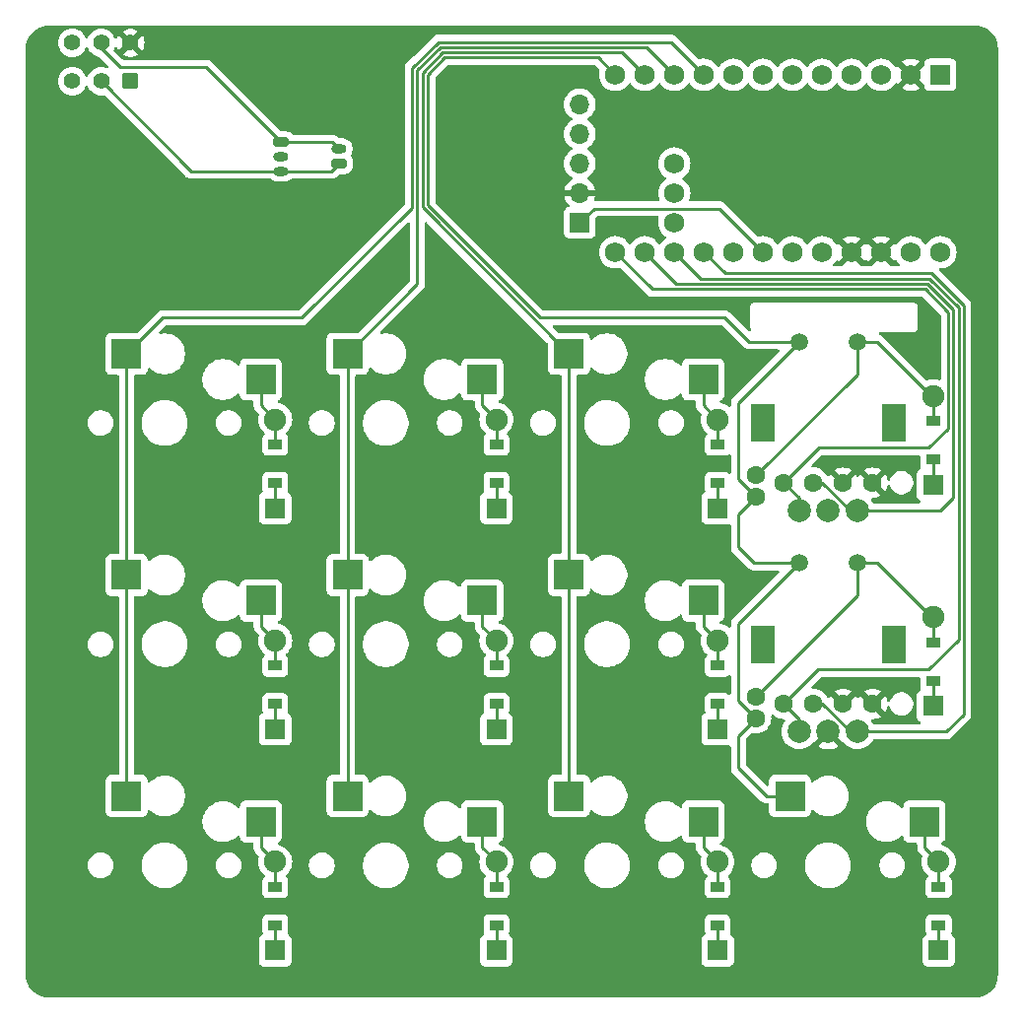
<source format=gbr>
%TF.GenerationSoftware,KiCad,Pcbnew,8.0.4*%
%TF.CreationDate,2024-09-01T19:46:58+02:00*%
%TF.ProjectId,bombopad,626f6d62-6f70-4616-942e-6b696361645f,v1.0.0*%
%TF.SameCoordinates,Original*%
%TF.FileFunction,Copper,L2,Bot*%
%TF.FilePolarity,Positive*%
%FSLAX46Y46*%
G04 Gerber Fmt 4.6, Leading zero omitted, Abs format (unit mm)*
G04 Created by KiCad (PCBNEW 8.0.4) date 2024-09-01 19:46:58*
%MOMM*%
%LPD*%
G01*
G04 APERTURE LIST*
G04 Aperture macros list*
%AMRoundRect*
0 Rectangle with rounded corners*
0 $1 Rounding radius*
0 $2 $3 $4 $5 $6 $7 $8 $9 X,Y pos of 4 corners*
0 Add a 4 corners polygon primitive as box body*
4,1,4,$2,$3,$4,$5,$6,$7,$8,$9,$2,$3,0*
0 Add four circle primitives for the rounded corners*
1,1,$1+$1,$2,$3*
1,1,$1+$1,$4,$5*
1,1,$1+$1,$6,$7*
1,1,$1+$1,$8,$9*
0 Add four rect primitives between the rounded corners*
20,1,$1+$1,$2,$3,$4,$5,0*
20,1,$1+$1,$4,$5,$6,$7,0*
20,1,$1+$1,$6,$7,$8,$9,0*
20,1,$1+$1,$8,$9,$2,$3,0*%
G04 Aperture macros list end*
%TA.AperFunction,ComponentPad*%
%ADD10RoundRect,0.200000X-0.450000X0.200000X-0.450000X-0.200000X0.450000X-0.200000X0.450000X0.200000X0*%
%TD*%
%TA.AperFunction,ComponentPad*%
%ADD11O,1.300000X0.800000*%
%TD*%
%TA.AperFunction,ComponentPad*%
%ADD12R,2.000000X3.200000*%
%TD*%
%TA.AperFunction,ComponentPad*%
%ADD13C,1.500000*%
%TD*%
%TA.AperFunction,ComponentPad*%
%ADD14C,2.000000*%
%TD*%
%TA.AperFunction,ComponentPad*%
%ADD15C,1.600000*%
%TD*%
%TA.AperFunction,ComponentPad*%
%ADD16R,1.778000X1.778000*%
%TD*%
%TA.AperFunction,SMDPad,CuDef*%
%ADD17R,1.200000X0.900000*%
%TD*%
%TA.AperFunction,ComponentPad*%
%ADD18C,1.905000*%
%TD*%
%TA.AperFunction,SMDPad,CuDef*%
%ADD19R,2.600000X2.600000*%
%TD*%
%TA.AperFunction,ComponentPad*%
%ADD20RoundRect,0.250000X0.450000X0.450000X-0.450000X0.450000X-0.450000X-0.450000X0.450000X-0.450000X0*%
%TD*%
%TA.AperFunction,ComponentPad*%
%ADD21C,1.400000*%
%TD*%
%TA.AperFunction,ComponentPad*%
%ADD22R,1.752600X1.752600*%
%TD*%
%TA.AperFunction,ComponentPad*%
%ADD23C,1.752600*%
%TD*%
%TA.AperFunction,ComponentPad*%
%ADD24R,1.700000X1.700000*%
%TD*%
%TA.AperFunction,ComponentPad*%
%ADD25O,1.700000X1.700000*%
%TD*%
%TA.AperFunction,ComponentPad*%
%ADD26RoundRect,0.200000X0.450000X-0.200000X0.450000X0.200000X-0.450000X0.200000X-0.450000X-0.200000X0*%
%TD*%
%TA.AperFunction,Conductor*%
%ADD27C,0.250000*%
%TD*%
G04 APERTURE END LIST*
D10*
%TO.P,J2,1,Pin_1*%
%TO.N,-BATT*%
X41128000Y-26309000D03*
D11*
%TO.P,J2,2,Pin_2*%
%TO.N,unconnected-(J2-Pin_2-Pad2)*%
X41128000Y-27559000D03*
%TO.P,J2,3,Pin_3*%
%TO.N,+BATT*%
X41128000Y-28809000D03*
%TD*%
D12*
%TO.P,ROT2,*%
%TO.N,*%
X82538000Y-69462000D03*
X93738000Y-69462000D03*
D13*
%TO.P,ROT2,1*%
%TO.N,P10*%
X85638000Y-62462000D03*
%TO.P,ROT2,2*%
%TO.N,thumb_home*%
X90638000Y-62462000D03*
D14*
%TO.P,ROT2,A*%
%TO.N,P7*%
X85638000Y-76962000D03*
%TO.P,ROT2,B*%
%TO.N,P6*%
X90638000Y-76962000D03*
%TO.P,ROT2,C*%
%TO.N,GND*%
X88138000Y-76962000D03*
%TD*%
D15*
%TO.P,ROL1,A*%
%TO.N,P9*%
X84318000Y-55567000D03*
%TO.P,ROL1,B*%
%TO.N,P8*%
X86858000Y-55567000D03*
%TO.P,ROL1,C*%
%TO.N,GND*%
X89398000Y-55567000D03*
%TO.P,ROL1,D*%
X91938000Y-55567000D03*
%TO.P,ROL1,S1*%
%TO.N,P10*%
X81928000Y-56792000D03*
%TO.P,ROL1,S2*%
%TO.N,thumb_top*%
X81928000Y-54942000D03*
%TD*%
D16*
%TO.P,D5,1*%
%TO.N,P20*%
X59628000Y-76752000D03*
D17*
X59628000Y-74592000D03*
%TO.P,D5,2*%
%TO.N,middle_home*%
X59628000Y-71292000D03*
D18*
X59628000Y-69132000D03*
%TD*%
D16*
%TO.P,D4,1*%
%TO.N,P21*%
X59628000Y-95752000D03*
D17*
X59628000Y-93592000D03*
%TO.P,D4,2*%
%TO.N,middle_bottom*%
X59628000Y-90292000D03*
D18*
X59628000Y-88132000D03*
%TD*%
D19*
%TO.P,S5,1*%
%TO.N,P14*%
X46853000Y-63492000D03*
%TO.P,S5,2*%
%TO.N,middle_home*%
X58403000Y-65692000D03*
%TD*%
D16*
%TO.P,D8,1*%
%TO.N,P20*%
X78628000Y-76752000D03*
D17*
X78628000Y-74592000D03*
%TO.P,D8,2*%
%TO.N,index_home*%
X78628000Y-71292000D03*
D18*
X78628000Y-69132000D03*
%TD*%
D19*
%TO.P,S4,1*%
%TO.N,P14*%
X46853000Y-82492000D03*
%TO.P,S4,2*%
%TO.N,middle_bottom*%
X58403000Y-84692000D03*
%TD*%
D16*
%TO.P,D10,1*%
%TO.N,P21*%
X97628000Y-95752000D03*
D17*
X97628000Y-93592000D03*
%TO.P,D10,2*%
%TO.N,thumb_bottom*%
X97628000Y-90292000D03*
D18*
X97628000Y-88132000D03*
%TD*%
D16*
%TO.P,D6,1*%
%TO.N,P19*%
X59628000Y-57752000D03*
D17*
X59628000Y-55592000D03*
%TO.P,D6,2*%
%TO.N,middle_top*%
X59628000Y-52292000D03*
D18*
X59628000Y-50132000D03*
%TD*%
D19*
%TO.P,S6,1*%
%TO.N,P14*%
X46853000Y-44492000D03*
%TO.P,S6,2*%
%TO.N,middle_top*%
X58403000Y-46692000D03*
%TD*%
D16*
%TO.P,D7,1*%
%TO.N,P21*%
X78628000Y-95752000D03*
D17*
X78628000Y-93592000D03*
%TO.P,D7,2*%
%TO.N,index_bottom*%
X78628000Y-90292000D03*
D18*
X78628000Y-88132000D03*
%TD*%
D19*
%TO.P,S3,1*%
%TO.N,P15*%
X27853000Y-44492000D03*
%TO.P,S3,2*%
%TO.N,ring_top*%
X39403000Y-46692000D03*
%TD*%
D16*
%TO.P,D9,1*%
%TO.N,P19*%
X78628000Y-57752000D03*
D17*
X78628000Y-55592000D03*
%TO.P,D9,2*%
%TO.N,index_top*%
X78628000Y-52292000D03*
D18*
X78628000Y-50132000D03*
%TD*%
D19*
%TO.P,S2,1*%
%TO.N,P15*%
X27853000Y-63492000D03*
%TO.P,S2,2*%
%TO.N,ring_home*%
X39403000Y-65692000D03*
%TD*%
%TO.P,S7,1*%
%TO.N,P16*%
X65853000Y-82492000D03*
%TO.P,S7,2*%
%TO.N,index_bottom*%
X77403000Y-84692000D03*
%TD*%
D15*
%TO.P,ROL2,A*%
%TO.N,P7*%
X84318000Y-74567000D03*
%TO.P,ROL2,B*%
%TO.N,P6*%
X86858000Y-74567000D03*
%TO.P,ROL2,C*%
%TO.N,GND*%
X89398000Y-74567000D03*
%TO.P,ROL2,D*%
X91938000Y-74567000D03*
%TO.P,ROL2,S1*%
%TO.N,P10*%
X81928000Y-75792000D03*
%TO.P,ROL2,S2*%
%TO.N,thumb_home*%
X81928000Y-73942000D03*
%TD*%
D16*
%TO.P,D1,1*%
%TO.N,P21*%
X40628000Y-95752000D03*
D17*
X40628000Y-93592000D03*
%TO.P,D1,2*%
%TO.N,ring_bottom*%
X40628000Y-90292000D03*
D18*
X40628000Y-88132000D03*
%TD*%
D16*
%TO.P,D11,1*%
%TO.N,P20*%
X97155000Y-74752000D03*
D17*
X97155000Y-72592000D03*
%TO.P,D11,2*%
%TO.N,thumb_home*%
X97155000Y-69292000D03*
D18*
X97155000Y-67132000D03*
%TD*%
D12*
%TO.P,ROT1,*%
%TO.N,*%
X82538000Y-50462000D03*
X93738000Y-50462000D03*
D13*
%TO.P,ROT1,1*%
%TO.N,P10*%
X85638000Y-43462000D03*
%TO.P,ROT1,2*%
%TO.N,thumb_top*%
X90638000Y-43462000D03*
D14*
%TO.P,ROT1,A*%
%TO.N,P9*%
X85638000Y-57962000D03*
%TO.P,ROT1,B*%
%TO.N,P8*%
X90638000Y-57962000D03*
%TO.P,ROT1,C*%
%TO.N,GND*%
X88138000Y-57962000D03*
%TD*%
D19*
%TO.P,S9,1*%
%TO.N,P16*%
X65853000Y-44492000D03*
%TO.P,S9,2*%
%TO.N,index_top*%
X77403000Y-46692000D03*
%TD*%
D20*
%TO.P,SW15,1,A*%
%TO.N,RAW*%
X28194000Y-21080000D03*
D21*
%TO.P,SW15,2,B*%
%TO.N,+BATT*%
X25694000Y-21080000D03*
%TO.P,SW15,3,C*%
%TO.N,unconnected-(SW15A-C-Pad3)*%
X23194000Y-21080000D03*
%TO.P,SW15,4,A*%
%TO.N,unconnected-(SW15B-A-Pad4)*%
X23194000Y-17780000D03*
%TO.P,SW15,5,B*%
%TO.N,-BATT*%
X25694000Y-17780000D03*
%TO.P,SW15,6,C*%
%TO.N,GND*%
X28194000Y-17780000D03*
%TD*%
D19*
%TO.P,S10,1*%
%TO.N,P10*%
X84853000Y-82492000D03*
%TO.P,S10,2*%
%TO.N,thumb_bottom*%
X96403000Y-84692000D03*
%TD*%
D22*
%TO.P,MCU1,1*%
%TO.N,RAW*%
X97765000Y-20522000D03*
D23*
%TO.P,MCU1,2*%
%TO.N,GND*%
X95225000Y-20522000D03*
%TO.P,MCU1,3*%
%TO.N,RST*%
X92685000Y-20522000D03*
%TO.P,MCU1,4*%
%TO.N,VCC*%
X90145000Y-20522000D03*
%TO.P,MCU1,5*%
%TO.N,P21*%
X87605000Y-20522000D03*
%TO.P,MCU1,6*%
%TO.N,P20*%
X85065000Y-20522000D03*
%TO.P,MCU1,7*%
%TO.N,P19*%
X82525000Y-20522000D03*
%TO.P,MCU1,8*%
%TO.N,P18*%
X79985000Y-20522000D03*
%TO.P,MCU1,9*%
%TO.N,P15*%
X77445000Y-20522000D03*
%TO.P,MCU1,10*%
%TO.N,P14*%
X74905000Y-20522000D03*
%TO.P,MCU1,11*%
%TO.N,P16*%
X72365000Y-20522000D03*
%TO.P,MCU1,12*%
%TO.N,P10*%
X69825000Y-20522000D03*
%TO.P,MCU1,13*%
%TO.N,P1*%
X97765000Y-35762000D03*
%TO.P,MCU1,14*%
%TO.N,P0*%
X95225000Y-35762000D03*
%TO.P,MCU1,15*%
%TO.N,GND*%
X92685000Y-35762000D03*
%TO.P,MCU1,16*%
X90145000Y-35762000D03*
%TO.P,MCU1,17*%
%TO.N,P2*%
X87605000Y-35762000D03*
%TO.P,MCU1,18*%
%TO.N,P3*%
X85065000Y-35762000D03*
%TO.P,MCU1,19*%
%TO.N,P4*%
X82525000Y-35762000D03*
%TO.P,MCU1,20*%
%TO.N,P5*%
X79985000Y-35762000D03*
%TO.P,MCU1,21*%
%TO.N,P6*%
X77445000Y-35762000D03*
%TO.P,MCU1,22*%
%TO.N,P7*%
X74905000Y-35762000D03*
%TO.P,MCU1,23*%
%TO.N,P8*%
X72365000Y-35762000D03*
%TO.P,MCU1,24*%
%TO.N,P9*%
X69825000Y-35762000D03*
%TO.P,MCU1,25*%
%TO.N,P1.01*%
X74905000Y-33222000D03*
%TO.P,MCU1,26*%
%TO.N,P1.02*%
X74905000Y-30682000D03*
%TO.P,MCU1,27*%
%TO.N,P1.07*%
X74905000Y-28142000D03*
%TD*%
D19*
%TO.P,S8,1*%
%TO.N,P16*%
X65853000Y-63492000D03*
%TO.P,S8,2*%
%TO.N,index_home*%
X77403000Y-65692000D03*
%TD*%
%TO.P,S1,1*%
%TO.N,P15*%
X27853000Y-82492000D03*
%TO.P,S1,2*%
%TO.N,ring_bottom*%
X39403000Y-84692000D03*
%TD*%
D24*
%TO.P,Nice!View1,1*%
%TO.N,P4*%
X66795000Y-33222000D03*
D25*
%TO.P,Nice!View1,2*%
%TO.N,GND*%
X66795000Y-30682000D03*
%TO.P,Nice!View1,3*%
%TO.N,VCC*%
X66795000Y-28142000D03*
%TO.P,Nice!View1,4*%
%TO.N,P3*%
X66795000Y-25602000D03*
%TO.P,Nice!View1,5*%
%TO.N,P2*%
X66795000Y-23062000D03*
%TD*%
D26*
%TO.P,J1,1,Pin_1*%
%TO.N,+BATT*%
X46128000Y-28142000D03*
D11*
%TO.P,J1,2,Pin_2*%
%TO.N,-BATT*%
X46128000Y-26892000D03*
%TD*%
D16*
%TO.P,D3,1*%
%TO.N,P19*%
X40628000Y-57752000D03*
D17*
X40628000Y-55592000D03*
%TO.P,D3,2*%
%TO.N,ring_top*%
X40628000Y-52292000D03*
D18*
X40628000Y-50132000D03*
%TD*%
D16*
%TO.P,D12,1*%
%TO.N,P19*%
X97155000Y-55752000D03*
D17*
X97155000Y-53592000D03*
%TO.P,D12,2*%
%TO.N,thumb_top*%
X97155000Y-50292000D03*
D18*
X97155000Y-48132000D03*
%TD*%
D16*
%TO.P,D2,1*%
%TO.N,P20*%
X40628000Y-76752000D03*
D17*
X40628000Y-74592000D03*
%TO.P,D2,2*%
%TO.N,ring_home*%
X40628000Y-71292000D03*
D18*
X40628000Y-69132000D03*
%TD*%
D27*
%TO.N,P15*%
X27853000Y-44492000D02*
X30943000Y-41402000D01*
X30943000Y-41402000D02*
X42926000Y-41402000D01*
X52382000Y-19963000D02*
X54645000Y-17700000D01*
X52382000Y-31946000D02*
X52382000Y-19963000D01*
X54645000Y-17700000D02*
X74623000Y-17700000D01*
X27853000Y-63492000D02*
X27853000Y-82492000D01*
X74623000Y-17700000D02*
X77445000Y-20522000D01*
X42926000Y-41402000D02*
X52382000Y-31946000D01*
X27853000Y-44492000D02*
X27853000Y-63492000D01*
%TO.N,ring_bottom*%
X39403000Y-84692000D02*
X39403000Y-86907000D01*
X40628000Y-88132000D02*
X40628000Y-90292000D01*
X39403000Y-86907000D02*
X40628000Y-88132000D01*
%TO.N,ring_home*%
X39403000Y-67907000D02*
X40628000Y-69132000D01*
X40628000Y-69132000D02*
X40628000Y-71292000D01*
X39403000Y-65692000D02*
X39403000Y-67907000D01*
%TO.N,ring_top*%
X39403000Y-46692000D02*
X39403000Y-48907000D01*
X40628000Y-50132000D02*
X40628000Y-52292000D01*
X39403000Y-48907000D02*
X40628000Y-50132000D01*
%TO.N,P14*%
X54831396Y-18150000D02*
X72533000Y-18150000D01*
X46853000Y-44492000D02*
X52832000Y-38513000D01*
X46853000Y-63492000D02*
X46853000Y-82492000D01*
X46853000Y-44492000D02*
X46853000Y-63492000D01*
X52832000Y-38513000D02*
X52832000Y-20149396D01*
X52832000Y-20149396D02*
X54831396Y-18150000D01*
X72533000Y-18150000D02*
X74905000Y-20522000D01*
%TO.N,middle_bottom*%
X59628000Y-88132000D02*
X59628000Y-90292000D01*
X58403000Y-84692000D02*
X58403000Y-86907000D01*
X58403000Y-86907000D02*
X59628000Y-88132000D01*
%TO.N,middle_home*%
X58403000Y-67907000D02*
X59628000Y-69132000D01*
X59628000Y-69132000D02*
X59628000Y-71292000D01*
X58403000Y-65692000D02*
X58403000Y-67907000D01*
%TO.N,middle_top*%
X59628000Y-50132000D02*
X59628000Y-52292000D01*
X58403000Y-48907000D02*
X59628000Y-50132000D01*
X58403000Y-46692000D02*
X58403000Y-48907000D01*
%TO.N,P16*%
X53282000Y-31921000D02*
X53282000Y-20335792D01*
X70443000Y-18600000D02*
X72365000Y-20522000D01*
X65853000Y-63492000D02*
X65853000Y-82492000D01*
X65853000Y-44492000D02*
X65853000Y-63492000D01*
X53282000Y-20335792D02*
X55017792Y-18600000D01*
X55017792Y-18600000D02*
X70443000Y-18600000D01*
X65853000Y-44492000D02*
X53282000Y-31921000D01*
%TO.N,index_bottom*%
X77403000Y-86907000D02*
X78628000Y-88132000D01*
X77403000Y-84692000D02*
X77403000Y-86907000D01*
X78628000Y-88132000D02*
X78628000Y-90292000D01*
%TO.N,index_home*%
X77403000Y-65692000D02*
X77403000Y-67907000D01*
X77403000Y-67907000D02*
X78628000Y-69132000D01*
X78628000Y-69132000D02*
X78628000Y-71292000D01*
%TO.N,index_top*%
X78628000Y-50132000D02*
X78628000Y-52292000D01*
X77403000Y-48907000D02*
X78628000Y-50132000D01*
X77403000Y-46692000D02*
X77403000Y-48907000D01*
%TO.N,P10*%
X80404000Y-80060000D02*
X82836000Y-82492000D01*
X80404000Y-74268000D02*
X81928000Y-75792000D01*
X85638000Y-62462000D02*
X80404000Y-67696000D01*
X85638000Y-43462000D02*
X81308000Y-43462000D01*
X81308000Y-43462000D02*
X79248000Y-41402000D01*
X80404000Y-67696000D02*
X80404000Y-74268000D01*
X80404000Y-48696000D02*
X80404000Y-55268000D01*
X80404000Y-58316000D02*
X80404000Y-61100000D01*
X81928000Y-56792000D02*
X80404000Y-58316000D01*
X53732000Y-31734604D02*
X53732000Y-20522188D01*
X81766000Y-62462000D02*
X85638000Y-62462000D01*
X68353000Y-19050000D02*
X69825000Y-20522000D01*
X81928000Y-75792000D02*
X80404000Y-77316000D01*
X55204188Y-19050000D02*
X68353000Y-19050000D01*
X85638000Y-43462000D02*
X80404000Y-48696000D01*
X53732000Y-20522188D02*
X55204188Y-19050000D01*
X63399396Y-41402000D02*
X53732000Y-31734604D01*
X82836000Y-82492000D02*
X84853000Y-82492000D01*
X80404000Y-61100000D02*
X81766000Y-62462000D01*
X80404000Y-55268000D02*
X81928000Y-56792000D01*
X79248000Y-41402000D02*
X63399396Y-41402000D01*
X80404000Y-77316000D02*
X80404000Y-80060000D01*
%TO.N,thumb_bottom*%
X96403000Y-84692000D02*
X96403000Y-86907000D01*
X96403000Y-86907000D02*
X97628000Y-88132000D01*
X97628000Y-88132000D02*
X97628000Y-90292000D01*
%TO.N,P21*%
X97628000Y-93592000D02*
X97628000Y-95752000D01*
X59628000Y-93592000D02*
X59628000Y-95752000D01*
X40628000Y-93592000D02*
X40628000Y-95752000D01*
X78628000Y-93592000D02*
X78628000Y-95752000D01*
%TO.N,P20*%
X97155000Y-72592000D02*
X97155000Y-74752000D01*
X78628000Y-74592000D02*
X78628000Y-76752000D01*
X40628000Y-74592000D02*
X40628000Y-76752000D01*
X59628000Y-74592000D02*
X59628000Y-76752000D01*
%TO.N,P19*%
X97155000Y-53592000D02*
X97155000Y-55752000D01*
X78628000Y-55592000D02*
X78628000Y-57752000D01*
X40628000Y-55592000D02*
X40628000Y-57752000D01*
X59628000Y-55592000D02*
X59628000Y-57752000D01*
%TO.N,P4*%
X66795000Y-33222000D02*
X67996300Y-32020700D01*
X78783700Y-32020700D02*
X82525000Y-35762000D01*
X67996300Y-32020700D02*
X78783700Y-32020700D01*
%TO.N,P6*%
X87616833Y-74567000D02*
X86858000Y-74567000D01*
X99782500Y-75477500D02*
X98298000Y-76962000D01*
X90638000Y-76962000D02*
X90011833Y-76962000D01*
X97028000Y-37592000D02*
X99782500Y-40346500D01*
X90011833Y-76962000D02*
X87616833Y-74567000D01*
X79275000Y-37592000D02*
X97028000Y-37592000D01*
X99782500Y-40346500D02*
X99782500Y-75477500D01*
X98298000Y-76962000D02*
X90638000Y-76962000D01*
X77445000Y-35762000D02*
X79275000Y-37592000D01*
%TO.N,P7*%
X96774000Y-71628000D02*
X87257000Y-71628000D01*
X84318000Y-74567000D02*
X85638000Y-75887000D01*
X85638000Y-75887000D02*
X85638000Y-76962000D01*
X77185000Y-38042000D02*
X96841604Y-38042000D01*
X74905000Y-35762000D02*
X77185000Y-38042000D01*
X87257000Y-71628000D02*
X84318000Y-74567000D01*
X99332500Y-40532896D02*
X99332500Y-69069500D01*
X96841604Y-38042000D02*
X99332500Y-40532896D01*
X99332500Y-69069500D02*
X96774000Y-71628000D01*
%TO.N,P8*%
X97740000Y-57962000D02*
X90638000Y-57962000D01*
X75095000Y-38492000D02*
X96655208Y-38492000D01*
X72365000Y-35762000D02*
X75095000Y-38492000D01*
X87616833Y-55567000D02*
X86858000Y-55567000D01*
X98882500Y-56819500D02*
X97740000Y-57962000D01*
X90011833Y-57962000D02*
X87616833Y-55567000D01*
X98882500Y-40719292D02*
X98882500Y-56819500D01*
X90638000Y-57962000D02*
X90011833Y-57962000D01*
X96655208Y-38492000D02*
X98882500Y-40719292D01*
%TO.N,P9*%
X98432500Y-50919500D02*
X96774000Y-52578000D01*
X96468812Y-38942000D02*
X98432500Y-40905688D01*
X96774000Y-52578000D02*
X87307000Y-52578000D01*
X87307000Y-52578000D02*
X84318000Y-55567000D01*
X85638000Y-56887000D02*
X84318000Y-55567000D01*
X98432500Y-40905688D02*
X98432500Y-50919500D01*
X69825000Y-35762000D02*
X73005000Y-38942000D01*
X73005000Y-38942000D02*
X96468812Y-38942000D01*
X85638000Y-57962000D02*
X85638000Y-56887000D01*
%TO.N,-BATT*%
X46128000Y-26892000D02*
X45878000Y-26892000D01*
X25694000Y-18277200D02*
X25694000Y-17780000D01*
X41128000Y-26309000D02*
X34681800Y-19862800D01*
X27279600Y-19862800D02*
X25694000Y-18277200D01*
X45545000Y-26309000D02*
X46128000Y-26892000D01*
X41128000Y-26309000D02*
X45545000Y-26309000D01*
X34681800Y-19862800D02*
X27279600Y-19862800D01*
%TO.N,+BATT*%
X33423000Y-28809000D02*
X25694000Y-21080000D01*
X45461000Y-28809000D02*
X41128000Y-28809000D01*
X41128000Y-28809000D02*
X33423000Y-28809000D01*
X46128000Y-28142000D02*
X45461000Y-28809000D01*
%TO.N,thumb_top*%
X97155000Y-48132000D02*
X97155000Y-50292000D01*
X90638000Y-43462000D02*
X90638000Y-46232000D01*
X92358000Y-43462000D02*
X97028000Y-48132000D01*
X90638000Y-46232000D02*
X81928000Y-54942000D01*
X90638000Y-43462000D02*
X92358000Y-43462000D01*
%TO.N,thumb_home*%
X92358000Y-62462000D02*
X97028000Y-67132000D01*
X90638000Y-62462000D02*
X92358000Y-62462000D01*
X97155000Y-67132000D02*
X97155000Y-69292000D01*
X90638000Y-62462000D02*
X90638000Y-65232000D01*
X90638000Y-65232000D02*
X81928000Y-73942000D01*
%TD*%
%TA.AperFunction,Conductor*%
%TO.N,GND*%
G36*
X95989539Y-72281185D02*
G01*
X96035294Y-72333989D01*
X96046500Y-72385500D01*
X96046500Y-73090654D01*
X96053010Y-73151201D01*
X96091051Y-73253189D01*
X96096035Y-73322880D01*
X96062551Y-73384204D01*
X96027099Y-73406990D01*
X96027576Y-73407863D01*
X96019797Y-73412110D01*
X95902739Y-73499739D01*
X95815111Y-73616795D01*
X95764011Y-73753795D01*
X95764011Y-73753797D01*
X95757500Y-73814345D01*
X95757500Y-75689654D01*
X95764011Y-75750202D01*
X95764011Y-75750204D01*
X95812610Y-75880498D01*
X95815111Y-75887204D01*
X95902739Y-76004261D01*
X95980922Y-76062788D01*
X96019794Y-76091888D01*
X96026714Y-76095666D01*
X96076121Y-76145070D01*
X96090974Y-76213343D01*
X96066559Y-76278808D01*
X96010627Y-76320681D01*
X95967290Y-76328500D01*
X92088446Y-76328500D01*
X92021407Y-76308815D01*
X91982719Y-76269290D01*
X91862179Y-76072589D01*
X91862176Y-76072584D01*
X91862171Y-76072579D01*
X91859316Y-76068648D01*
X91860935Y-76067471D01*
X91835810Y-76011421D01*
X91846236Y-75942333D01*
X91892359Y-75889850D01*
X91947861Y-75871103D01*
X92164599Y-75852141D01*
X92164610Y-75852139D01*
X92384317Y-75793269D01*
X92384331Y-75793264D01*
X92590478Y-75697136D01*
X92663471Y-75646024D01*
X92026585Y-75009138D01*
X92111694Y-74986333D01*
X92214306Y-74927090D01*
X92298090Y-74843306D01*
X92357333Y-74740694D01*
X92380138Y-74655585D01*
X93017024Y-75292471D01*
X93068136Y-75219478D01*
X93164264Y-75013331D01*
X93164269Y-75013317D01*
X93217408Y-74814998D01*
X93253773Y-74755337D01*
X93316620Y-74724808D01*
X93385995Y-74733103D01*
X93439873Y-74777588D01*
X93458800Y-74822898D01*
X93465947Y-74858830D01*
X93465950Y-74858839D01*
X93541364Y-75040907D01*
X93541371Y-75040920D01*
X93650860Y-75204781D01*
X93650863Y-75204785D01*
X93790214Y-75344136D01*
X93790218Y-75344139D01*
X93954079Y-75453628D01*
X93954092Y-75453635D01*
X94121303Y-75522895D01*
X94136165Y-75529051D01*
X94136169Y-75529051D01*
X94136170Y-75529052D01*
X94329456Y-75567500D01*
X94329459Y-75567500D01*
X94526543Y-75567500D01*
X94671548Y-75538656D01*
X94719835Y-75529051D01*
X94901914Y-75453632D01*
X95065782Y-75344139D01*
X95205139Y-75204782D01*
X95314632Y-75040914D01*
X95390051Y-74858835D01*
X95415061Y-74733103D01*
X95428500Y-74665543D01*
X95428500Y-74468456D01*
X95390052Y-74275170D01*
X95390051Y-74275169D01*
X95390051Y-74275165D01*
X95324851Y-74117757D01*
X95314635Y-74093092D01*
X95314628Y-74093079D01*
X95205139Y-73929218D01*
X95205136Y-73929214D01*
X95065785Y-73789863D01*
X95065781Y-73789860D01*
X94901920Y-73680371D01*
X94901907Y-73680364D01*
X94719839Y-73604950D01*
X94719829Y-73604947D01*
X94526543Y-73566500D01*
X94526541Y-73566500D01*
X94329459Y-73566500D01*
X94329457Y-73566500D01*
X94136170Y-73604947D01*
X94136160Y-73604950D01*
X93954092Y-73680364D01*
X93954079Y-73680371D01*
X93790218Y-73789860D01*
X93790214Y-73789863D01*
X93650863Y-73929214D01*
X93650860Y-73929218D01*
X93541371Y-74093079D01*
X93541364Y-74093092D01*
X93465950Y-74275160D01*
X93465947Y-74275169D01*
X93458800Y-74311101D01*
X93426414Y-74373012D01*
X93365697Y-74407585D01*
X93295928Y-74403844D01*
X93239257Y-74362977D01*
X93217408Y-74319001D01*
X93164269Y-74120682D01*
X93164264Y-74120668D01*
X93068136Y-73914521D01*
X93068132Y-73914513D01*
X93017025Y-73841526D01*
X92380137Y-74478414D01*
X92357333Y-74393306D01*
X92298090Y-74290694D01*
X92214306Y-74206910D01*
X92111694Y-74147667D01*
X92026585Y-74124862D01*
X92663472Y-73487974D01*
X92590478Y-73436863D01*
X92384331Y-73340735D01*
X92384317Y-73340730D01*
X92164610Y-73281860D01*
X92164599Y-73281858D01*
X91938002Y-73262034D01*
X91937998Y-73262034D01*
X91711400Y-73281858D01*
X91711389Y-73281860D01*
X91491682Y-73340730D01*
X91491673Y-73340734D01*
X91285516Y-73436866D01*
X91285512Y-73436868D01*
X91212526Y-73487973D01*
X91212526Y-73487974D01*
X91849414Y-74124861D01*
X91764306Y-74147667D01*
X91661694Y-74206910D01*
X91577910Y-74290694D01*
X91518667Y-74393306D01*
X91495862Y-74478414D01*
X90858974Y-73841526D01*
X90858973Y-73841526D01*
X90807868Y-73914512D01*
X90780382Y-73973457D01*
X90734209Y-74025895D01*
X90667015Y-74045047D01*
X90600134Y-74024831D01*
X90555618Y-73973456D01*
X90528134Y-73914517D01*
X90528132Y-73914513D01*
X90477025Y-73841526D01*
X89840137Y-74478413D01*
X89817333Y-74393306D01*
X89758090Y-74290694D01*
X89674306Y-74206910D01*
X89571694Y-74147667D01*
X89486585Y-74124862D01*
X90123472Y-73487974D01*
X90050478Y-73436863D01*
X89844331Y-73340735D01*
X89844317Y-73340730D01*
X89624610Y-73281860D01*
X89624599Y-73281858D01*
X89398002Y-73262034D01*
X89397998Y-73262034D01*
X89171400Y-73281858D01*
X89171389Y-73281860D01*
X88951682Y-73340730D01*
X88951673Y-73340734D01*
X88745516Y-73436866D01*
X88745512Y-73436868D01*
X88672526Y-73487973D01*
X88672526Y-73487974D01*
X89309414Y-74124861D01*
X89224306Y-74147667D01*
X89121694Y-74206910D01*
X89037910Y-74290694D01*
X88978667Y-74393306D01*
X88955862Y-74478414D01*
X88318974Y-73841526D01*
X88318973Y-73841526D01*
X88267868Y-73914512D01*
X88267865Y-73914518D01*
X88245069Y-73963403D01*
X88198896Y-74015841D01*
X88131702Y-74034992D01*
X88064821Y-74014775D01*
X88020307Y-73963401D01*
X87995523Y-73910251D01*
X87864198Y-73722700D01*
X87702300Y-73560802D01*
X87514749Y-73429477D01*
X87514745Y-73429475D01*
X87307249Y-73332718D01*
X87307238Y-73332714D01*
X87086089Y-73273457D01*
X87086081Y-73273456D01*
X86858002Y-73253502D01*
X86857993Y-73253502D01*
X86835091Y-73255505D01*
X86766591Y-73241737D01*
X86716410Y-73193120D01*
X86700478Y-73125091D01*
X86723856Y-73059248D01*
X86736597Y-73044306D01*
X87483086Y-72297819D01*
X87544409Y-72264334D01*
X87570767Y-72261500D01*
X95922500Y-72261500D01*
X95989539Y-72281185D01*
G37*
%TD.AperFunction*%
%TA.AperFunction,Conductor*%
G36*
X95989539Y-53231185D02*
G01*
X96035294Y-53283989D01*
X96046500Y-53335500D01*
X96046500Y-54090654D01*
X96053010Y-54151201D01*
X96091051Y-54253189D01*
X96096035Y-54322880D01*
X96062551Y-54384204D01*
X96027099Y-54406990D01*
X96027576Y-54407863D01*
X96019797Y-54412110D01*
X95902739Y-54499739D01*
X95815111Y-54616795D01*
X95764011Y-54753795D01*
X95764011Y-54753797D01*
X95757500Y-54814345D01*
X95757500Y-56689654D01*
X95764011Y-56750202D01*
X95764011Y-56750204D01*
X95812610Y-56880498D01*
X95815111Y-56887204D01*
X95902739Y-57004261D01*
X95980922Y-57062788D01*
X96019794Y-57091888D01*
X96026714Y-57095666D01*
X96076121Y-57145070D01*
X96090974Y-57213343D01*
X96066559Y-57278808D01*
X96010627Y-57320681D01*
X95967290Y-57328500D01*
X92088446Y-57328500D01*
X92021407Y-57308815D01*
X91982719Y-57269290D01*
X91862179Y-57072589D01*
X91862176Y-57072584D01*
X91862171Y-57072579D01*
X91859316Y-57068648D01*
X91860935Y-57067471D01*
X91835810Y-57011421D01*
X91846236Y-56942333D01*
X91892359Y-56889850D01*
X91947861Y-56871103D01*
X92164599Y-56852141D01*
X92164610Y-56852139D01*
X92384317Y-56793269D01*
X92384331Y-56793264D01*
X92590478Y-56697136D01*
X92663471Y-56646024D01*
X92026585Y-56009138D01*
X92111694Y-55986333D01*
X92214306Y-55927090D01*
X92298090Y-55843306D01*
X92357333Y-55740694D01*
X92380138Y-55655585D01*
X93017024Y-56292471D01*
X93068136Y-56219478D01*
X93164264Y-56013331D01*
X93164269Y-56013317D01*
X93217408Y-55814998D01*
X93253773Y-55755337D01*
X93316620Y-55724808D01*
X93385995Y-55733103D01*
X93439873Y-55777588D01*
X93458800Y-55822898D01*
X93465947Y-55858830D01*
X93465950Y-55858839D01*
X93541364Y-56040907D01*
X93541371Y-56040920D01*
X93650860Y-56204781D01*
X93650863Y-56204785D01*
X93790214Y-56344136D01*
X93790218Y-56344139D01*
X93954079Y-56453628D01*
X93954092Y-56453635D01*
X94121303Y-56522895D01*
X94136165Y-56529051D01*
X94136169Y-56529051D01*
X94136170Y-56529052D01*
X94329456Y-56567500D01*
X94329459Y-56567500D01*
X94526543Y-56567500D01*
X94671548Y-56538656D01*
X94719835Y-56529051D01*
X94901914Y-56453632D01*
X95065782Y-56344139D01*
X95205139Y-56204782D01*
X95314632Y-56040914D01*
X95390051Y-55858835D01*
X95415061Y-55733103D01*
X95428500Y-55665543D01*
X95428500Y-55468456D01*
X95390052Y-55275170D01*
X95390051Y-55275169D01*
X95390051Y-55275165D01*
X95324851Y-55117757D01*
X95314635Y-55093092D01*
X95314628Y-55093079D01*
X95205139Y-54929218D01*
X95205136Y-54929214D01*
X95065785Y-54789863D01*
X95065781Y-54789860D01*
X94901920Y-54680371D01*
X94901907Y-54680364D01*
X94719839Y-54604950D01*
X94719829Y-54604947D01*
X94526543Y-54566500D01*
X94526541Y-54566500D01*
X94329459Y-54566500D01*
X94329457Y-54566500D01*
X94136170Y-54604947D01*
X94136160Y-54604950D01*
X93954092Y-54680364D01*
X93954079Y-54680371D01*
X93790218Y-54789860D01*
X93790214Y-54789863D01*
X93650863Y-54929214D01*
X93650860Y-54929218D01*
X93541371Y-55093079D01*
X93541364Y-55093092D01*
X93465950Y-55275160D01*
X93465947Y-55275169D01*
X93458800Y-55311101D01*
X93426414Y-55373012D01*
X93365697Y-55407585D01*
X93295928Y-55403844D01*
X93239257Y-55362977D01*
X93217408Y-55319001D01*
X93164269Y-55120682D01*
X93164264Y-55120668D01*
X93068136Y-54914521D01*
X93068132Y-54914513D01*
X93017025Y-54841526D01*
X92380137Y-55478414D01*
X92357333Y-55393306D01*
X92298090Y-55290694D01*
X92214306Y-55206910D01*
X92111694Y-55147667D01*
X92026585Y-55124862D01*
X92663472Y-54487974D01*
X92590478Y-54436863D01*
X92384331Y-54340735D01*
X92384317Y-54340730D01*
X92164610Y-54281860D01*
X92164599Y-54281858D01*
X91938002Y-54262034D01*
X91937998Y-54262034D01*
X91711400Y-54281858D01*
X91711389Y-54281860D01*
X91491682Y-54340730D01*
X91491673Y-54340734D01*
X91285516Y-54436866D01*
X91285512Y-54436868D01*
X91212526Y-54487973D01*
X91212526Y-54487974D01*
X91849414Y-55124861D01*
X91764306Y-55147667D01*
X91661694Y-55206910D01*
X91577910Y-55290694D01*
X91518667Y-55393306D01*
X91495862Y-55478414D01*
X90858974Y-54841526D01*
X90858973Y-54841526D01*
X90807868Y-54914512D01*
X90780382Y-54973457D01*
X90734209Y-55025895D01*
X90667015Y-55045047D01*
X90600134Y-55024831D01*
X90555618Y-54973456D01*
X90528134Y-54914517D01*
X90528132Y-54914513D01*
X90477025Y-54841526D01*
X89840137Y-55478413D01*
X89817333Y-55393306D01*
X89758090Y-55290694D01*
X89674306Y-55206910D01*
X89571694Y-55147667D01*
X89486585Y-55124862D01*
X90123472Y-54487974D01*
X90050478Y-54436863D01*
X89844331Y-54340735D01*
X89844317Y-54340730D01*
X89624610Y-54281860D01*
X89624599Y-54281858D01*
X89398002Y-54262034D01*
X89397998Y-54262034D01*
X89171400Y-54281858D01*
X89171389Y-54281860D01*
X88951682Y-54340730D01*
X88951673Y-54340734D01*
X88745516Y-54436866D01*
X88745512Y-54436868D01*
X88672526Y-54487973D01*
X88672526Y-54487974D01*
X89309414Y-55124861D01*
X89224306Y-55147667D01*
X89121694Y-55206910D01*
X89037910Y-55290694D01*
X88978667Y-55393306D01*
X88955862Y-55478414D01*
X88318974Y-54841526D01*
X88318973Y-54841526D01*
X88267868Y-54914512D01*
X88267865Y-54914518D01*
X88245069Y-54963403D01*
X88198896Y-55015841D01*
X88131702Y-55034992D01*
X88064821Y-55014775D01*
X88020307Y-54963401D01*
X87995523Y-54910251D01*
X87864198Y-54722700D01*
X87702300Y-54560802D01*
X87514749Y-54429477D01*
X87514745Y-54429475D01*
X87307249Y-54332718D01*
X87307238Y-54332714D01*
X87086089Y-54273457D01*
X87086081Y-54273456D01*
X86858002Y-54253502D01*
X86857993Y-54253502D01*
X86835091Y-54255505D01*
X86766591Y-54241737D01*
X86716410Y-54193120D01*
X86700478Y-54125091D01*
X86723856Y-54059248D01*
X86736598Y-54044304D01*
X87533085Y-53247819D01*
X87594408Y-53214334D01*
X87620766Y-53211500D01*
X95922500Y-53211500D01*
X95989539Y-53231185D01*
G37*
%TD.AperFunction*%
%TA.AperFunction,Conductor*%
G36*
X89636116Y-35972787D02*
G01*
X89708011Y-36097313D01*
X89809687Y-36198989D01*
X89934213Y-36270884D01*
X89977949Y-36282603D01*
X89338370Y-36922181D01*
X89277047Y-36955666D01*
X89250689Y-36958500D01*
X88668463Y-36958500D01*
X88601424Y-36938815D01*
X88555669Y-36886011D01*
X88545725Y-36816853D01*
X88574750Y-36753297D01*
X88577208Y-36750544D01*
X88701547Y-36615477D01*
X88776269Y-36501106D01*
X88829413Y-36455751D01*
X88898644Y-36446327D01*
X88961980Y-36475828D01*
X88983885Y-36501108D01*
X89010934Y-36542510D01*
X89624396Y-35929048D01*
X89636116Y-35972787D01*
G37*
%TD.AperFunction*%
%TA.AperFunction,Conductor*%
G36*
X92176116Y-35972787D02*
G01*
X92248011Y-36097313D01*
X92349687Y-36198989D01*
X92474213Y-36270884D01*
X92517949Y-36282603D01*
X91878370Y-36922181D01*
X91817047Y-36955666D01*
X91790689Y-36958500D01*
X91039309Y-36958500D01*
X90972270Y-36938815D01*
X90951628Y-36922181D01*
X90312050Y-36282603D01*
X90355787Y-36270884D01*
X90480313Y-36198989D01*
X90581989Y-36097313D01*
X90653884Y-35972787D01*
X90665603Y-35929050D01*
X91279063Y-36542511D01*
X91311190Y-36493337D01*
X91364336Y-36447980D01*
X91433567Y-36438556D01*
X91496903Y-36468057D01*
X91518808Y-36493337D01*
X91550934Y-36542510D01*
X92164396Y-35929049D01*
X92176116Y-35972787D01*
G37*
%TD.AperFunction*%
%TA.AperFunction,Conductor*%
G36*
X93819063Y-36542511D02*
G01*
X93846114Y-36501108D01*
X93899261Y-36455751D01*
X93968492Y-36446327D01*
X94031828Y-36475829D01*
X94053732Y-36501108D01*
X94128450Y-36615474D01*
X94128453Y-36615477D01*
X94252767Y-36750518D01*
X94283689Y-36813171D01*
X94275829Y-36882597D01*
X94231682Y-36936753D01*
X94165265Y-36958444D01*
X94161537Y-36958500D01*
X93579309Y-36958500D01*
X93512270Y-36938815D01*
X93491628Y-36922181D01*
X92852050Y-36282603D01*
X92895787Y-36270884D01*
X93020313Y-36198989D01*
X93121989Y-36097313D01*
X93193884Y-35972787D01*
X93205603Y-35929050D01*
X93819063Y-36542511D01*
G37*
%TD.AperFunction*%
%TA.AperFunction,Conductor*%
G36*
X100799042Y-16317765D02*
G01*
X100822909Y-16319329D01*
X101038102Y-16333433D01*
X101054165Y-16335548D01*
X101285136Y-16381492D01*
X101300779Y-16385683D01*
X101523787Y-16461384D01*
X101538754Y-16467584D01*
X101740115Y-16566884D01*
X101749960Y-16571739D01*
X101764006Y-16579849D01*
X101959802Y-16710675D01*
X101972671Y-16720549D01*
X102149716Y-16875814D01*
X102161185Y-16887283D01*
X102316450Y-17064328D01*
X102326324Y-17077197D01*
X102457150Y-17272993D01*
X102465260Y-17287039D01*
X102569412Y-17498238D01*
X102575617Y-17513220D01*
X102596053Y-17573421D01*
X102651311Y-17736204D01*
X102655509Y-17751872D01*
X102701449Y-17982825D01*
X102703567Y-17998906D01*
X102719235Y-18237955D01*
X102719500Y-18246065D01*
X102719500Y-97837933D01*
X102719235Y-97846043D01*
X102703567Y-98085093D01*
X102701449Y-98101174D01*
X102655509Y-98332127D01*
X102651311Y-98347795D01*
X102575619Y-98570776D01*
X102569412Y-98585761D01*
X102465260Y-98796960D01*
X102457150Y-98811006D01*
X102326324Y-99006802D01*
X102316450Y-99019671D01*
X102161185Y-99196716D01*
X102149716Y-99208185D01*
X101972671Y-99363450D01*
X101959802Y-99373324D01*
X101764006Y-99504150D01*
X101749960Y-99512260D01*
X101538761Y-99616412D01*
X101523776Y-99622619D01*
X101300795Y-99698311D01*
X101285127Y-99702509D01*
X101054174Y-99748449D01*
X101038093Y-99750567D01*
X100799043Y-99766235D01*
X100790933Y-99766500D01*
X21132067Y-99766500D01*
X21123957Y-99766235D01*
X20884906Y-99750567D01*
X20868825Y-99748449D01*
X20637872Y-99702509D01*
X20622210Y-99698312D01*
X20399220Y-99622617D01*
X20384238Y-99616412D01*
X20173039Y-99512260D01*
X20158993Y-99504150D01*
X19963197Y-99373324D01*
X19950328Y-99363450D01*
X19773283Y-99208185D01*
X19761814Y-99196716D01*
X19606549Y-99019671D01*
X19596675Y-99006802D01*
X19465849Y-98811006D01*
X19457739Y-98796960D01*
X19440469Y-98761940D01*
X19353584Y-98585754D01*
X19347384Y-98570787D01*
X19271683Y-98347779D01*
X19267492Y-98332136D01*
X19221548Y-98101165D01*
X19219433Y-98085102D01*
X19203765Y-97846042D01*
X19203500Y-97837933D01*
X19203500Y-94814345D01*
X39230500Y-94814345D01*
X39230500Y-96689654D01*
X39237011Y-96750202D01*
X39237011Y-96750204D01*
X39288111Y-96887204D01*
X39375739Y-97004261D01*
X39492796Y-97091889D01*
X39629799Y-97142989D01*
X39657050Y-97145918D01*
X39690345Y-97149499D01*
X39690362Y-97149500D01*
X41565638Y-97149500D01*
X41565654Y-97149499D01*
X41592692Y-97146591D01*
X41626201Y-97142989D01*
X41763204Y-97091889D01*
X41880261Y-97004261D01*
X41967889Y-96887204D01*
X42018989Y-96750201D01*
X42022591Y-96716692D01*
X42025499Y-96689654D01*
X42025500Y-96689637D01*
X42025500Y-94814362D01*
X42025499Y-94814345D01*
X58230500Y-94814345D01*
X58230500Y-96689654D01*
X58237011Y-96750202D01*
X58237011Y-96750204D01*
X58288111Y-96887204D01*
X58375739Y-97004261D01*
X58492796Y-97091889D01*
X58629799Y-97142989D01*
X58657050Y-97145918D01*
X58690345Y-97149499D01*
X58690362Y-97149500D01*
X60565638Y-97149500D01*
X60565654Y-97149499D01*
X60592692Y-97146591D01*
X60626201Y-97142989D01*
X60763204Y-97091889D01*
X60880261Y-97004261D01*
X60967889Y-96887204D01*
X61018989Y-96750201D01*
X61022591Y-96716692D01*
X61025499Y-96689654D01*
X61025500Y-96689637D01*
X61025500Y-94814362D01*
X61025499Y-94814345D01*
X77230500Y-94814345D01*
X77230500Y-96689654D01*
X77237011Y-96750202D01*
X77237011Y-96750204D01*
X77288111Y-96887204D01*
X77375739Y-97004261D01*
X77492796Y-97091889D01*
X77629799Y-97142989D01*
X77657050Y-97145918D01*
X77690345Y-97149499D01*
X77690362Y-97149500D01*
X79565638Y-97149500D01*
X79565654Y-97149499D01*
X79592692Y-97146591D01*
X79626201Y-97142989D01*
X79763204Y-97091889D01*
X79880261Y-97004261D01*
X79967889Y-96887204D01*
X80018989Y-96750201D01*
X80022591Y-96716692D01*
X80025499Y-96689654D01*
X80025500Y-96689637D01*
X80025500Y-94814362D01*
X80025499Y-94814345D01*
X96230500Y-94814345D01*
X96230500Y-96689654D01*
X96237011Y-96750202D01*
X96237011Y-96750204D01*
X96288111Y-96887204D01*
X96375739Y-97004261D01*
X96492796Y-97091889D01*
X96629799Y-97142989D01*
X96657050Y-97145918D01*
X96690345Y-97149499D01*
X96690362Y-97149500D01*
X98565638Y-97149500D01*
X98565654Y-97149499D01*
X98592692Y-97146591D01*
X98626201Y-97142989D01*
X98763204Y-97091889D01*
X98880261Y-97004261D01*
X98967889Y-96887204D01*
X99018989Y-96750201D01*
X99022591Y-96716692D01*
X99025499Y-96689654D01*
X99025500Y-96689637D01*
X99025500Y-94814362D01*
X99025499Y-94814345D01*
X99022157Y-94783270D01*
X99018989Y-94753799D01*
X98967889Y-94616796D01*
X98880261Y-94499739D01*
X98763204Y-94412111D01*
X98763202Y-94412110D01*
X98755424Y-94407863D01*
X98756265Y-94406321D01*
X98708856Y-94370824D01*
X98684445Y-94305358D01*
X98691949Y-94253188D01*
X98729988Y-94151204D01*
X98729988Y-94151203D01*
X98729989Y-94151201D01*
X98733591Y-94117692D01*
X98736499Y-94090654D01*
X98736500Y-94090637D01*
X98736500Y-93093362D01*
X98736499Y-93093345D01*
X98733157Y-93062270D01*
X98729989Y-93032799D01*
X98678889Y-92895796D01*
X98591261Y-92778739D01*
X98474204Y-92691111D01*
X98337203Y-92640011D01*
X98276654Y-92633500D01*
X98276638Y-92633500D01*
X96979362Y-92633500D01*
X96979345Y-92633500D01*
X96918797Y-92640011D01*
X96918795Y-92640011D01*
X96781795Y-92691111D01*
X96664739Y-92778739D01*
X96577111Y-92895795D01*
X96526011Y-93032795D01*
X96526011Y-93032797D01*
X96519500Y-93093345D01*
X96519500Y-94090654D01*
X96526010Y-94151201D01*
X96564051Y-94253189D01*
X96569035Y-94322880D01*
X96535551Y-94384204D01*
X96500099Y-94406990D01*
X96500576Y-94407863D01*
X96492797Y-94412110D01*
X96375739Y-94499739D01*
X96288111Y-94616795D01*
X96237011Y-94753795D01*
X96237011Y-94753797D01*
X96230500Y-94814345D01*
X80025499Y-94814345D01*
X80022157Y-94783270D01*
X80018989Y-94753799D01*
X79967889Y-94616796D01*
X79880261Y-94499739D01*
X79763204Y-94412111D01*
X79763202Y-94412110D01*
X79755424Y-94407863D01*
X79756265Y-94406321D01*
X79708856Y-94370824D01*
X79684445Y-94305358D01*
X79691949Y-94253188D01*
X79729988Y-94151204D01*
X79729988Y-94151203D01*
X79729989Y-94151201D01*
X79733591Y-94117692D01*
X79736499Y-94090654D01*
X79736500Y-94090637D01*
X79736500Y-93093362D01*
X79736499Y-93093345D01*
X79733157Y-93062270D01*
X79729989Y-93032799D01*
X79678889Y-92895796D01*
X79591261Y-92778739D01*
X79474204Y-92691111D01*
X79337203Y-92640011D01*
X79276654Y-92633500D01*
X79276638Y-92633500D01*
X77979362Y-92633500D01*
X77979345Y-92633500D01*
X77918797Y-92640011D01*
X77918795Y-92640011D01*
X77781795Y-92691111D01*
X77664739Y-92778739D01*
X77577111Y-92895795D01*
X77526011Y-93032795D01*
X77526011Y-93032797D01*
X77519500Y-93093345D01*
X77519500Y-94090654D01*
X77526010Y-94151201D01*
X77564051Y-94253189D01*
X77569035Y-94322880D01*
X77535551Y-94384204D01*
X77500099Y-94406990D01*
X77500576Y-94407863D01*
X77492797Y-94412110D01*
X77375739Y-94499739D01*
X77288111Y-94616795D01*
X77237011Y-94753795D01*
X77237011Y-94753797D01*
X77230500Y-94814345D01*
X61025499Y-94814345D01*
X61022157Y-94783270D01*
X61018989Y-94753799D01*
X60967889Y-94616796D01*
X60880261Y-94499739D01*
X60763204Y-94412111D01*
X60763202Y-94412110D01*
X60755424Y-94407863D01*
X60756265Y-94406321D01*
X60708856Y-94370824D01*
X60684445Y-94305358D01*
X60691949Y-94253188D01*
X60729988Y-94151204D01*
X60729988Y-94151203D01*
X60729989Y-94151201D01*
X60733591Y-94117692D01*
X60736499Y-94090654D01*
X60736500Y-94090637D01*
X60736500Y-93093362D01*
X60736499Y-93093345D01*
X60733157Y-93062270D01*
X60729989Y-93032799D01*
X60678889Y-92895796D01*
X60591261Y-92778739D01*
X60474204Y-92691111D01*
X60337203Y-92640011D01*
X60276654Y-92633500D01*
X60276638Y-92633500D01*
X58979362Y-92633500D01*
X58979345Y-92633500D01*
X58918797Y-92640011D01*
X58918795Y-92640011D01*
X58781795Y-92691111D01*
X58664739Y-92778739D01*
X58577111Y-92895795D01*
X58526011Y-93032795D01*
X58526011Y-93032797D01*
X58519500Y-93093345D01*
X58519500Y-94090654D01*
X58526010Y-94151201D01*
X58564051Y-94253189D01*
X58569035Y-94322880D01*
X58535551Y-94384204D01*
X58500099Y-94406990D01*
X58500576Y-94407863D01*
X58492797Y-94412110D01*
X58375739Y-94499739D01*
X58288111Y-94616795D01*
X58237011Y-94753795D01*
X58237011Y-94753797D01*
X58230500Y-94814345D01*
X42025499Y-94814345D01*
X42022157Y-94783270D01*
X42018989Y-94753799D01*
X41967889Y-94616796D01*
X41880261Y-94499739D01*
X41763204Y-94412111D01*
X41763202Y-94412110D01*
X41755424Y-94407863D01*
X41756265Y-94406321D01*
X41708856Y-94370824D01*
X41684445Y-94305358D01*
X41691949Y-94253188D01*
X41729988Y-94151204D01*
X41729988Y-94151203D01*
X41729989Y-94151201D01*
X41733591Y-94117692D01*
X41736499Y-94090654D01*
X41736500Y-94090637D01*
X41736500Y-93093362D01*
X41736499Y-93093345D01*
X41733157Y-93062270D01*
X41729989Y-93032799D01*
X41678889Y-92895796D01*
X41591261Y-92778739D01*
X41474204Y-92691111D01*
X41337203Y-92640011D01*
X41276654Y-92633500D01*
X41276638Y-92633500D01*
X39979362Y-92633500D01*
X39979345Y-92633500D01*
X39918797Y-92640011D01*
X39918795Y-92640011D01*
X39781795Y-92691111D01*
X39664739Y-92778739D01*
X39577111Y-92895795D01*
X39526011Y-93032795D01*
X39526011Y-93032797D01*
X39519500Y-93093345D01*
X39519500Y-94090654D01*
X39526010Y-94151201D01*
X39564051Y-94253189D01*
X39569035Y-94322880D01*
X39535551Y-94384204D01*
X39500099Y-94406990D01*
X39500576Y-94407863D01*
X39492797Y-94412110D01*
X39375739Y-94499739D01*
X39288111Y-94616795D01*
X39237011Y-94753795D01*
X39237011Y-94753797D01*
X39230500Y-94814345D01*
X19203500Y-94814345D01*
X19203500Y-88355312D01*
X24526600Y-88355312D01*
X24526600Y-88528687D01*
X24553720Y-88699913D01*
X24607290Y-88864788D01*
X24607291Y-88864791D01*
X24685998Y-89019260D01*
X24787899Y-89159514D01*
X24910486Y-89282101D01*
X25050740Y-89384002D01*
X25126502Y-89422604D01*
X25205208Y-89462708D01*
X25205211Y-89462709D01*
X25287648Y-89489494D01*
X25370088Y-89516280D01*
X25449391Y-89528840D01*
X25541313Y-89543400D01*
X25541318Y-89543400D01*
X25714687Y-89543400D01*
X25797695Y-89530252D01*
X25885912Y-89516280D01*
X26050791Y-89462708D01*
X26205260Y-89384002D01*
X26345514Y-89282101D01*
X26468101Y-89159514D01*
X26570002Y-89019260D01*
X26648708Y-88864791D01*
X26702280Y-88699912D01*
X26716835Y-88608012D01*
X26729400Y-88528687D01*
X26729400Y-88355312D01*
X26722729Y-88313199D01*
X29163000Y-88313199D01*
X29163000Y-88570800D01*
X29196622Y-88826174D01*
X29263289Y-89074982D01*
X29361859Y-89312952D01*
X29361867Y-89312969D01*
X29490652Y-89536030D01*
X29490663Y-89536046D01*
X29647463Y-89740392D01*
X29647469Y-89740399D01*
X29829600Y-89922530D01*
X29829606Y-89922535D01*
X30033962Y-90079343D01*
X30033969Y-90079347D01*
X30257030Y-90208132D01*
X30257035Y-90208134D01*
X30257038Y-90208136D01*
X30257042Y-90208137D01*
X30257047Y-90208140D01*
X30351386Y-90247216D01*
X30495016Y-90306710D01*
X30743825Y-90373378D01*
X30999207Y-90407000D01*
X30999214Y-90407000D01*
X31256786Y-90407000D01*
X31256793Y-90407000D01*
X31512175Y-90373378D01*
X31760984Y-90306710D01*
X31998962Y-90208136D01*
X32222038Y-90079343D01*
X32426394Y-89922535D01*
X32608535Y-89740394D01*
X32765343Y-89536038D01*
X32894136Y-89312962D01*
X32992710Y-89074984D01*
X33059378Y-88826175D01*
X33093000Y-88570793D01*
X33093000Y-88355312D01*
X35526600Y-88355312D01*
X35526600Y-88528687D01*
X35553720Y-88699913D01*
X35607290Y-88864788D01*
X35607291Y-88864791D01*
X35685998Y-89019260D01*
X35787899Y-89159514D01*
X35910486Y-89282101D01*
X36050740Y-89384002D01*
X36126502Y-89422604D01*
X36205208Y-89462708D01*
X36205211Y-89462709D01*
X36287648Y-89489494D01*
X36370088Y-89516280D01*
X36449391Y-89528840D01*
X36541313Y-89543400D01*
X36541318Y-89543400D01*
X36714687Y-89543400D01*
X36797695Y-89530252D01*
X36885912Y-89516280D01*
X37050791Y-89462708D01*
X37205260Y-89384002D01*
X37345514Y-89282101D01*
X37468101Y-89159514D01*
X37570002Y-89019260D01*
X37648708Y-88864791D01*
X37702280Y-88699912D01*
X37716835Y-88608012D01*
X37729400Y-88528687D01*
X37729400Y-88355312D01*
X37713622Y-88255702D01*
X37702280Y-88184088D01*
X37648708Y-88019209D01*
X37648708Y-88019208D01*
X37570001Y-87864739D01*
X37468101Y-87724486D01*
X37345514Y-87601899D01*
X37205260Y-87499998D01*
X37050791Y-87421291D01*
X37050788Y-87421290D01*
X36885913Y-87367720D01*
X36714687Y-87340600D01*
X36714682Y-87340600D01*
X36541318Y-87340600D01*
X36541313Y-87340600D01*
X36370086Y-87367720D01*
X36205211Y-87421290D01*
X36205208Y-87421291D01*
X36050739Y-87499998D01*
X35970719Y-87558136D01*
X35910486Y-87601899D01*
X35910484Y-87601901D01*
X35910483Y-87601901D01*
X35787901Y-87724483D01*
X35787901Y-87724484D01*
X35787899Y-87724486D01*
X35744136Y-87784719D01*
X35685998Y-87864739D01*
X35607291Y-88019208D01*
X35607290Y-88019211D01*
X35553720Y-88184086D01*
X35526600Y-88355312D01*
X33093000Y-88355312D01*
X33093000Y-88313207D01*
X33059378Y-88057825D01*
X32992710Y-87809016D01*
X32894136Y-87571038D01*
X32894134Y-87571035D01*
X32894132Y-87571030D01*
X32765347Y-87347969D01*
X32765343Y-87347962D01*
X32608535Y-87143606D01*
X32608530Y-87143600D01*
X32426399Y-86961469D01*
X32426392Y-86961463D01*
X32222046Y-86804663D01*
X32222044Y-86804661D01*
X32222038Y-86804657D01*
X32222033Y-86804654D01*
X32222030Y-86804652D01*
X31998969Y-86675867D01*
X31998952Y-86675859D01*
X31760982Y-86577289D01*
X31603243Y-86535023D01*
X31512175Y-86510622D01*
X31480252Y-86506419D01*
X31256800Y-86477000D01*
X31256793Y-86477000D01*
X30999207Y-86477000D01*
X30999199Y-86477000D01*
X30743825Y-86510622D01*
X30495017Y-86577289D01*
X30257047Y-86675859D01*
X30257030Y-86675867D01*
X30033969Y-86804652D01*
X30033953Y-86804663D01*
X29829607Y-86961463D01*
X29829600Y-86961469D01*
X29647469Y-87143600D01*
X29647463Y-87143607D01*
X29490663Y-87347953D01*
X29490652Y-87347969D01*
X29361867Y-87571030D01*
X29361859Y-87571047D01*
X29263289Y-87809017D01*
X29196622Y-88057825D01*
X29163000Y-88313199D01*
X26722729Y-88313199D01*
X26713622Y-88255702D01*
X26702280Y-88184088D01*
X26648708Y-88019209D01*
X26648708Y-88019208D01*
X26570001Y-87864739D01*
X26468101Y-87724486D01*
X26345514Y-87601899D01*
X26205260Y-87499998D01*
X26050791Y-87421291D01*
X26050788Y-87421290D01*
X25885913Y-87367720D01*
X25714687Y-87340600D01*
X25714682Y-87340600D01*
X25541318Y-87340600D01*
X25541313Y-87340600D01*
X25370086Y-87367720D01*
X25205211Y-87421290D01*
X25205208Y-87421291D01*
X25050739Y-87499998D01*
X24970719Y-87558136D01*
X24910486Y-87601899D01*
X24910484Y-87601901D01*
X24910483Y-87601901D01*
X24787901Y-87724483D01*
X24787901Y-87724484D01*
X24787899Y-87724486D01*
X24744136Y-87784719D01*
X24685998Y-87864739D01*
X24607291Y-88019208D01*
X24607290Y-88019211D01*
X24553720Y-88184086D01*
X24526600Y-88355312D01*
X19203500Y-88355312D01*
X19203500Y-84577258D01*
X34377500Y-84577258D01*
X34377500Y-84806741D01*
X34402446Y-84996215D01*
X34407452Y-85034238D01*
X34407453Y-85034240D01*
X34466842Y-85255887D01*
X34554650Y-85467876D01*
X34554657Y-85467890D01*
X34669392Y-85666617D01*
X34809081Y-85848661D01*
X34809089Y-85848670D01*
X34971330Y-86010911D01*
X34971338Y-86010918D01*
X35153382Y-86150607D01*
X35153385Y-86150608D01*
X35153388Y-86150611D01*
X35352112Y-86265344D01*
X35352117Y-86265346D01*
X35352123Y-86265349D01*
X35443480Y-86303190D01*
X35564113Y-86353158D01*
X35785762Y-86412548D01*
X36013266Y-86442500D01*
X36013273Y-86442500D01*
X36242727Y-86442500D01*
X36242734Y-86442500D01*
X36470238Y-86412548D01*
X36691887Y-86353158D01*
X36903888Y-86265344D01*
X37102612Y-86150611D01*
X37284661Y-86010919D01*
X37284665Y-86010914D01*
X37284670Y-86010911D01*
X37382819Y-85912762D01*
X37444142Y-85879277D01*
X37513834Y-85884261D01*
X37569767Y-85926133D01*
X37594184Y-85991597D01*
X37594500Y-86000443D01*
X37594500Y-86040654D01*
X37601011Y-86101202D01*
X37601011Y-86101204D01*
X37652111Y-86238204D01*
X37739739Y-86355261D01*
X37856796Y-86442889D01*
X37993799Y-86493989D01*
X38021050Y-86496918D01*
X38054345Y-86500499D01*
X38054362Y-86500500D01*
X38645500Y-86500500D01*
X38712539Y-86520185D01*
X38758294Y-86572989D01*
X38769500Y-86624500D01*
X38769500Y-86969398D01*
X38793843Y-87091777D01*
X38793845Y-87091785D01*
X38841598Y-87207072D01*
X38841603Y-87207081D01*
X38910928Y-87310832D01*
X38910931Y-87310836D01*
X39194566Y-87594470D01*
X39228051Y-87655793D01*
X39227091Y-87712591D01*
X39181986Y-87890706D01*
X39161993Y-88131993D01*
X39161993Y-88132006D01*
X39181986Y-88373293D01*
X39241425Y-88608012D01*
X39338684Y-88829741D01*
X39471111Y-89032437D01*
X39471114Y-89032440D01*
X39635100Y-89210576D01*
X39664325Y-89233323D01*
X39697065Y-89258806D01*
X39737878Y-89315517D01*
X39741551Y-89385290D01*
X39706920Y-89445973D01*
X39695214Y-89455925D01*
X39664740Y-89478738D01*
X39577111Y-89595795D01*
X39526011Y-89732795D01*
X39526011Y-89732797D01*
X39519500Y-89793345D01*
X39519500Y-90790654D01*
X39526011Y-90851202D01*
X39526011Y-90851204D01*
X39577111Y-90988204D01*
X39664739Y-91105261D01*
X39781796Y-91192889D01*
X39918799Y-91243989D01*
X39946050Y-91246918D01*
X39979345Y-91250499D01*
X39979362Y-91250500D01*
X41276638Y-91250500D01*
X41276654Y-91250499D01*
X41303692Y-91247591D01*
X41337201Y-91243989D01*
X41474204Y-91192889D01*
X41591261Y-91105261D01*
X41678889Y-90988204D01*
X41729989Y-90851201D01*
X41733591Y-90817692D01*
X41736499Y-90790654D01*
X41736500Y-90790637D01*
X41736500Y-89793362D01*
X41736499Y-89793345D01*
X41733157Y-89762270D01*
X41729989Y-89732799D01*
X41678889Y-89595796D01*
X41591261Y-89478739D01*
X41591259Y-89478738D01*
X41591259Y-89478737D01*
X41560786Y-89455926D01*
X41518914Y-89399993D01*
X41513930Y-89330302D01*
X41547414Y-89268978D01*
X41558922Y-89258814D01*
X41620900Y-89210576D01*
X41784886Y-89032440D01*
X41917315Y-88829742D01*
X42014575Y-88608012D01*
X42074013Y-88373297D01*
X42075503Y-88355312D01*
X43526600Y-88355312D01*
X43526600Y-88528687D01*
X43553720Y-88699913D01*
X43607290Y-88864788D01*
X43607291Y-88864791D01*
X43685998Y-89019260D01*
X43787899Y-89159514D01*
X43910486Y-89282101D01*
X44050740Y-89384002D01*
X44126502Y-89422604D01*
X44205208Y-89462708D01*
X44205211Y-89462709D01*
X44287648Y-89489494D01*
X44370088Y-89516280D01*
X44449391Y-89528840D01*
X44541313Y-89543400D01*
X44541318Y-89543400D01*
X44714687Y-89543400D01*
X44797695Y-89530252D01*
X44885912Y-89516280D01*
X45050791Y-89462708D01*
X45205260Y-89384002D01*
X45345514Y-89282101D01*
X45468101Y-89159514D01*
X45570002Y-89019260D01*
X45648708Y-88864791D01*
X45702280Y-88699912D01*
X45716835Y-88608012D01*
X45729400Y-88528687D01*
X45729400Y-88355312D01*
X45722729Y-88313199D01*
X48163000Y-88313199D01*
X48163000Y-88570800D01*
X48196622Y-88826174D01*
X48263289Y-89074982D01*
X48361859Y-89312952D01*
X48361867Y-89312969D01*
X48490652Y-89536030D01*
X48490663Y-89536046D01*
X48647463Y-89740392D01*
X48647469Y-89740399D01*
X48829600Y-89922530D01*
X48829606Y-89922535D01*
X49033962Y-90079343D01*
X49033969Y-90079347D01*
X49257030Y-90208132D01*
X49257035Y-90208134D01*
X49257038Y-90208136D01*
X49257042Y-90208137D01*
X49257047Y-90208140D01*
X49351386Y-90247216D01*
X49495016Y-90306710D01*
X49743825Y-90373378D01*
X49999207Y-90407000D01*
X49999214Y-90407000D01*
X50256786Y-90407000D01*
X50256793Y-90407000D01*
X50512175Y-90373378D01*
X50760984Y-90306710D01*
X50998962Y-90208136D01*
X51222038Y-90079343D01*
X51426394Y-89922535D01*
X51608535Y-89740394D01*
X51765343Y-89536038D01*
X51894136Y-89312962D01*
X51992710Y-89074984D01*
X52059378Y-88826175D01*
X52093000Y-88570793D01*
X52093000Y-88355312D01*
X54526600Y-88355312D01*
X54526600Y-88528687D01*
X54553720Y-88699913D01*
X54607290Y-88864788D01*
X54607291Y-88864791D01*
X54685998Y-89019260D01*
X54787899Y-89159514D01*
X54910486Y-89282101D01*
X55050740Y-89384002D01*
X55126502Y-89422604D01*
X55205208Y-89462708D01*
X55205211Y-89462709D01*
X55287648Y-89489494D01*
X55370088Y-89516280D01*
X55449391Y-89528840D01*
X55541313Y-89543400D01*
X55541318Y-89543400D01*
X55714687Y-89543400D01*
X55797695Y-89530252D01*
X55885912Y-89516280D01*
X56050791Y-89462708D01*
X56205260Y-89384002D01*
X56345514Y-89282101D01*
X56468101Y-89159514D01*
X56570002Y-89019260D01*
X56648708Y-88864791D01*
X56702280Y-88699912D01*
X56716835Y-88608012D01*
X56729400Y-88528687D01*
X56729400Y-88355312D01*
X56713622Y-88255702D01*
X56702280Y-88184088D01*
X56648708Y-88019209D01*
X56648708Y-88019208D01*
X56570001Y-87864739D01*
X56468101Y-87724486D01*
X56345514Y-87601899D01*
X56205260Y-87499998D01*
X56050791Y-87421291D01*
X56050788Y-87421290D01*
X55885913Y-87367720D01*
X55714687Y-87340600D01*
X55714682Y-87340600D01*
X55541318Y-87340600D01*
X55541313Y-87340600D01*
X55370086Y-87367720D01*
X55205211Y-87421290D01*
X55205208Y-87421291D01*
X55050739Y-87499998D01*
X54970719Y-87558136D01*
X54910486Y-87601899D01*
X54910484Y-87601901D01*
X54910483Y-87601901D01*
X54787901Y-87724483D01*
X54787901Y-87724484D01*
X54787899Y-87724486D01*
X54744136Y-87784719D01*
X54685998Y-87864739D01*
X54607291Y-88019208D01*
X54607290Y-88019211D01*
X54553720Y-88184086D01*
X54526600Y-88355312D01*
X52093000Y-88355312D01*
X52093000Y-88313207D01*
X52059378Y-88057825D01*
X51992710Y-87809016D01*
X51894136Y-87571038D01*
X51894134Y-87571035D01*
X51894132Y-87571030D01*
X51765347Y-87347969D01*
X51765343Y-87347962D01*
X51608535Y-87143606D01*
X51608530Y-87143600D01*
X51426399Y-86961469D01*
X51426392Y-86961463D01*
X51222046Y-86804663D01*
X51222044Y-86804661D01*
X51222038Y-86804657D01*
X51222033Y-86804654D01*
X51222030Y-86804652D01*
X50998969Y-86675867D01*
X50998952Y-86675859D01*
X50760982Y-86577289D01*
X50603243Y-86535023D01*
X50512175Y-86510622D01*
X50480252Y-86506419D01*
X50256800Y-86477000D01*
X50256793Y-86477000D01*
X49999207Y-86477000D01*
X49999199Y-86477000D01*
X49743825Y-86510622D01*
X49495017Y-86577289D01*
X49257047Y-86675859D01*
X49257030Y-86675867D01*
X49033969Y-86804652D01*
X49033953Y-86804663D01*
X48829607Y-86961463D01*
X48829600Y-86961469D01*
X48647469Y-87143600D01*
X48647463Y-87143607D01*
X48490663Y-87347953D01*
X48490652Y-87347969D01*
X48361867Y-87571030D01*
X48361859Y-87571047D01*
X48263289Y-87809017D01*
X48196622Y-88057825D01*
X48163000Y-88313199D01*
X45722729Y-88313199D01*
X45713622Y-88255702D01*
X45702280Y-88184088D01*
X45648708Y-88019209D01*
X45648708Y-88019208D01*
X45570001Y-87864739D01*
X45468101Y-87724486D01*
X45345514Y-87601899D01*
X45205260Y-87499998D01*
X45050791Y-87421291D01*
X45050788Y-87421290D01*
X44885913Y-87367720D01*
X44714687Y-87340600D01*
X44714682Y-87340600D01*
X44541318Y-87340600D01*
X44541313Y-87340600D01*
X44370086Y-87367720D01*
X44205211Y-87421290D01*
X44205208Y-87421291D01*
X44050739Y-87499998D01*
X43970719Y-87558136D01*
X43910486Y-87601899D01*
X43910484Y-87601901D01*
X43910483Y-87601901D01*
X43787901Y-87724483D01*
X43787901Y-87724484D01*
X43787899Y-87724486D01*
X43744136Y-87784719D01*
X43685998Y-87864739D01*
X43607291Y-88019208D01*
X43607290Y-88019211D01*
X43553720Y-88184086D01*
X43526600Y-88355312D01*
X42075503Y-88355312D01*
X42094007Y-88132000D01*
X42094007Y-88131993D01*
X42074013Y-87890706D01*
X42074013Y-87890703D01*
X42014575Y-87655988D01*
X41917315Y-87434258D01*
X41860935Y-87347962D01*
X41784888Y-87231562D01*
X41703919Y-87143607D01*
X41620900Y-87053424D01*
X41512944Y-86969398D01*
X41429832Y-86904709D01*
X41429827Y-86904706D01*
X41216894Y-86789473D01*
X41216891Y-86789472D01*
X41216888Y-86789470D01*
X41216882Y-86789468D01*
X41216880Y-86789467D01*
X40987886Y-86710852D01*
X40922404Y-86699925D01*
X40859519Y-86669474D01*
X40823079Y-86609859D01*
X40824655Y-86540007D01*
X40863745Y-86482096D01*
X40899476Y-86461436D01*
X40949204Y-86442889D01*
X41066261Y-86355261D01*
X41153889Y-86238204D01*
X41204989Y-86101201D01*
X41208591Y-86067692D01*
X41211499Y-86040654D01*
X41211500Y-86040637D01*
X41211500Y-84577258D01*
X53377500Y-84577258D01*
X53377500Y-84806741D01*
X53402446Y-84996215D01*
X53407452Y-85034238D01*
X53407453Y-85034240D01*
X53466842Y-85255887D01*
X53554650Y-85467876D01*
X53554657Y-85467890D01*
X53669392Y-85666617D01*
X53809081Y-85848661D01*
X53809089Y-85848670D01*
X53971330Y-86010911D01*
X53971338Y-86010918D01*
X54153382Y-86150607D01*
X54153385Y-86150608D01*
X54153388Y-86150611D01*
X54352112Y-86265344D01*
X54352117Y-86265346D01*
X54352123Y-86265349D01*
X54443480Y-86303190D01*
X54564113Y-86353158D01*
X54785762Y-86412548D01*
X55013266Y-86442500D01*
X55013273Y-86442500D01*
X55242727Y-86442500D01*
X55242734Y-86442500D01*
X55470238Y-86412548D01*
X55691887Y-86353158D01*
X55903888Y-86265344D01*
X56102612Y-86150611D01*
X56284661Y-86010919D01*
X56284665Y-86010914D01*
X56284670Y-86010911D01*
X56382819Y-85912762D01*
X56444142Y-85879277D01*
X56513834Y-85884261D01*
X56569767Y-85926133D01*
X56594184Y-85991597D01*
X56594500Y-86000443D01*
X56594500Y-86040654D01*
X56601011Y-86101202D01*
X56601011Y-86101204D01*
X56652111Y-86238204D01*
X56739739Y-86355261D01*
X56856796Y-86442889D01*
X56993799Y-86493989D01*
X57021050Y-86496918D01*
X57054345Y-86500499D01*
X57054362Y-86500500D01*
X57645500Y-86500500D01*
X57712539Y-86520185D01*
X57758294Y-86572989D01*
X57769500Y-86624500D01*
X57769500Y-86969398D01*
X57793843Y-87091777D01*
X57793845Y-87091785D01*
X57841598Y-87207072D01*
X57841603Y-87207081D01*
X57910928Y-87310832D01*
X57910931Y-87310836D01*
X58194566Y-87594470D01*
X58228051Y-87655793D01*
X58227091Y-87712591D01*
X58181986Y-87890706D01*
X58161993Y-88131993D01*
X58161993Y-88132006D01*
X58181986Y-88373293D01*
X58241425Y-88608012D01*
X58338684Y-88829741D01*
X58471111Y-89032437D01*
X58471114Y-89032440D01*
X58635100Y-89210576D01*
X58664325Y-89233323D01*
X58697065Y-89258806D01*
X58737878Y-89315517D01*
X58741551Y-89385290D01*
X58706920Y-89445973D01*
X58695214Y-89455925D01*
X58664740Y-89478738D01*
X58577111Y-89595795D01*
X58526011Y-89732795D01*
X58526011Y-89732797D01*
X58519500Y-89793345D01*
X58519500Y-90790654D01*
X58526011Y-90851202D01*
X58526011Y-90851204D01*
X58577111Y-90988204D01*
X58664739Y-91105261D01*
X58781796Y-91192889D01*
X58918799Y-91243989D01*
X58946050Y-91246918D01*
X58979345Y-91250499D01*
X58979362Y-91250500D01*
X60276638Y-91250500D01*
X60276654Y-91250499D01*
X60303692Y-91247591D01*
X60337201Y-91243989D01*
X60474204Y-91192889D01*
X60591261Y-91105261D01*
X60678889Y-90988204D01*
X60729989Y-90851201D01*
X60733591Y-90817692D01*
X60736499Y-90790654D01*
X60736500Y-90790637D01*
X60736500Y-89793362D01*
X60736499Y-89793345D01*
X60733157Y-89762270D01*
X60729989Y-89732799D01*
X60678889Y-89595796D01*
X60591261Y-89478739D01*
X60591259Y-89478738D01*
X60591259Y-89478737D01*
X60560786Y-89455926D01*
X60518914Y-89399993D01*
X60513930Y-89330302D01*
X60547414Y-89268978D01*
X60558922Y-89258814D01*
X60620900Y-89210576D01*
X60784886Y-89032440D01*
X60917315Y-88829742D01*
X61014575Y-88608012D01*
X61074013Y-88373297D01*
X61075503Y-88355312D01*
X62526600Y-88355312D01*
X62526600Y-88528687D01*
X62553720Y-88699913D01*
X62607290Y-88864788D01*
X62607291Y-88864791D01*
X62685998Y-89019260D01*
X62787899Y-89159514D01*
X62910486Y-89282101D01*
X63050740Y-89384002D01*
X63126502Y-89422604D01*
X63205208Y-89462708D01*
X63205211Y-89462709D01*
X63287648Y-89489494D01*
X63370088Y-89516280D01*
X63449391Y-89528840D01*
X63541313Y-89543400D01*
X63541318Y-89543400D01*
X63714687Y-89543400D01*
X63797695Y-89530252D01*
X63885912Y-89516280D01*
X64050791Y-89462708D01*
X64205260Y-89384002D01*
X64345514Y-89282101D01*
X64468101Y-89159514D01*
X64570002Y-89019260D01*
X64648708Y-88864791D01*
X64702280Y-88699912D01*
X64716835Y-88608012D01*
X64729400Y-88528687D01*
X64729400Y-88355312D01*
X64722729Y-88313199D01*
X67163000Y-88313199D01*
X67163000Y-88570800D01*
X67196622Y-88826174D01*
X67263289Y-89074982D01*
X67361859Y-89312952D01*
X67361867Y-89312969D01*
X67490652Y-89536030D01*
X67490663Y-89536046D01*
X67647463Y-89740392D01*
X67647469Y-89740399D01*
X67829600Y-89922530D01*
X67829606Y-89922535D01*
X68033962Y-90079343D01*
X68033969Y-90079347D01*
X68257030Y-90208132D01*
X68257035Y-90208134D01*
X68257038Y-90208136D01*
X68257042Y-90208137D01*
X68257047Y-90208140D01*
X68351386Y-90247216D01*
X68495016Y-90306710D01*
X68743825Y-90373378D01*
X68999207Y-90407000D01*
X68999214Y-90407000D01*
X69256786Y-90407000D01*
X69256793Y-90407000D01*
X69512175Y-90373378D01*
X69760984Y-90306710D01*
X69998962Y-90208136D01*
X70222038Y-90079343D01*
X70426394Y-89922535D01*
X70608535Y-89740394D01*
X70765343Y-89536038D01*
X70894136Y-89312962D01*
X70992710Y-89074984D01*
X71059378Y-88826175D01*
X71093000Y-88570793D01*
X71093000Y-88355312D01*
X73526600Y-88355312D01*
X73526600Y-88528687D01*
X73553720Y-88699913D01*
X73607290Y-88864788D01*
X73607291Y-88864791D01*
X73685998Y-89019260D01*
X73787899Y-89159514D01*
X73910486Y-89282101D01*
X74050740Y-89384002D01*
X74126502Y-89422604D01*
X74205208Y-89462708D01*
X74205211Y-89462709D01*
X74287648Y-89489494D01*
X74370088Y-89516280D01*
X74449391Y-89528840D01*
X74541313Y-89543400D01*
X74541318Y-89543400D01*
X74714687Y-89543400D01*
X74797695Y-89530252D01*
X74885912Y-89516280D01*
X75050791Y-89462708D01*
X75205260Y-89384002D01*
X75345514Y-89282101D01*
X75468101Y-89159514D01*
X75570002Y-89019260D01*
X75648708Y-88864791D01*
X75702280Y-88699912D01*
X75716835Y-88608012D01*
X75729400Y-88528687D01*
X75729400Y-88355312D01*
X75713622Y-88255702D01*
X75702280Y-88184088D01*
X75648708Y-88019209D01*
X75648708Y-88019208D01*
X75570001Y-87864739D01*
X75468101Y-87724486D01*
X75345514Y-87601899D01*
X75205260Y-87499998D01*
X75050791Y-87421291D01*
X75050788Y-87421290D01*
X74885913Y-87367720D01*
X74714687Y-87340600D01*
X74714682Y-87340600D01*
X74541318Y-87340600D01*
X74541313Y-87340600D01*
X74370086Y-87367720D01*
X74205211Y-87421290D01*
X74205208Y-87421291D01*
X74050739Y-87499998D01*
X73970719Y-87558136D01*
X73910486Y-87601899D01*
X73910484Y-87601901D01*
X73910483Y-87601901D01*
X73787901Y-87724483D01*
X73787901Y-87724484D01*
X73787899Y-87724486D01*
X73744136Y-87784719D01*
X73685998Y-87864739D01*
X73607291Y-88019208D01*
X73607290Y-88019211D01*
X73553720Y-88184086D01*
X73526600Y-88355312D01*
X71093000Y-88355312D01*
X71093000Y-88313207D01*
X71059378Y-88057825D01*
X70992710Y-87809016D01*
X70894136Y-87571038D01*
X70894134Y-87571035D01*
X70894132Y-87571030D01*
X70765347Y-87347969D01*
X70765343Y-87347962D01*
X70608535Y-87143606D01*
X70608530Y-87143600D01*
X70426399Y-86961469D01*
X70426392Y-86961463D01*
X70222046Y-86804663D01*
X70222044Y-86804661D01*
X70222038Y-86804657D01*
X70222033Y-86804654D01*
X70222030Y-86804652D01*
X69998969Y-86675867D01*
X69998952Y-86675859D01*
X69760982Y-86577289D01*
X69603243Y-86535023D01*
X69512175Y-86510622D01*
X69480252Y-86506419D01*
X69256800Y-86477000D01*
X69256793Y-86477000D01*
X68999207Y-86477000D01*
X68999199Y-86477000D01*
X68743825Y-86510622D01*
X68495017Y-86577289D01*
X68257047Y-86675859D01*
X68257030Y-86675867D01*
X68033969Y-86804652D01*
X68033953Y-86804663D01*
X67829607Y-86961463D01*
X67829600Y-86961469D01*
X67647469Y-87143600D01*
X67647463Y-87143607D01*
X67490663Y-87347953D01*
X67490652Y-87347969D01*
X67361867Y-87571030D01*
X67361859Y-87571047D01*
X67263289Y-87809017D01*
X67196622Y-88057825D01*
X67163000Y-88313199D01*
X64722729Y-88313199D01*
X64713622Y-88255702D01*
X64702280Y-88184088D01*
X64648708Y-88019209D01*
X64648708Y-88019208D01*
X64570001Y-87864739D01*
X64468101Y-87724486D01*
X64345514Y-87601899D01*
X64205260Y-87499998D01*
X64050791Y-87421291D01*
X64050788Y-87421290D01*
X63885913Y-87367720D01*
X63714687Y-87340600D01*
X63714682Y-87340600D01*
X63541318Y-87340600D01*
X63541313Y-87340600D01*
X63370086Y-87367720D01*
X63205211Y-87421290D01*
X63205208Y-87421291D01*
X63050739Y-87499998D01*
X62970719Y-87558136D01*
X62910486Y-87601899D01*
X62910484Y-87601901D01*
X62910483Y-87601901D01*
X62787901Y-87724483D01*
X62787901Y-87724484D01*
X62787899Y-87724486D01*
X62744136Y-87784719D01*
X62685998Y-87864739D01*
X62607291Y-88019208D01*
X62607290Y-88019211D01*
X62553720Y-88184086D01*
X62526600Y-88355312D01*
X61075503Y-88355312D01*
X61094007Y-88132000D01*
X61094007Y-88131993D01*
X61074013Y-87890706D01*
X61074013Y-87890703D01*
X61014575Y-87655988D01*
X60917315Y-87434258D01*
X60860935Y-87347962D01*
X60784888Y-87231562D01*
X60703919Y-87143607D01*
X60620900Y-87053424D01*
X60512944Y-86969398D01*
X60429832Y-86904709D01*
X60429827Y-86904706D01*
X60216894Y-86789473D01*
X60216891Y-86789472D01*
X60216888Y-86789470D01*
X60216882Y-86789468D01*
X60216880Y-86789467D01*
X59987886Y-86710852D01*
X59922404Y-86699925D01*
X59859519Y-86669474D01*
X59823079Y-86609859D01*
X59824655Y-86540007D01*
X59863745Y-86482096D01*
X59899476Y-86461436D01*
X59949204Y-86442889D01*
X60066261Y-86355261D01*
X60153889Y-86238204D01*
X60204989Y-86101201D01*
X60208591Y-86067692D01*
X60211499Y-86040654D01*
X60211500Y-86040637D01*
X60211500Y-84577258D01*
X72377500Y-84577258D01*
X72377500Y-84806741D01*
X72402446Y-84996215D01*
X72407452Y-85034238D01*
X72407453Y-85034240D01*
X72466842Y-85255887D01*
X72554650Y-85467876D01*
X72554657Y-85467890D01*
X72669392Y-85666617D01*
X72809081Y-85848661D01*
X72809089Y-85848670D01*
X72971330Y-86010911D01*
X72971338Y-86010918D01*
X73153382Y-86150607D01*
X73153385Y-86150608D01*
X73153388Y-86150611D01*
X73352112Y-86265344D01*
X73352117Y-86265346D01*
X73352123Y-86265349D01*
X73443480Y-86303190D01*
X73564113Y-86353158D01*
X73785762Y-86412548D01*
X74013266Y-86442500D01*
X74013273Y-86442500D01*
X74242727Y-86442500D01*
X74242734Y-86442500D01*
X74470238Y-86412548D01*
X74691887Y-86353158D01*
X74903888Y-86265344D01*
X75102612Y-86150611D01*
X75284661Y-86010919D01*
X75284665Y-86010914D01*
X75284670Y-86010911D01*
X75382819Y-85912762D01*
X75444142Y-85879277D01*
X75513834Y-85884261D01*
X75569767Y-85926133D01*
X75594184Y-85991597D01*
X75594500Y-86000443D01*
X75594500Y-86040654D01*
X75601011Y-86101202D01*
X75601011Y-86101204D01*
X75652111Y-86238204D01*
X75739739Y-86355261D01*
X75856796Y-86442889D01*
X75993799Y-86493989D01*
X76021050Y-86496918D01*
X76054345Y-86500499D01*
X76054362Y-86500500D01*
X76645500Y-86500500D01*
X76712539Y-86520185D01*
X76758294Y-86572989D01*
X76769500Y-86624500D01*
X76769500Y-86969398D01*
X76793843Y-87091777D01*
X76793845Y-87091785D01*
X76841598Y-87207072D01*
X76841603Y-87207081D01*
X76910928Y-87310832D01*
X76910931Y-87310836D01*
X77194566Y-87594470D01*
X77228051Y-87655793D01*
X77227091Y-87712591D01*
X77181986Y-87890706D01*
X77161993Y-88131993D01*
X77161993Y-88132006D01*
X77181986Y-88373293D01*
X77241425Y-88608012D01*
X77338684Y-88829741D01*
X77471111Y-89032437D01*
X77471114Y-89032440D01*
X77635100Y-89210576D01*
X77664325Y-89233323D01*
X77697065Y-89258806D01*
X77737878Y-89315517D01*
X77741551Y-89385290D01*
X77706920Y-89445973D01*
X77695214Y-89455925D01*
X77664740Y-89478738D01*
X77577111Y-89595795D01*
X77526011Y-89732795D01*
X77526011Y-89732797D01*
X77519500Y-89793345D01*
X77519500Y-90790654D01*
X77526011Y-90851202D01*
X77526011Y-90851204D01*
X77577111Y-90988204D01*
X77664739Y-91105261D01*
X77781796Y-91192889D01*
X77918799Y-91243989D01*
X77946050Y-91246918D01*
X77979345Y-91250499D01*
X77979362Y-91250500D01*
X79276638Y-91250500D01*
X79276654Y-91250499D01*
X79303692Y-91247591D01*
X79337201Y-91243989D01*
X79474204Y-91192889D01*
X79591261Y-91105261D01*
X79678889Y-90988204D01*
X79729989Y-90851201D01*
X79733591Y-90817692D01*
X79736499Y-90790654D01*
X79736500Y-90790637D01*
X79736500Y-89793362D01*
X79736499Y-89793345D01*
X79733157Y-89762270D01*
X79729989Y-89732799D01*
X79678889Y-89595796D01*
X79591261Y-89478739D01*
X79591259Y-89478738D01*
X79591259Y-89478737D01*
X79560786Y-89455926D01*
X79518914Y-89399993D01*
X79513930Y-89330302D01*
X79547414Y-89268978D01*
X79558922Y-89258814D01*
X79620900Y-89210576D01*
X79784886Y-89032440D01*
X79917315Y-88829742D01*
X80014575Y-88608012D01*
X80074013Y-88373297D01*
X80075503Y-88355312D01*
X81526600Y-88355312D01*
X81526600Y-88528687D01*
X81553720Y-88699913D01*
X81607290Y-88864788D01*
X81607291Y-88864791D01*
X81685998Y-89019260D01*
X81787899Y-89159514D01*
X81910486Y-89282101D01*
X82050740Y-89384002D01*
X82126502Y-89422604D01*
X82205208Y-89462708D01*
X82205211Y-89462709D01*
X82287648Y-89489494D01*
X82370088Y-89516280D01*
X82449391Y-89528840D01*
X82541313Y-89543400D01*
X82541318Y-89543400D01*
X82714687Y-89543400D01*
X82797695Y-89530252D01*
X82885912Y-89516280D01*
X83050791Y-89462708D01*
X83205260Y-89384002D01*
X83345514Y-89282101D01*
X83468101Y-89159514D01*
X83570002Y-89019260D01*
X83648708Y-88864791D01*
X83702280Y-88699912D01*
X83716835Y-88608012D01*
X83729400Y-88528687D01*
X83729400Y-88355312D01*
X83722729Y-88313199D01*
X86163000Y-88313199D01*
X86163000Y-88570800D01*
X86196622Y-88826174D01*
X86263289Y-89074982D01*
X86361859Y-89312952D01*
X86361867Y-89312969D01*
X86490652Y-89536030D01*
X86490663Y-89536046D01*
X86647463Y-89740392D01*
X86647469Y-89740399D01*
X86829600Y-89922530D01*
X86829606Y-89922535D01*
X87033962Y-90079343D01*
X87033969Y-90079347D01*
X87257030Y-90208132D01*
X87257035Y-90208134D01*
X87257038Y-90208136D01*
X87257042Y-90208137D01*
X87257047Y-90208140D01*
X87351386Y-90247216D01*
X87495016Y-90306710D01*
X87743825Y-90373378D01*
X87999207Y-90407000D01*
X87999214Y-90407000D01*
X88256786Y-90407000D01*
X88256793Y-90407000D01*
X88512175Y-90373378D01*
X88760984Y-90306710D01*
X88998962Y-90208136D01*
X89222038Y-90079343D01*
X89426394Y-89922535D01*
X89608535Y-89740394D01*
X89765343Y-89536038D01*
X89894136Y-89312962D01*
X89992710Y-89074984D01*
X90059378Y-88826175D01*
X90093000Y-88570793D01*
X90093000Y-88355312D01*
X92526600Y-88355312D01*
X92526600Y-88528687D01*
X92553720Y-88699913D01*
X92607290Y-88864788D01*
X92607291Y-88864791D01*
X92685998Y-89019260D01*
X92787899Y-89159514D01*
X92910486Y-89282101D01*
X93050740Y-89384002D01*
X93126502Y-89422604D01*
X93205208Y-89462708D01*
X93205211Y-89462709D01*
X93287648Y-89489494D01*
X93370088Y-89516280D01*
X93449391Y-89528840D01*
X93541313Y-89543400D01*
X93541318Y-89543400D01*
X93714687Y-89543400D01*
X93797695Y-89530252D01*
X93885912Y-89516280D01*
X94050791Y-89462708D01*
X94205260Y-89384002D01*
X94345514Y-89282101D01*
X94468101Y-89159514D01*
X94570002Y-89019260D01*
X94648708Y-88864791D01*
X94702280Y-88699912D01*
X94716835Y-88608012D01*
X94729400Y-88528687D01*
X94729400Y-88355312D01*
X94713622Y-88255702D01*
X94702280Y-88184088D01*
X94648708Y-88019209D01*
X94648708Y-88019208D01*
X94570001Y-87864739D01*
X94468101Y-87724486D01*
X94345514Y-87601899D01*
X94205260Y-87499998D01*
X94050791Y-87421291D01*
X94050788Y-87421290D01*
X93885913Y-87367720D01*
X93714687Y-87340600D01*
X93714682Y-87340600D01*
X93541318Y-87340600D01*
X93541313Y-87340600D01*
X93370086Y-87367720D01*
X93205211Y-87421290D01*
X93205208Y-87421291D01*
X93050739Y-87499998D01*
X92970719Y-87558136D01*
X92910486Y-87601899D01*
X92910484Y-87601901D01*
X92910483Y-87601901D01*
X92787901Y-87724483D01*
X92787901Y-87724484D01*
X92787899Y-87724486D01*
X92744136Y-87784719D01*
X92685998Y-87864739D01*
X92607291Y-88019208D01*
X92607290Y-88019211D01*
X92553720Y-88184086D01*
X92526600Y-88355312D01*
X90093000Y-88355312D01*
X90093000Y-88313207D01*
X90059378Y-88057825D01*
X89992710Y-87809016D01*
X89894136Y-87571038D01*
X89894134Y-87571035D01*
X89894132Y-87571030D01*
X89765347Y-87347969D01*
X89765343Y-87347962D01*
X89608535Y-87143606D01*
X89608530Y-87143600D01*
X89426399Y-86961469D01*
X89426392Y-86961463D01*
X89222046Y-86804663D01*
X89222044Y-86804661D01*
X89222038Y-86804657D01*
X89222033Y-86804654D01*
X89222030Y-86804652D01*
X88998969Y-86675867D01*
X88998952Y-86675859D01*
X88760982Y-86577289D01*
X88603243Y-86535023D01*
X88512175Y-86510622D01*
X88480252Y-86506419D01*
X88256800Y-86477000D01*
X88256793Y-86477000D01*
X87999207Y-86477000D01*
X87999199Y-86477000D01*
X87743825Y-86510622D01*
X87495017Y-86577289D01*
X87257047Y-86675859D01*
X87257030Y-86675867D01*
X87033969Y-86804652D01*
X87033953Y-86804663D01*
X86829607Y-86961463D01*
X86829600Y-86961469D01*
X86647469Y-87143600D01*
X86647463Y-87143607D01*
X86490663Y-87347953D01*
X86490652Y-87347969D01*
X86361867Y-87571030D01*
X86361859Y-87571047D01*
X86263289Y-87809017D01*
X86196622Y-88057825D01*
X86163000Y-88313199D01*
X83722729Y-88313199D01*
X83713622Y-88255702D01*
X83702280Y-88184088D01*
X83648708Y-88019209D01*
X83648708Y-88019208D01*
X83570001Y-87864739D01*
X83468101Y-87724486D01*
X83345514Y-87601899D01*
X83205260Y-87499998D01*
X83050791Y-87421291D01*
X83050788Y-87421290D01*
X82885913Y-87367720D01*
X82714687Y-87340600D01*
X82714682Y-87340600D01*
X82541318Y-87340600D01*
X82541313Y-87340600D01*
X82370086Y-87367720D01*
X82205211Y-87421290D01*
X82205208Y-87421291D01*
X82050739Y-87499998D01*
X81970719Y-87558136D01*
X81910486Y-87601899D01*
X81910484Y-87601901D01*
X81910483Y-87601901D01*
X81787901Y-87724483D01*
X81787901Y-87724484D01*
X81787899Y-87724486D01*
X81744136Y-87784719D01*
X81685998Y-87864739D01*
X81607291Y-88019208D01*
X81607290Y-88019211D01*
X81553720Y-88184086D01*
X81526600Y-88355312D01*
X80075503Y-88355312D01*
X80094007Y-88132000D01*
X80094007Y-88131993D01*
X80074013Y-87890706D01*
X80074013Y-87890703D01*
X80014575Y-87655988D01*
X79917315Y-87434258D01*
X79860935Y-87347962D01*
X79784888Y-87231562D01*
X79703919Y-87143607D01*
X79620900Y-87053424D01*
X79512944Y-86969398D01*
X79429832Y-86904709D01*
X79429827Y-86904706D01*
X79216894Y-86789473D01*
X79216891Y-86789472D01*
X79216888Y-86789470D01*
X79216882Y-86789468D01*
X79216880Y-86789467D01*
X78987886Y-86710852D01*
X78922404Y-86699925D01*
X78859519Y-86669474D01*
X78823079Y-86609859D01*
X78824655Y-86540007D01*
X78863745Y-86482096D01*
X78899476Y-86461436D01*
X78949204Y-86442889D01*
X79066261Y-86355261D01*
X79153889Y-86238204D01*
X79204989Y-86101201D01*
X79208591Y-86067692D01*
X79211499Y-86040654D01*
X79211500Y-86040637D01*
X79211500Y-84577258D01*
X91377500Y-84577258D01*
X91377500Y-84806741D01*
X91402446Y-84996215D01*
X91407452Y-85034238D01*
X91407453Y-85034240D01*
X91466842Y-85255887D01*
X91554650Y-85467876D01*
X91554657Y-85467890D01*
X91669392Y-85666617D01*
X91809081Y-85848661D01*
X91809089Y-85848670D01*
X91971330Y-86010911D01*
X91971338Y-86010918D01*
X92153382Y-86150607D01*
X92153385Y-86150608D01*
X92153388Y-86150611D01*
X92352112Y-86265344D01*
X92352117Y-86265346D01*
X92352123Y-86265349D01*
X92443480Y-86303190D01*
X92564113Y-86353158D01*
X92785762Y-86412548D01*
X93013266Y-86442500D01*
X93013273Y-86442500D01*
X93242727Y-86442500D01*
X93242734Y-86442500D01*
X93470238Y-86412548D01*
X93691887Y-86353158D01*
X93903888Y-86265344D01*
X94102612Y-86150611D01*
X94284661Y-86010919D01*
X94284665Y-86010914D01*
X94284670Y-86010911D01*
X94382819Y-85912762D01*
X94444142Y-85879277D01*
X94513834Y-85884261D01*
X94569767Y-85926133D01*
X94594184Y-85991597D01*
X94594500Y-86000443D01*
X94594500Y-86040654D01*
X94601011Y-86101202D01*
X94601011Y-86101204D01*
X94652111Y-86238204D01*
X94739739Y-86355261D01*
X94856796Y-86442889D01*
X94993799Y-86493989D01*
X95021050Y-86496918D01*
X95054345Y-86500499D01*
X95054362Y-86500500D01*
X95645500Y-86500500D01*
X95712539Y-86520185D01*
X95758294Y-86572989D01*
X95769500Y-86624500D01*
X95769500Y-86969398D01*
X95793843Y-87091777D01*
X95793845Y-87091785D01*
X95841598Y-87207072D01*
X95841603Y-87207081D01*
X95910928Y-87310832D01*
X95910931Y-87310836D01*
X96194566Y-87594470D01*
X96228051Y-87655793D01*
X96227091Y-87712591D01*
X96181986Y-87890706D01*
X96161993Y-88131993D01*
X96161993Y-88132006D01*
X96181986Y-88373293D01*
X96241425Y-88608012D01*
X96338684Y-88829741D01*
X96471111Y-89032437D01*
X96471114Y-89032440D01*
X96635100Y-89210576D01*
X96664325Y-89233323D01*
X96697065Y-89258806D01*
X96737878Y-89315517D01*
X96741551Y-89385290D01*
X96706920Y-89445973D01*
X96695214Y-89455925D01*
X96664740Y-89478738D01*
X96577111Y-89595795D01*
X96526011Y-89732795D01*
X96526011Y-89732797D01*
X96519500Y-89793345D01*
X96519500Y-90790654D01*
X96526011Y-90851202D01*
X96526011Y-90851204D01*
X96577111Y-90988204D01*
X96664739Y-91105261D01*
X96781796Y-91192889D01*
X96918799Y-91243989D01*
X96946050Y-91246918D01*
X96979345Y-91250499D01*
X96979362Y-91250500D01*
X98276638Y-91250500D01*
X98276654Y-91250499D01*
X98303692Y-91247591D01*
X98337201Y-91243989D01*
X98474204Y-91192889D01*
X98591261Y-91105261D01*
X98678889Y-90988204D01*
X98729989Y-90851201D01*
X98733591Y-90817692D01*
X98736499Y-90790654D01*
X98736500Y-90790637D01*
X98736500Y-89793362D01*
X98736499Y-89793345D01*
X98733157Y-89762270D01*
X98729989Y-89732799D01*
X98678889Y-89595796D01*
X98591261Y-89478739D01*
X98591259Y-89478738D01*
X98591259Y-89478737D01*
X98560786Y-89455926D01*
X98518914Y-89399993D01*
X98513930Y-89330302D01*
X98547414Y-89268978D01*
X98558922Y-89258814D01*
X98620900Y-89210576D01*
X98784886Y-89032440D01*
X98917315Y-88829742D01*
X99014575Y-88608012D01*
X99074013Y-88373297D01*
X99094007Y-88132000D01*
X99094007Y-88131993D01*
X99074013Y-87890706D01*
X99074013Y-87890703D01*
X99014575Y-87655988D01*
X98917315Y-87434258D01*
X98860935Y-87347962D01*
X98784888Y-87231562D01*
X98703919Y-87143607D01*
X98620900Y-87053424D01*
X98512944Y-86969398D01*
X98429832Y-86904709D01*
X98429827Y-86904706D01*
X98216894Y-86789473D01*
X98216891Y-86789472D01*
X98216888Y-86789470D01*
X98216882Y-86789468D01*
X98216880Y-86789467D01*
X97987886Y-86710852D01*
X97922404Y-86699925D01*
X97859519Y-86669474D01*
X97823079Y-86609859D01*
X97824655Y-86540007D01*
X97863745Y-86482096D01*
X97899476Y-86461436D01*
X97949204Y-86442889D01*
X98066261Y-86355261D01*
X98153889Y-86238204D01*
X98204989Y-86101201D01*
X98208591Y-86067692D01*
X98211499Y-86040654D01*
X98211500Y-86040637D01*
X98211500Y-83343362D01*
X98211499Y-83343345D01*
X98208157Y-83312270D01*
X98204989Y-83282799D01*
X98199428Y-83267890D01*
X98173356Y-83197989D01*
X98153889Y-83145796D01*
X98066261Y-83028739D01*
X97949204Y-82941111D01*
X97812203Y-82890011D01*
X97751654Y-82883500D01*
X97751638Y-82883500D01*
X95054362Y-82883500D01*
X95054345Y-82883500D01*
X94993797Y-82890011D01*
X94993795Y-82890011D01*
X94856795Y-82941111D01*
X94739739Y-83028739D01*
X94652111Y-83145795D01*
X94601011Y-83282795D01*
X94601011Y-83282797D01*
X94594500Y-83343345D01*
X94594500Y-83383557D01*
X94574815Y-83450596D01*
X94522011Y-83496351D01*
X94452853Y-83506295D01*
X94389297Y-83477270D01*
X94382819Y-83471238D01*
X94284670Y-83373089D01*
X94284661Y-83373081D01*
X94102617Y-83233392D01*
X93903890Y-83118657D01*
X93903876Y-83118650D01*
X93691887Y-83030842D01*
X93684038Y-83028739D01*
X93470238Y-82971452D01*
X93432215Y-82966446D01*
X93242741Y-82941500D01*
X93242734Y-82941500D01*
X93013266Y-82941500D01*
X93013258Y-82941500D01*
X92796715Y-82970009D01*
X92785762Y-82971452D01*
X92738667Y-82984071D01*
X92564112Y-83030842D01*
X92352123Y-83118650D01*
X92352109Y-83118657D01*
X92153382Y-83233392D01*
X91971338Y-83373081D01*
X91809081Y-83535338D01*
X91669392Y-83717382D01*
X91554657Y-83916109D01*
X91554650Y-83916123D01*
X91466842Y-84128112D01*
X91444218Y-84212548D01*
X91422397Y-84293988D01*
X91407453Y-84349759D01*
X91407451Y-84349770D01*
X91377500Y-84577258D01*
X79211500Y-84577258D01*
X79211500Y-83343362D01*
X79211499Y-83343345D01*
X79208157Y-83312270D01*
X79204989Y-83282799D01*
X79199428Y-83267890D01*
X79173356Y-83197989D01*
X79153889Y-83145796D01*
X79066261Y-83028739D01*
X78949204Y-82941111D01*
X78812203Y-82890011D01*
X78751654Y-82883500D01*
X78751638Y-82883500D01*
X76054362Y-82883500D01*
X76054345Y-82883500D01*
X75993797Y-82890011D01*
X75993795Y-82890011D01*
X75856795Y-82941111D01*
X75739739Y-83028739D01*
X75652111Y-83145795D01*
X75601011Y-83282795D01*
X75601011Y-83282797D01*
X75594500Y-83343345D01*
X75594500Y-83383557D01*
X75574815Y-83450596D01*
X75522011Y-83496351D01*
X75452853Y-83506295D01*
X75389297Y-83477270D01*
X75382819Y-83471238D01*
X75284670Y-83373089D01*
X75284661Y-83373081D01*
X75102617Y-83233392D01*
X74903890Y-83118657D01*
X74903876Y-83118650D01*
X74691887Y-83030842D01*
X74684038Y-83028739D01*
X74470238Y-82971452D01*
X74432215Y-82966446D01*
X74242741Y-82941500D01*
X74242734Y-82941500D01*
X74013266Y-82941500D01*
X74013258Y-82941500D01*
X73796715Y-82970009D01*
X73785762Y-82971452D01*
X73738667Y-82984071D01*
X73564112Y-83030842D01*
X73352123Y-83118650D01*
X73352109Y-83118657D01*
X73153382Y-83233392D01*
X72971338Y-83373081D01*
X72809081Y-83535338D01*
X72669392Y-83717382D01*
X72554657Y-83916109D01*
X72554650Y-83916123D01*
X72466842Y-84128112D01*
X72444218Y-84212548D01*
X72422397Y-84293988D01*
X72407453Y-84349759D01*
X72407451Y-84349770D01*
X72377500Y-84577258D01*
X60211500Y-84577258D01*
X60211500Y-83343362D01*
X60211499Y-83343345D01*
X60208157Y-83312270D01*
X60204989Y-83282799D01*
X60199428Y-83267890D01*
X60173356Y-83197989D01*
X60153889Y-83145796D01*
X60066261Y-83028739D01*
X59949204Y-82941111D01*
X59812203Y-82890011D01*
X59751654Y-82883500D01*
X59751638Y-82883500D01*
X57054362Y-82883500D01*
X57054345Y-82883500D01*
X56993797Y-82890011D01*
X56993795Y-82890011D01*
X56856795Y-82941111D01*
X56739739Y-83028739D01*
X56652111Y-83145795D01*
X56601011Y-83282795D01*
X56601011Y-83282797D01*
X56594500Y-83343345D01*
X56594500Y-83383557D01*
X56574815Y-83450596D01*
X56522011Y-83496351D01*
X56452853Y-83506295D01*
X56389297Y-83477270D01*
X56382819Y-83471238D01*
X56284670Y-83373089D01*
X56284661Y-83373081D01*
X56102617Y-83233392D01*
X55903890Y-83118657D01*
X55903876Y-83118650D01*
X55691887Y-83030842D01*
X55684038Y-83028739D01*
X55470238Y-82971452D01*
X55432215Y-82966446D01*
X55242741Y-82941500D01*
X55242734Y-82941500D01*
X55013266Y-82941500D01*
X55013258Y-82941500D01*
X54796715Y-82970009D01*
X54785762Y-82971452D01*
X54738667Y-82984071D01*
X54564112Y-83030842D01*
X54352123Y-83118650D01*
X54352109Y-83118657D01*
X54153382Y-83233392D01*
X53971338Y-83373081D01*
X53809081Y-83535338D01*
X53669392Y-83717382D01*
X53554657Y-83916109D01*
X53554650Y-83916123D01*
X53466842Y-84128112D01*
X53444218Y-84212548D01*
X53422397Y-84293988D01*
X53407453Y-84349759D01*
X53407451Y-84349770D01*
X53377500Y-84577258D01*
X41211500Y-84577258D01*
X41211500Y-83343362D01*
X41211499Y-83343345D01*
X41208157Y-83312270D01*
X41204989Y-83282799D01*
X41199428Y-83267890D01*
X41173356Y-83197989D01*
X41153889Y-83145796D01*
X41066261Y-83028739D01*
X40949204Y-82941111D01*
X40812203Y-82890011D01*
X40751654Y-82883500D01*
X40751638Y-82883500D01*
X38054362Y-82883500D01*
X38054345Y-82883500D01*
X37993797Y-82890011D01*
X37993795Y-82890011D01*
X37856795Y-82941111D01*
X37739739Y-83028739D01*
X37652111Y-83145795D01*
X37601011Y-83282795D01*
X37601011Y-83282797D01*
X37594500Y-83343345D01*
X37594500Y-83383557D01*
X37574815Y-83450596D01*
X37522011Y-83496351D01*
X37452853Y-83506295D01*
X37389297Y-83477270D01*
X37382819Y-83471238D01*
X37284670Y-83373089D01*
X37284661Y-83373081D01*
X37102617Y-83233392D01*
X36903890Y-83118657D01*
X36903876Y-83118650D01*
X36691887Y-83030842D01*
X36684038Y-83028739D01*
X36470238Y-82971452D01*
X36432215Y-82966446D01*
X36242741Y-82941500D01*
X36242734Y-82941500D01*
X36013266Y-82941500D01*
X36013258Y-82941500D01*
X35796715Y-82970009D01*
X35785762Y-82971452D01*
X35738667Y-82984071D01*
X35564112Y-83030842D01*
X35352123Y-83118650D01*
X35352109Y-83118657D01*
X35153382Y-83233392D01*
X34971338Y-83373081D01*
X34809081Y-83535338D01*
X34669392Y-83717382D01*
X34554657Y-83916109D01*
X34554650Y-83916123D01*
X34466842Y-84128112D01*
X34444218Y-84212548D01*
X34422397Y-84293988D01*
X34407453Y-84349759D01*
X34407451Y-84349770D01*
X34377500Y-84577258D01*
X19203500Y-84577258D01*
X19203500Y-69355312D01*
X24526600Y-69355312D01*
X24526600Y-69528687D01*
X24553720Y-69699913D01*
X24607290Y-69864788D01*
X24607291Y-69864791D01*
X24670174Y-69988204D01*
X24685998Y-70019260D01*
X24787899Y-70159514D01*
X24910486Y-70282101D01*
X25050740Y-70384002D01*
X25126502Y-70422604D01*
X25205208Y-70462708D01*
X25205211Y-70462709D01*
X25287648Y-70489494D01*
X25370088Y-70516280D01*
X25449391Y-70528840D01*
X25541313Y-70543400D01*
X25541318Y-70543400D01*
X25714687Y-70543400D01*
X25797695Y-70530252D01*
X25885912Y-70516280D01*
X26050791Y-70462708D01*
X26205260Y-70384002D01*
X26345514Y-70282101D01*
X26468101Y-70159514D01*
X26570002Y-70019260D01*
X26648708Y-69864791D01*
X26702280Y-69699912D01*
X26716835Y-69608012D01*
X26729400Y-69528687D01*
X26729400Y-69355312D01*
X26711547Y-69242596D01*
X26702280Y-69184088D01*
X26661255Y-69057825D01*
X26648709Y-69019211D01*
X26648708Y-69019208D01*
X26570001Y-68864739D01*
X26554508Y-68843415D01*
X26468101Y-68724486D01*
X26345514Y-68601899D01*
X26205260Y-68499998D01*
X26163535Y-68478738D01*
X26050791Y-68421291D01*
X26050788Y-68421290D01*
X25885913Y-68367720D01*
X25714687Y-68340600D01*
X25714682Y-68340600D01*
X25541318Y-68340600D01*
X25541313Y-68340600D01*
X25370086Y-68367720D01*
X25205211Y-68421290D01*
X25205208Y-68421291D01*
X25050739Y-68499998D01*
X24970719Y-68558136D01*
X24910486Y-68601899D01*
X24910484Y-68601901D01*
X24910483Y-68601901D01*
X24787901Y-68724483D01*
X24787901Y-68724484D01*
X24787899Y-68724486D01*
X24765196Y-68755734D01*
X24685998Y-68864739D01*
X24607291Y-69019208D01*
X24607290Y-69019211D01*
X24553720Y-69184086D01*
X24526600Y-69355312D01*
X19203500Y-69355312D01*
X19203500Y-50355312D01*
X24526600Y-50355312D01*
X24526600Y-50528687D01*
X24553720Y-50699913D01*
X24607290Y-50864788D01*
X24607291Y-50864791D01*
X24670174Y-50988204D01*
X24685998Y-51019260D01*
X24787899Y-51159514D01*
X24910486Y-51282101D01*
X25050740Y-51384002D01*
X25126502Y-51422604D01*
X25205208Y-51462708D01*
X25205211Y-51462709D01*
X25287648Y-51489494D01*
X25370088Y-51516280D01*
X25449391Y-51528840D01*
X25541313Y-51543400D01*
X25541318Y-51543400D01*
X25714687Y-51543400D01*
X25797695Y-51530252D01*
X25885912Y-51516280D01*
X26050791Y-51462708D01*
X26205260Y-51384002D01*
X26345514Y-51282101D01*
X26468101Y-51159514D01*
X26570002Y-51019260D01*
X26648708Y-50864791D01*
X26702280Y-50699912D01*
X26716835Y-50608012D01*
X26729400Y-50528687D01*
X26729400Y-50355312D01*
X26713622Y-50255702D01*
X26702280Y-50184088D01*
X26648708Y-50019209D01*
X26648708Y-50019208D01*
X26570001Y-49864739D01*
X26468101Y-49724486D01*
X26345514Y-49601899D01*
X26205260Y-49499998D01*
X26163535Y-49478738D01*
X26050791Y-49421291D01*
X26050788Y-49421290D01*
X25885913Y-49367720D01*
X25714687Y-49340600D01*
X25714682Y-49340600D01*
X25541318Y-49340600D01*
X25541313Y-49340600D01*
X25370086Y-49367720D01*
X25205211Y-49421290D01*
X25205208Y-49421291D01*
X25050739Y-49499998D01*
X24970719Y-49558136D01*
X24910486Y-49601899D01*
X24910484Y-49601901D01*
X24910483Y-49601901D01*
X24787901Y-49724483D01*
X24787901Y-49724484D01*
X24787899Y-49724486D01*
X24744136Y-49784719D01*
X24685998Y-49864739D01*
X24607291Y-50019208D01*
X24607290Y-50019211D01*
X24553720Y-50184086D01*
X24526600Y-50355312D01*
X19203500Y-50355312D01*
X19203500Y-43143345D01*
X26044500Y-43143345D01*
X26044500Y-45840654D01*
X26051011Y-45901202D01*
X26051011Y-45901204D01*
X26102111Y-46038204D01*
X26189739Y-46155261D01*
X26306796Y-46242889D01*
X26443799Y-46293989D01*
X26471050Y-46296918D01*
X26504345Y-46300499D01*
X26504362Y-46300500D01*
X27095500Y-46300500D01*
X27162539Y-46320185D01*
X27208294Y-46372989D01*
X27219500Y-46424500D01*
X27219500Y-61559500D01*
X27199815Y-61626539D01*
X27147011Y-61672294D01*
X27095500Y-61683500D01*
X26504345Y-61683500D01*
X26443797Y-61690011D01*
X26443795Y-61690011D01*
X26306795Y-61741111D01*
X26189739Y-61828739D01*
X26102111Y-61945795D01*
X26051011Y-62082795D01*
X26051011Y-62082797D01*
X26044500Y-62143345D01*
X26044500Y-64840654D01*
X26051011Y-64901202D01*
X26051011Y-64901204D01*
X26102111Y-65038204D01*
X26189739Y-65155261D01*
X26306796Y-65242889D01*
X26443799Y-65293989D01*
X26471050Y-65296918D01*
X26504345Y-65300499D01*
X26504362Y-65300500D01*
X27095500Y-65300500D01*
X27162539Y-65320185D01*
X27208294Y-65372989D01*
X27219500Y-65424500D01*
X27219500Y-80559500D01*
X27199815Y-80626539D01*
X27147011Y-80672294D01*
X27095500Y-80683500D01*
X26504345Y-80683500D01*
X26443797Y-80690011D01*
X26443795Y-80690011D01*
X26306795Y-80741111D01*
X26189739Y-80828739D01*
X26102111Y-80945795D01*
X26051011Y-81082795D01*
X26051011Y-81082797D01*
X26044500Y-81143345D01*
X26044500Y-83840654D01*
X26051011Y-83901202D01*
X26051011Y-83901204D01*
X26102111Y-84038204D01*
X26189739Y-84155261D01*
X26306796Y-84242889D01*
X26443799Y-84293989D01*
X26471050Y-84296918D01*
X26504345Y-84300499D01*
X26504362Y-84300500D01*
X29201638Y-84300500D01*
X29201654Y-84300499D01*
X29228692Y-84297591D01*
X29262201Y-84293989D01*
X29399204Y-84242889D01*
X29516261Y-84155261D01*
X29603889Y-84038204D01*
X29654989Y-83901201D01*
X29658591Y-83867692D01*
X29661499Y-83840654D01*
X29661500Y-83840637D01*
X29661500Y-83800443D01*
X29681185Y-83733404D01*
X29733989Y-83687649D01*
X29803147Y-83677705D01*
X29866703Y-83706730D01*
X29873181Y-83712762D01*
X29971330Y-83810911D01*
X29971338Y-83810918D01*
X30153382Y-83950607D01*
X30153385Y-83950608D01*
X30153388Y-83950611D01*
X30352112Y-84065344D01*
X30352117Y-84065346D01*
X30352123Y-84065349D01*
X30443480Y-84103190D01*
X30564113Y-84153158D01*
X30785762Y-84212548D01*
X31013266Y-84242500D01*
X31013273Y-84242500D01*
X31242727Y-84242500D01*
X31242734Y-84242500D01*
X31470238Y-84212548D01*
X31691887Y-84153158D01*
X31903888Y-84065344D01*
X32102612Y-83950611D01*
X32284661Y-83810919D01*
X32284665Y-83810914D01*
X32284670Y-83810911D01*
X32446911Y-83648670D01*
X32446914Y-83648665D01*
X32446919Y-83648661D01*
X32586611Y-83466612D01*
X32701344Y-83267888D01*
X32789158Y-83055887D01*
X32848548Y-82834238D01*
X32878500Y-82606734D01*
X32878500Y-82377266D01*
X32848548Y-82149762D01*
X32789158Y-81928113D01*
X32701344Y-81716112D01*
X32586611Y-81517388D01*
X32586608Y-81517385D01*
X32586607Y-81517382D01*
X32446918Y-81335338D01*
X32446911Y-81335330D01*
X32284670Y-81173089D01*
X32284661Y-81173081D01*
X32102617Y-81033392D01*
X31903890Y-80918657D01*
X31903876Y-80918650D01*
X31691887Y-80830842D01*
X31684038Y-80828739D01*
X31470238Y-80771452D01*
X31432215Y-80766446D01*
X31242741Y-80741500D01*
X31242734Y-80741500D01*
X31013266Y-80741500D01*
X31013258Y-80741500D01*
X30796715Y-80770009D01*
X30785762Y-80771452D01*
X30692076Y-80796554D01*
X30564112Y-80830842D01*
X30352123Y-80918650D01*
X30352109Y-80918657D01*
X30153382Y-81033392D01*
X29971338Y-81173081D01*
X29873181Y-81271238D01*
X29811858Y-81304723D01*
X29742166Y-81299739D01*
X29686233Y-81257867D01*
X29661816Y-81192403D01*
X29661500Y-81183557D01*
X29661500Y-81143362D01*
X29661499Y-81143345D01*
X29658157Y-81112270D01*
X29654989Y-81082799D01*
X29603889Y-80945796D01*
X29516261Y-80828739D01*
X29399204Y-80741111D01*
X29262203Y-80690011D01*
X29201654Y-80683500D01*
X29201638Y-80683500D01*
X28610500Y-80683500D01*
X28543461Y-80663815D01*
X28497706Y-80611011D01*
X28486500Y-80559500D01*
X28486500Y-75814345D01*
X39230500Y-75814345D01*
X39230500Y-77689654D01*
X39237011Y-77750202D01*
X39237011Y-77750204D01*
X39284680Y-77878005D01*
X39288111Y-77887204D01*
X39375739Y-78004261D01*
X39492796Y-78091889D01*
X39607949Y-78134839D01*
X39627766Y-78142231D01*
X39629799Y-78142989D01*
X39657050Y-78145918D01*
X39690345Y-78149499D01*
X39690362Y-78149500D01*
X41565638Y-78149500D01*
X41565654Y-78149499D01*
X41592692Y-78146591D01*
X41626201Y-78142989D01*
X41628234Y-78142231D01*
X41640768Y-78137555D01*
X41763204Y-78091889D01*
X41880261Y-78004261D01*
X41967889Y-77887204D01*
X42018989Y-77750201D01*
X42022591Y-77716692D01*
X42025499Y-77689654D01*
X42025500Y-77689637D01*
X42025500Y-75814362D01*
X42025499Y-75814345D01*
X42021545Y-75777572D01*
X42018989Y-75753799D01*
X42017648Y-75750204D01*
X41995058Y-75689638D01*
X41967889Y-75616796D01*
X41880261Y-75499739D01*
X41763204Y-75412111D01*
X41763202Y-75412110D01*
X41755424Y-75407863D01*
X41756265Y-75406321D01*
X41708856Y-75370824D01*
X41684445Y-75305358D01*
X41691949Y-75253188D01*
X41702930Y-75223749D01*
X41729989Y-75151201D01*
X41733591Y-75117692D01*
X41736499Y-75090654D01*
X41736500Y-75090637D01*
X41736500Y-74093362D01*
X41736499Y-74093345D01*
X41733157Y-74062270D01*
X41729989Y-74032799D01*
X41723266Y-74014775D01*
X41685872Y-73914518D01*
X41678889Y-73895796D01*
X41591261Y-73778739D01*
X41474204Y-73691111D01*
X41337203Y-73640011D01*
X41276654Y-73633500D01*
X41276638Y-73633500D01*
X39979362Y-73633500D01*
X39979345Y-73633500D01*
X39918797Y-73640011D01*
X39918795Y-73640011D01*
X39781795Y-73691111D01*
X39664739Y-73778739D01*
X39577111Y-73895795D01*
X39526011Y-74032795D01*
X39526011Y-74032797D01*
X39519500Y-74093345D01*
X39519500Y-75090654D01*
X39526010Y-75151201D01*
X39564051Y-75253189D01*
X39569035Y-75322880D01*
X39535551Y-75384204D01*
X39500099Y-75406990D01*
X39500576Y-75407863D01*
X39492797Y-75412110D01*
X39375739Y-75499739D01*
X39288111Y-75616795D01*
X39237011Y-75753795D01*
X39237011Y-75753797D01*
X39230500Y-75814345D01*
X28486500Y-75814345D01*
X28486500Y-69313199D01*
X29163000Y-69313199D01*
X29163000Y-69570800D01*
X29179999Y-69699912D01*
X29196622Y-69826175D01*
X29206968Y-69864788D01*
X29263289Y-70074982D01*
X29361859Y-70312952D01*
X29361867Y-70312969D01*
X29490652Y-70536030D01*
X29490663Y-70536046D01*
X29647463Y-70740392D01*
X29647469Y-70740399D01*
X29829600Y-70922530D01*
X29829607Y-70922536D01*
X29973344Y-71032829D01*
X30033962Y-71079343D01*
X30033969Y-71079347D01*
X30257030Y-71208132D01*
X30257035Y-71208134D01*
X30257038Y-71208136D01*
X30257042Y-71208137D01*
X30257047Y-71208140D01*
X30351386Y-71247216D01*
X30495016Y-71306710D01*
X30743825Y-71373378D01*
X30999207Y-71407000D01*
X30999214Y-71407000D01*
X31256786Y-71407000D01*
X31256793Y-71407000D01*
X31512175Y-71373378D01*
X31760984Y-71306710D01*
X31998962Y-71208136D01*
X32222038Y-71079343D01*
X32426394Y-70922535D01*
X32608535Y-70740394D01*
X32765343Y-70536038D01*
X32894136Y-70312962D01*
X32992710Y-70074984D01*
X33059378Y-69826175D01*
X33093000Y-69570793D01*
X33093000Y-69355312D01*
X35526600Y-69355312D01*
X35526600Y-69528687D01*
X35553720Y-69699913D01*
X35607290Y-69864788D01*
X35607291Y-69864791D01*
X35670174Y-69988204D01*
X35685998Y-70019260D01*
X35787899Y-70159514D01*
X35910486Y-70282101D01*
X36050740Y-70384002D01*
X36126502Y-70422604D01*
X36205208Y-70462708D01*
X36205211Y-70462709D01*
X36287648Y-70489494D01*
X36370088Y-70516280D01*
X36449391Y-70528840D01*
X36541313Y-70543400D01*
X36541318Y-70543400D01*
X36714687Y-70543400D01*
X36797695Y-70530252D01*
X36885912Y-70516280D01*
X37050791Y-70462708D01*
X37205260Y-70384002D01*
X37345514Y-70282101D01*
X37468101Y-70159514D01*
X37570002Y-70019260D01*
X37648708Y-69864791D01*
X37702280Y-69699912D01*
X37716835Y-69608012D01*
X37729400Y-69528687D01*
X37729400Y-69355312D01*
X37711547Y-69242596D01*
X37702280Y-69184088D01*
X37661255Y-69057825D01*
X37648709Y-69019211D01*
X37648708Y-69019208D01*
X37570001Y-68864739D01*
X37554508Y-68843415D01*
X37468101Y-68724486D01*
X37345514Y-68601899D01*
X37205260Y-68499998D01*
X37163535Y-68478738D01*
X37050791Y-68421291D01*
X37050788Y-68421290D01*
X36885913Y-68367720D01*
X36714687Y-68340600D01*
X36714682Y-68340600D01*
X36541318Y-68340600D01*
X36541313Y-68340600D01*
X36370086Y-68367720D01*
X36205211Y-68421290D01*
X36205208Y-68421291D01*
X36050739Y-68499998D01*
X35970719Y-68558136D01*
X35910486Y-68601899D01*
X35910484Y-68601901D01*
X35910483Y-68601901D01*
X35787901Y-68724483D01*
X35787901Y-68724484D01*
X35787899Y-68724486D01*
X35765196Y-68755734D01*
X35685998Y-68864739D01*
X35607291Y-69019208D01*
X35607290Y-69019211D01*
X35553720Y-69184086D01*
X35526600Y-69355312D01*
X33093000Y-69355312D01*
X33093000Y-69313207D01*
X33059378Y-69057825D01*
X32992710Y-68809016D01*
X32894136Y-68571038D01*
X32894134Y-68571035D01*
X32894132Y-68571030D01*
X32765347Y-68347969D01*
X32765343Y-68347962D01*
X32608535Y-68143606D01*
X32608530Y-68143600D01*
X32426399Y-67961469D01*
X32426392Y-67961463D01*
X32222046Y-67804663D01*
X32222044Y-67804661D01*
X32222038Y-67804657D01*
X32222033Y-67804654D01*
X32222030Y-67804652D01*
X31998969Y-67675867D01*
X31998952Y-67675859D01*
X31760982Y-67577289D01*
X31603243Y-67535023D01*
X31512175Y-67510622D01*
X31480252Y-67506419D01*
X31256800Y-67477000D01*
X31256793Y-67477000D01*
X30999207Y-67477000D01*
X30999199Y-67477000D01*
X30743825Y-67510622D01*
X30495017Y-67577289D01*
X30257047Y-67675859D01*
X30257030Y-67675867D01*
X30033969Y-67804652D01*
X30033953Y-67804663D01*
X29829607Y-67961463D01*
X29829600Y-67961469D01*
X29647469Y-68143600D01*
X29647463Y-68143607D01*
X29490663Y-68347953D01*
X29490652Y-68347969D01*
X29361867Y-68571030D01*
X29361859Y-68571047D01*
X29263289Y-68809017D01*
X29196622Y-69057825D01*
X29163000Y-69313199D01*
X28486500Y-69313199D01*
X28486500Y-65577258D01*
X34377500Y-65577258D01*
X34377500Y-65806741D01*
X34402446Y-65996215D01*
X34407452Y-66034238D01*
X34412593Y-66053424D01*
X34466842Y-66255887D01*
X34554650Y-66467876D01*
X34554657Y-66467890D01*
X34669392Y-66666617D01*
X34809081Y-66848661D01*
X34809089Y-66848670D01*
X34971330Y-67010911D01*
X34971338Y-67010918D01*
X35153382Y-67150607D01*
X35153385Y-67150608D01*
X35153388Y-67150611D01*
X35352112Y-67265344D01*
X35352117Y-67265346D01*
X35352123Y-67265349D01*
X35443480Y-67303190D01*
X35564113Y-67353158D01*
X35785762Y-67412548D01*
X36013266Y-67442500D01*
X36013273Y-67442500D01*
X36242727Y-67442500D01*
X36242734Y-67442500D01*
X36470238Y-67412548D01*
X36691887Y-67353158D01*
X36903888Y-67265344D01*
X37102612Y-67150611D01*
X37284661Y-67010919D01*
X37284665Y-67010914D01*
X37284670Y-67010911D01*
X37382819Y-66912762D01*
X37444142Y-66879277D01*
X37513834Y-66884261D01*
X37569767Y-66926133D01*
X37594184Y-66991597D01*
X37594500Y-67000443D01*
X37594500Y-67040654D01*
X37601011Y-67101202D01*
X37601011Y-67101204D01*
X37639327Y-67203929D01*
X37652111Y-67238204D01*
X37739739Y-67355261D01*
X37856796Y-67442889D01*
X37993799Y-67493989D01*
X38021050Y-67496918D01*
X38054345Y-67500499D01*
X38054362Y-67500500D01*
X38645500Y-67500500D01*
X38712539Y-67520185D01*
X38758294Y-67572989D01*
X38769500Y-67624500D01*
X38769500Y-67969398D01*
X38793843Y-68091777D01*
X38793845Y-68091785D01*
X38841598Y-68207072D01*
X38841603Y-68207081D01*
X38910928Y-68310832D01*
X38910931Y-68310836D01*
X39194566Y-68594470D01*
X39228051Y-68655793D01*
X39227091Y-68712591D01*
X39181986Y-68890706D01*
X39161993Y-69131993D01*
X39161993Y-69132006D01*
X39181986Y-69373293D01*
X39241425Y-69608012D01*
X39338684Y-69829741D01*
X39471111Y-70032437D01*
X39471114Y-70032440D01*
X39635100Y-70210576D01*
X39664325Y-70233323D01*
X39697065Y-70258806D01*
X39737878Y-70315517D01*
X39741551Y-70385290D01*
X39706920Y-70445973D01*
X39695214Y-70455925D01*
X39664740Y-70478738D01*
X39577111Y-70595795D01*
X39526011Y-70732795D01*
X39526011Y-70732797D01*
X39519500Y-70793345D01*
X39519500Y-71790654D01*
X39526011Y-71851202D01*
X39526011Y-71851204D01*
X39577111Y-71988204D01*
X39664739Y-72105261D01*
X39781796Y-72192889D01*
X39918799Y-72243989D01*
X39946050Y-72246918D01*
X39979345Y-72250499D01*
X39979362Y-72250500D01*
X41276638Y-72250500D01*
X41276654Y-72250499D01*
X41303692Y-72247591D01*
X41337201Y-72243989D01*
X41474204Y-72192889D01*
X41591261Y-72105261D01*
X41678889Y-71988204D01*
X41729989Y-71851201D01*
X41733591Y-71817692D01*
X41736499Y-71790654D01*
X41736500Y-71790637D01*
X41736500Y-70793362D01*
X41736499Y-70793345D01*
X41733157Y-70762270D01*
X41729989Y-70732799D01*
X41718704Y-70702544D01*
X41690988Y-70628234D01*
X41678889Y-70595796D01*
X41591261Y-70478739D01*
X41591259Y-70478738D01*
X41591259Y-70478737D01*
X41560786Y-70455926D01*
X41518914Y-70399993D01*
X41513930Y-70330302D01*
X41547414Y-70268978D01*
X41558922Y-70258814D01*
X41620900Y-70210576D01*
X41784886Y-70032440D01*
X41917315Y-69829742D01*
X42014575Y-69608012D01*
X42074013Y-69373297D01*
X42075503Y-69355312D01*
X43526600Y-69355312D01*
X43526600Y-69528687D01*
X43553720Y-69699913D01*
X43607290Y-69864788D01*
X43607291Y-69864791D01*
X43670174Y-69988204D01*
X43685998Y-70019260D01*
X43787899Y-70159514D01*
X43910486Y-70282101D01*
X44050740Y-70384002D01*
X44126502Y-70422604D01*
X44205208Y-70462708D01*
X44205211Y-70462709D01*
X44287648Y-70489494D01*
X44370088Y-70516280D01*
X44449391Y-70528840D01*
X44541313Y-70543400D01*
X44541318Y-70543400D01*
X44714687Y-70543400D01*
X44797695Y-70530252D01*
X44885912Y-70516280D01*
X45050791Y-70462708D01*
X45205260Y-70384002D01*
X45345514Y-70282101D01*
X45468101Y-70159514D01*
X45570002Y-70019260D01*
X45648708Y-69864791D01*
X45702280Y-69699912D01*
X45716835Y-69608012D01*
X45729400Y-69528687D01*
X45729400Y-69355312D01*
X45711547Y-69242596D01*
X45702280Y-69184088D01*
X45661255Y-69057825D01*
X45648709Y-69019211D01*
X45648708Y-69019208D01*
X45570001Y-68864739D01*
X45554508Y-68843415D01*
X45468101Y-68724486D01*
X45345514Y-68601899D01*
X45205260Y-68499998D01*
X45163535Y-68478738D01*
X45050791Y-68421291D01*
X45050788Y-68421290D01*
X44885913Y-68367720D01*
X44714687Y-68340600D01*
X44714682Y-68340600D01*
X44541318Y-68340600D01*
X44541313Y-68340600D01*
X44370086Y-68367720D01*
X44205211Y-68421290D01*
X44205208Y-68421291D01*
X44050739Y-68499998D01*
X43970719Y-68558136D01*
X43910486Y-68601899D01*
X43910484Y-68601901D01*
X43910483Y-68601901D01*
X43787901Y-68724483D01*
X43787901Y-68724484D01*
X43787899Y-68724486D01*
X43765196Y-68755734D01*
X43685998Y-68864739D01*
X43607291Y-69019208D01*
X43607290Y-69019211D01*
X43553720Y-69184086D01*
X43526600Y-69355312D01*
X42075503Y-69355312D01*
X42094007Y-69132000D01*
X42094007Y-69131993D01*
X42074013Y-68890706D01*
X42074013Y-68890703D01*
X42014575Y-68655988D01*
X41917315Y-68434258D01*
X41873844Y-68367720D01*
X41784888Y-68231562D01*
X41703919Y-68143607D01*
X41620900Y-68053424D01*
X41512944Y-67969398D01*
X41429832Y-67904709D01*
X41429827Y-67904706D01*
X41216894Y-67789473D01*
X41216891Y-67789472D01*
X41216888Y-67789470D01*
X41216882Y-67789468D01*
X41216880Y-67789467D01*
X40987886Y-67710852D01*
X40922404Y-67699925D01*
X40859519Y-67669474D01*
X40823079Y-67609859D01*
X40824655Y-67540007D01*
X40863745Y-67482096D01*
X40899476Y-67461436D01*
X40949204Y-67442889D01*
X41066261Y-67355261D01*
X41153889Y-67238204D01*
X41204989Y-67101201D01*
X41208591Y-67067692D01*
X41211499Y-67040654D01*
X41211500Y-67040637D01*
X41211500Y-64343362D01*
X41211499Y-64343345D01*
X41208157Y-64312270D01*
X41204989Y-64282799D01*
X41199428Y-64267890D01*
X41182522Y-64222564D01*
X41153889Y-64145796D01*
X41066261Y-64028739D01*
X40949204Y-63941111D01*
X40812203Y-63890011D01*
X40751654Y-63883500D01*
X40751638Y-63883500D01*
X38054362Y-63883500D01*
X38054345Y-63883500D01*
X37993797Y-63890011D01*
X37993795Y-63890011D01*
X37856795Y-63941111D01*
X37739739Y-64028739D01*
X37652111Y-64145795D01*
X37601011Y-64282795D01*
X37601011Y-64282797D01*
X37594500Y-64343345D01*
X37594500Y-64383557D01*
X37574815Y-64450596D01*
X37522011Y-64496351D01*
X37452853Y-64506295D01*
X37389297Y-64477270D01*
X37382819Y-64471238D01*
X37284670Y-64373089D01*
X37284661Y-64373081D01*
X37102617Y-64233392D01*
X36903890Y-64118657D01*
X36903876Y-64118650D01*
X36691887Y-64030842D01*
X36684038Y-64028739D01*
X36470238Y-63971452D01*
X36432215Y-63966446D01*
X36242741Y-63941500D01*
X36242734Y-63941500D01*
X36013266Y-63941500D01*
X36013258Y-63941500D01*
X35796715Y-63970009D01*
X35785762Y-63971452D01*
X35692076Y-63996554D01*
X35564112Y-64030842D01*
X35352123Y-64118650D01*
X35352109Y-64118657D01*
X35153382Y-64233392D01*
X34971338Y-64373081D01*
X34809081Y-64535338D01*
X34669392Y-64717382D01*
X34554657Y-64916109D01*
X34554650Y-64916123D01*
X34466842Y-65128112D01*
X34444218Y-65212548D01*
X34422397Y-65293988D01*
X34407453Y-65349759D01*
X34407451Y-65349770D01*
X34377500Y-65577258D01*
X28486500Y-65577258D01*
X28486500Y-65424500D01*
X28506185Y-65357461D01*
X28558989Y-65311706D01*
X28610500Y-65300500D01*
X29201638Y-65300500D01*
X29201654Y-65300499D01*
X29228692Y-65297591D01*
X29262201Y-65293989D01*
X29399204Y-65242889D01*
X29516261Y-65155261D01*
X29603889Y-65038204D01*
X29654989Y-64901201D01*
X29658591Y-64867692D01*
X29661499Y-64840654D01*
X29661500Y-64840637D01*
X29661500Y-64800443D01*
X29681185Y-64733404D01*
X29733989Y-64687649D01*
X29803147Y-64677705D01*
X29866703Y-64706730D01*
X29873181Y-64712762D01*
X29971330Y-64810911D01*
X29971338Y-64810918D01*
X30153382Y-64950607D01*
X30153385Y-64950608D01*
X30153388Y-64950611D01*
X30352112Y-65065344D01*
X30352117Y-65065346D01*
X30352123Y-65065349D01*
X30443480Y-65103190D01*
X30564113Y-65153158D01*
X30785762Y-65212548D01*
X31013266Y-65242500D01*
X31013273Y-65242500D01*
X31242727Y-65242500D01*
X31242734Y-65242500D01*
X31470238Y-65212548D01*
X31691887Y-65153158D01*
X31903888Y-65065344D01*
X32102612Y-64950611D01*
X32284661Y-64810919D01*
X32284665Y-64810914D01*
X32284670Y-64810911D01*
X32446911Y-64648670D01*
X32446914Y-64648665D01*
X32446919Y-64648661D01*
X32586611Y-64466612D01*
X32701344Y-64267888D01*
X32789158Y-64055887D01*
X32848548Y-63834238D01*
X32878500Y-63606734D01*
X32878500Y-63377266D01*
X32848548Y-63149762D01*
X32789158Y-62928113D01*
X32701344Y-62716112D01*
X32586611Y-62517388D01*
X32586608Y-62517385D01*
X32586607Y-62517382D01*
X32446918Y-62335338D01*
X32446911Y-62335330D01*
X32284670Y-62173089D01*
X32284661Y-62173081D01*
X32102617Y-62033392D01*
X31903890Y-61918657D01*
X31903876Y-61918650D01*
X31691887Y-61830842D01*
X31683146Y-61828500D01*
X31470238Y-61771452D01*
X31432215Y-61766446D01*
X31242741Y-61741500D01*
X31242734Y-61741500D01*
X31013266Y-61741500D01*
X31013258Y-61741500D01*
X30796715Y-61770009D01*
X30785762Y-61771452D01*
X30692076Y-61796554D01*
X30564112Y-61830842D01*
X30352123Y-61918650D01*
X30352109Y-61918657D01*
X30153382Y-62033392D01*
X29971338Y-62173081D01*
X29873181Y-62271238D01*
X29811858Y-62304723D01*
X29742166Y-62299739D01*
X29686233Y-62257867D01*
X29661816Y-62192403D01*
X29661500Y-62183557D01*
X29661500Y-62143362D01*
X29661499Y-62143345D01*
X29658157Y-62112270D01*
X29654989Y-62082799D01*
X29635267Y-62029924D01*
X29612890Y-61969929D01*
X29603889Y-61945796D01*
X29516261Y-61828739D01*
X29399204Y-61741111D01*
X29262203Y-61690011D01*
X29201654Y-61683500D01*
X29201638Y-61683500D01*
X28610500Y-61683500D01*
X28543461Y-61663815D01*
X28497706Y-61611011D01*
X28486500Y-61559500D01*
X28486500Y-56814345D01*
X39230500Y-56814345D01*
X39230500Y-58689654D01*
X39237011Y-58750202D01*
X39237011Y-58750204D01*
X39278698Y-58861967D01*
X39288111Y-58887204D01*
X39375739Y-59004261D01*
X39492796Y-59091889D01*
X39607949Y-59134839D01*
X39627766Y-59142231D01*
X39629799Y-59142989D01*
X39657050Y-59145918D01*
X39690345Y-59149499D01*
X39690362Y-59149500D01*
X41565638Y-59149500D01*
X41565654Y-59149499D01*
X41592692Y-59146591D01*
X41626201Y-59142989D01*
X41628234Y-59142231D01*
X41640768Y-59137555D01*
X41763204Y-59091889D01*
X41880261Y-59004261D01*
X41967889Y-58887204D01*
X42018989Y-58750201D01*
X42022591Y-58716692D01*
X42025499Y-58689654D01*
X42025500Y-58689637D01*
X42025500Y-56814362D01*
X42025499Y-56814345D01*
X42022157Y-56783270D01*
X42018989Y-56753799D01*
X42017648Y-56750204D01*
X41995058Y-56689638D01*
X41967889Y-56616796D01*
X41880261Y-56499739D01*
X41763204Y-56412111D01*
X41763202Y-56412110D01*
X41755424Y-56407863D01*
X41756265Y-56406321D01*
X41708856Y-56370824D01*
X41684445Y-56305358D01*
X41691949Y-56253188D01*
X41702930Y-56223749D01*
X41729989Y-56151201D01*
X41733591Y-56117692D01*
X41736499Y-56090654D01*
X41736500Y-56090637D01*
X41736500Y-55093362D01*
X41736499Y-55093345D01*
X41733157Y-55062270D01*
X41729989Y-55032799D01*
X41723266Y-55014775D01*
X41685872Y-54914518D01*
X41678889Y-54895796D01*
X41591261Y-54778739D01*
X41474204Y-54691111D01*
X41337203Y-54640011D01*
X41276654Y-54633500D01*
X41276638Y-54633500D01*
X39979362Y-54633500D01*
X39979345Y-54633500D01*
X39918797Y-54640011D01*
X39918795Y-54640011D01*
X39781795Y-54691111D01*
X39664739Y-54778739D01*
X39577111Y-54895795D01*
X39526011Y-55032795D01*
X39526011Y-55032797D01*
X39519500Y-55093345D01*
X39519500Y-56090654D01*
X39526010Y-56151201D01*
X39564051Y-56253189D01*
X39569035Y-56322880D01*
X39535551Y-56384204D01*
X39500099Y-56406990D01*
X39500576Y-56407863D01*
X39492797Y-56412110D01*
X39375739Y-56499739D01*
X39288111Y-56616795D01*
X39237011Y-56753795D01*
X39237011Y-56753797D01*
X39230500Y-56814345D01*
X28486500Y-56814345D01*
X28486500Y-50313199D01*
X29163000Y-50313199D01*
X29163000Y-50570800D01*
X29179999Y-50699912D01*
X29196622Y-50826175D01*
X29206968Y-50864788D01*
X29263289Y-51074982D01*
X29361859Y-51312952D01*
X29361867Y-51312969D01*
X29490652Y-51536030D01*
X29490663Y-51536046D01*
X29647463Y-51740392D01*
X29647469Y-51740399D01*
X29829600Y-51922530D01*
X29829607Y-51922536D01*
X29843627Y-51933294D01*
X30033962Y-52079343D01*
X30033969Y-52079347D01*
X30257030Y-52208132D01*
X30257035Y-52208134D01*
X30257038Y-52208136D01*
X30257042Y-52208137D01*
X30257047Y-52208140D01*
X30351386Y-52247216D01*
X30495016Y-52306710D01*
X30743825Y-52373378D01*
X30999207Y-52407000D01*
X30999214Y-52407000D01*
X31256786Y-52407000D01*
X31256793Y-52407000D01*
X31512175Y-52373378D01*
X31760984Y-52306710D01*
X31998962Y-52208136D01*
X32222038Y-52079343D01*
X32426394Y-51922535D01*
X32608535Y-51740394D01*
X32765343Y-51536038D01*
X32894136Y-51312962D01*
X32992710Y-51074984D01*
X33059378Y-50826175D01*
X33093000Y-50570793D01*
X33093000Y-50355312D01*
X35526600Y-50355312D01*
X35526600Y-50528687D01*
X35553720Y-50699913D01*
X35607290Y-50864788D01*
X35607291Y-50864791D01*
X35670174Y-50988204D01*
X35685998Y-51019260D01*
X35787899Y-51159514D01*
X35910486Y-51282101D01*
X36050740Y-51384002D01*
X36126502Y-51422604D01*
X36205208Y-51462708D01*
X36205211Y-51462709D01*
X36287648Y-51489494D01*
X36370088Y-51516280D01*
X36449391Y-51528840D01*
X36541313Y-51543400D01*
X36541318Y-51543400D01*
X36714687Y-51543400D01*
X36797695Y-51530252D01*
X36885912Y-51516280D01*
X37050791Y-51462708D01*
X37205260Y-51384002D01*
X37345514Y-51282101D01*
X37468101Y-51159514D01*
X37570002Y-51019260D01*
X37648708Y-50864791D01*
X37702280Y-50699912D01*
X37716835Y-50608012D01*
X37729400Y-50528687D01*
X37729400Y-50355312D01*
X37713622Y-50255702D01*
X37702280Y-50184088D01*
X37648708Y-50019209D01*
X37648708Y-50019208D01*
X37570001Y-49864739D01*
X37468101Y-49724486D01*
X37345514Y-49601899D01*
X37205260Y-49499998D01*
X37163535Y-49478738D01*
X37050791Y-49421291D01*
X37050788Y-49421290D01*
X36885913Y-49367720D01*
X36714687Y-49340600D01*
X36714682Y-49340600D01*
X36541318Y-49340600D01*
X36541313Y-49340600D01*
X36370086Y-49367720D01*
X36205211Y-49421290D01*
X36205208Y-49421291D01*
X36050739Y-49499998D01*
X35970719Y-49558136D01*
X35910486Y-49601899D01*
X35910484Y-49601901D01*
X35910483Y-49601901D01*
X35787901Y-49724483D01*
X35787901Y-49724484D01*
X35787899Y-49724486D01*
X35744136Y-49784719D01*
X35685998Y-49864739D01*
X35607291Y-50019208D01*
X35607290Y-50019211D01*
X35553720Y-50184086D01*
X35526600Y-50355312D01*
X33093000Y-50355312D01*
X33093000Y-50313207D01*
X33059378Y-50057825D01*
X32992710Y-49809016D01*
X32894136Y-49571038D01*
X32894134Y-49571035D01*
X32894132Y-49571030D01*
X32765347Y-49347969D01*
X32765343Y-49347962D01*
X32608535Y-49143606D01*
X32608530Y-49143600D01*
X32426399Y-48961469D01*
X32426392Y-48961463D01*
X32222046Y-48804663D01*
X32222044Y-48804661D01*
X32222038Y-48804657D01*
X32222033Y-48804654D01*
X32222030Y-48804652D01*
X31998969Y-48675867D01*
X31998952Y-48675859D01*
X31760982Y-48577289D01*
X31603243Y-48535023D01*
X31512175Y-48510622D01*
X31480252Y-48506419D01*
X31256800Y-48477000D01*
X31256793Y-48477000D01*
X30999207Y-48477000D01*
X30999199Y-48477000D01*
X30743825Y-48510622D01*
X30495017Y-48577289D01*
X30257047Y-48675859D01*
X30257030Y-48675867D01*
X30033969Y-48804652D01*
X30033953Y-48804663D01*
X29829607Y-48961463D01*
X29829600Y-48961469D01*
X29647469Y-49143600D01*
X29647463Y-49143607D01*
X29490663Y-49347953D01*
X29490652Y-49347969D01*
X29361867Y-49571030D01*
X29361859Y-49571047D01*
X29263289Y-49809017D01*
X29196622Y-50057825D01*
X29163000Y-50313199D01*
X28486500Y-50313199D01*
X28486500Y-46577258D01*
X34377500Y-46577258D01*
X34377500Y-46806741D01*
X34402446Y-46996215D01*
X34407452Y-47034238D01*
X34407453Y-47034240D01*
X34466842Y-47255887D01*
X34554650Y-47467876D01*
X34554657Y-47467890D01*
X34669392Y-47666617D01*
X34809081Y-47848661D01*
X34809089Y-47848670D01*
X34971330Y-48010911D01*
X34971338Y-48010918D01*
X35153382Y-48150607D01*
X35153385Y-48150608D01*
X35153388Y-48150611D01*
X35352112Y-48265344D01*
X35352117Y-48265346D01*
X35352123Y-48265349D01*
X35443480Y-48303190D01*
X35564113Y-48353158D01*
X35785762Y-48412548D01*
X36013266Y-48442500D01*
X36013273Y-48442500D01*
X36242727Y-48442500D01*
X36242734Y-48442500D01*
X36470238Y-48412548D01*
X36691887Y-48353158D01*
X36903888Y-48265344D01*
X37102612Y-48150611D01*
X37284661Y-48010919D01*
X37284665Y-48010914D01*
X37284670Y-48010911D01*
X37382819Y-47912762D01*
X37444142Y-47879277D01*
X37513834Y-47884261D01*
X37569767Y-47926133D01*
X37594184Y-47991597D01*
X37594500Y-48000443D01*
X37594500Y-48040654D01*
X37601011Y-48101202D01*
X37601011Y-48101204D01*
X37639327Y-48203929D01*
X37652111Y-48238204D01*
X37739739Y-48355261D01*
X37856796Y-48442889D01*
X37993799Y-48493989D01*
X38021050Y-48496918D01*
X38054345Y-48500499D01*
X38054362Y-48500500D01*
X38645500Y-48500500D01*
X38712539Y-48520185D01*
X38758294Y-48572989D01*
X38769500Y-48624500D01*
X38769500Y-48969398D01*
X38793843Y-49091777D01*
X38793845Y-49091785D01*
X38841598Y-49207072D01*
X38841603Y-49207081D01*
X38910928Y-49310832D01*
X38910931Y-49310836D01*
X39194566Y-49594470D01*
X39228051Y-49655793D01*
X39227091Y-49712591D01*
X39181986Y-49890706D01*
X39161993Y-50131993D01*
X39161993Y-50132006D01*
X39181986Y-50373293D01*
X39241425Y-50608012D01*
X39338684Y-50829741D01*
X39471111Y-51032437D01*
X39471114Y-51032440D01*
X39635100Y-51210576D01*
X39664325Y-51233323D01*
X39697065Y-51258806D01*
X39737878Y-51315517D01*
X39741551Y-51385290D01*
X39706920Y-51445973D01*
X39695214Y-51455925D01*
X39664740Y-51478738D01*
X39577111Y-51595795D01*
X39526011Y-51732795D01*
X39526011Y-51732797D01*
X39519500Y-51793345D01*
X39519500Y-52790654D01*
X39526011Y-52851202D01*
X39526011Y-52851204D01*
X39577111Y-52988204D01*
X39664739Y-53105261D01*
X39781796Y-53192889D01*
X39918799Y-53243989D01*
X39946050Y-53246918D01*
X39979345Y-53250499D01*
X39979362Y-53250500D01*
X41276638Y-53250500D01*
X41276654Y-53250499D01*
X41303692Y-53247591D01*
X41337201Y-53243989D01*
X41474204Y-53192889D01*
X41591261Y-53105261D01*
X41678889Y-52988204D01*
X41729989Y-52851201D01*
X41733591Y-52817692D01*
X41736499Y-52790654D01*
X41736500Y-52790637D01*
X41736500Y-51793362D01*
X41736499Y-51793345D01*
X41733157Y-51762270D01*
X41729989Y-51732799D01*
X41718704Y-51702544D01*
X41690988Y-51628234D01*
X41678889Y-51595796D01*
X41591261Y-51478739D01*
X41591259Y-51478738D01*
X41591259Y-51478737D01*
X41560786Y-51455926D01*
X41518914Y-51399993D01*
X41513930Y-51330302D01*
X41547414Y-51268978D01*
X41558922Y-51258814D01*
X41620900Y-51210576D01*
X41784886Y-51032440D01*
X41917315Y-50829742D01*
X42014575Y-50608012D01*
X42074013Y-50373297D01*
X42075503Y-50355312D01*
X43526600Y-50355312D01*
X43526600Y-50528687D01*
X43553720Y-50699913D01*
X43607290Y-50864788D01*
X43607291Y-50864791D01*
X43670174Y-50988204D01*
X43685998Y-51019260D01*
X43787899Y-51159514D01*
X43910486Y-51282101D01*
X44050740Y-51384002D01*
X44126502Y-51422604D01*
X44205208Y-51462708D01*
X44205211Y-51462709D01*
X44287648Y-51489494D01*
X44370088Y-51516280D01*
X44449391Y-51528840D01*
X44541313Y-51543400D01*
X44541318Y-51543400D01*
X44714687Y-51543400D01*
X44797695Y-51530252D01*
X44885912Y-51516280D01*
X45050791Y-51462708D01*
X45205260Y-51384002D01*
X45345514Y-51282101D01*
X45468101Y-51159514D01*
X45570002Y-51019260D01*
X45648708Y-50864791D01*
X45702280Y-50699912D01*
X45716835Y-50608012D01*
X45729400Y-50528687D01*
X45729400Y-50355312D01*
X45713622Y-50255702D01*
X45702280Y-50184088D01*
X45648708Y-50019209D01*
X45648708Y-50019208D01*
X45570001Y-49864739D01*
X45468101Y-49724486D01*
X45345514Y-49601899D01*
X45205260Y-49499998D01*
X45163535Y-49478738D01*
X45050791Y-49421291D01*
X45050788Y-49421290D01*
X44885913Y-49367720D01*
X44714687Y-49340600D01*
X44714682Y-49340600D01*
X44541318Y-49340600D01*
X44541313Y-49340600D01*
X44370086Y-49367720D01*
X44205211Y-49421290D01*
X44205208Y-49421291D01*
X44050739Y-49499998D01*
X43970719Y-49558136D01*
X43910486Y-49601899D01*
X43910484Y-49601901D01*
X43910483Y-49601901D01*
X43787901Y-49724483D01*
X43787901Y-49724484D01*
X43787899Y-49724486D01*
X43744136Y-49784719D01*
X43685998Y-49864739D01*
X43607291Y-50019208D01*
X43607290Y-50019211D01*
X43553720Y-50184086D01*
X43526600Y-50355312D01*
X42075503Y-50355312D01*
X42094007Y-50132000D01*
X42094007Y-50131993D01*
X42074013Y-49890706D01*
X42074013Y-49890703D01*
X42014575Y-49655988D01*
X41917315Y-49434258D01*
X41873844Y-49367720D01*
X41784888Y-49231562D01*
X41703919Y-49143607D01*
X41620900Y-49053424D01*
X41512944Y-48969398D01*
X41429832Y-48904709D01*
X41429827Y-48904706D01*
X41216894Y-48789473D01*
X41216891Y-48789472D01*
X41216888Y-48789470D01*
X41216882Y-48789468D01*
X41216880Y-48789467D01*
X40987886Y-48710852D01*
X40922404Y-48699925D01*
X40859519Y-48669474D01*
X40823079Y-48609859D01*
X40824655Y-48540007D01*
X40863745Y-48482096D01*
X40899476Y-48461436D01*
X40949204Y-48442889D01*
X41066261Y-48355261D01*
X41153889Y-48238204D01*
X41204989Y-48101201D01*
X41208591Y-48067692D01*
X41211499Y-48040654D01*
X41211500Y-48040637D01*
X41211500Y-45343362D01*
X41211499Y-45343345D01*
X41208157Y-45312270D01*
X41204989Y-45282799D01*
X41199428Y-45267890D01*
X41182522Y-45222564D01*
X41153889Y-45145796D01*
X41066261Y-45028739D01*
X40949204Y-44941111D01*
X40812203Y-44890011D01*
X40751654Y-44883500D01*
X40751638Y-44883500D01*
X38054362Y-44883500D01*
X38054345Y-44883500D01*
X37993797Y-44890011D01*
X37993795Y-44890011D01*
X37856795Y-44941111D01*
X37739739Y-45028739D01*
X37652111Y-45145795D01*
X37601011Y-45282795D01*
X37601011Y-45282797D01*
X37594500Y-45343345D01*
X37594500Y-45383557D01*
X37574815Y-45450596D01*
X37522011Y-45496351D01*
X37452853Y-45506295D01*
X37389297Y-45477270D01*
X37382819Y-45471238D01*
X37284670Y-45373089D01*
X37284661Y-45373081D01*
X37102617Y-45233392D01*
X36903890Y-45118657D01*
X36903876Y-45118650D01*
X36691887Y-45030842D01*
X36684038Y-45028739D01*
X36470238Y-44971452D01*
X36432215Y-44966446D01*
X36242741Y-44941500D01*
X36242734Y-44941500D01*
X36013266Y-44941500D01*
X36013258Y-44941500D01*
X35796715Y-44970009D01*
X35785762Y-44971452D01*
X35692076Y-44996554D01*
X35564112Y-45030842D01*
X35352123Y-45118650D01*
X35352109Y-45118657D01*
X35153382Y-45233392D01*
X34971338Y-45373081D01*
X34809081Y-45535338D01*
X34669392Y-45717382D01*
X34554657Y-45916109D01*
X34554650Y-45916123D01*
X34466842Y-46128112D01*
X34444218Y-46212548D01*
X34422397Y-46293988D01*
X34407453Y-46349759D01*
X34407451Y-46349770D01*
X34377500Y-46577258D01*
X28486500Y-46577258D01*
X28486500Y-46424500D01*
X28506185Y-46357461D01*
X28558989Y-46311706D01*
X28610500Y-46300500D01*
X29201638Y-46300500D01*
X29201654Y-46300499D01*
X29228692Y-46297591D01*
X29262201Y-46293989D01*
X29399204Y-46242889D01*
X29516261Y-46155261D01*
X29603889Y-46038204D01*
X29654989Y-45901201D01*
X29658591Y-45867692D01*
X29661499Y-45840654D01*
X29661500Y-45840637D01*
X29661500Y-45800443D01*
X29681185Y-45733404D01*
X29733989Y-45687649D01*
X29803147Y-45677705D01*
X29866703Y-45706730D01*
X29873181Y-45712762D01*
X29971330Y-45810911D01*
X29971338Y-45810918D01*
X30153382Y-45950607D01*
X30153385Y-45950608D01*
X30153388Y-45950611D01*
X30352112Y-46065344D01*
X30352117Y-46065346D01*
X30352123Y-46065349D01*
X30443480Y-46103190D01*
X30564113Y-46153158D01*
X30785762Y-46212548D01*
X31013266Y-46242500D01*
X31013273Y-46242500D01*
X31242727Y-46242500D01*
X31242734Y-46242500D01*
X31470238Y-46212548D01*
X31691887Y-46153158D01*
X31903888Y-46065344D01*
X32102612Y-45950611D01*
X32284661Y-45810919D01*
X32284665Y-45810914D01*
X32284670Y-45810911D01*
X32446911Y-45648670D01*
X32446914Y-45648665D01*
X32446919Y-45648661D01*
X32586611Y-45466612D01*
X32701344Y-45267888D01*
X32789158Y-45055887D01*
X32848548Y-44834238D01*
X32878500Y-44606734D01*
X32878500Y-44377266D01*
X32848548Y-44149762D01*
X32789158Y-43928113D01*
X32701344Y-43716112D01*
X32586611Y-43517388D01*
X32586608Y-43517385D01*
X32586607Y-43517382D01*
X32446918Y-43335338D01*
X32446911Y-43335330D01*
X32284670Y-43173089D01*
X32284661Y-43173081D01*
X32102617Y-43033392D01*
X31903890Y-42918657D01*
X31903876Y-42918650D01*
X31691887Y-42830842D01*
X31683146Y-42828500D01*
X31470238Y-42771452D01*
X31432215Y-42766446D01*
X31242741Y-42741500D01*
X31242734Y-42741500D01*
X31013266Y-42741500D01*
X31013260Y-42741500D01*
X31013255Y-42741501D01*
X30783660Y-42771728D01*
X30714625Y-42760962D01*
X30662369Y-42714582D01*
X30643484Y-42647313D01*
X30663965Y-42580513D01*
X30679787Y-42561115D01*
X31169085Y-42071819D01*
X31230408Y-42038334D01*
X31256766Y-42035500D01*
X42988395Y-42035500D01*
X42988396Y-42035499D01*
X43110785Y-42011155D01*
X43226075Y-41963400D01*
X43329833Y-41894071D01*
X51986819Y-33237085D01*
X52048142Y-33203600D01*
X52117834Y-33208584D01*
X52173767Y-33250456D01*
X52198184Y-33315920D01*
X52198500Y-33324766D01*
X52198500Y-38199234D01*
X52178815Y-38266273D01*
X52162181Y-38286915D01*
X47801915Y-42647181D01*
X47740592Y-42680666D01*
X47714234Y-42683500D01*
X45504345Y-42683500D01*
X45443797Y-42690011D01*
X45443795Y-42690011D01*
X45306795Y-42741111D01*
X45189739Y-42828739D01*
X45102111Y-42945795D01*
X45051011Y-43082795D01*
X45051011Y-43082797D01*
X45044500Y-43143345D01*
X45044500Y-45840654D01*
X45051011Y-45901202D01*
X45051011Y-45901204D01*
X45102111Y-46038204D01*
X45189739Y-46155261D01*
X45306796Y-46242889D01*
X45443799Y-46293989D01*
X45471050Y-46296918D01*
X45504345Y-46300499D01*
X45504362Y-46300500D01*
X46095500Y-46300500D01*
X46162539Y-46320185D01*
X46208294Y-46372989D01*
X46219500Y-46424500D01*
X46219500Y-61559500D01*
X46199815Y-61626539D01*
X46147011Y-61672294D01*
X46095500Y-61683500D01*
X45504345Y-61683500D01*
X45443797Y-61690011D01*
X45443795Y-61690011D01*
X45306795Y-61741111D01*
X45189739Y-61828739D01*
X45102111Y-61945795D01*
X45051011Y-62082795D01*
X45051011Y-62082797D01*
X45044500Y-62143345D01*
X45044500Y-64840654D01*
X45051011Y-64901202D01*
X45051011Y-64901204D01*
X45102111Y-65038204D01*
X45189739Y-65155261D01*
X45306796Y-65242889D01*
X45443799Y-65293989D01*
X45471050Y-65296918D01*
X45504345Y-65300499D01*
X45504362Y-65300500D01*
X46095500Y-65300500D01*
X46162539Y-65320185D01*
X46208294Y-65372989D01*
X46219500Y-65424500D01*
X46219500Y-80559500D01*
X46199815Y-80626539D01*
X46147011Y-80672294D01*
X46095500Y-80683500D01*
X45504345Y-80683500D01*
X45443797Y-80690011D01*
X45443795Y-80690011D01*
X45306795Y-80741111D01*
X45189739Y-80828739D01*
X45102111Y-80945795D01*
X45051011Y-81082795D01*
X45051011Y-81082797D01*
X45044500Y-81143345D01*
X45044500Y-83840654D01*
X45051011Y-83901202D01*
X45051011Y-83901204D01*
X45102111Y-84038204D01*
X45189739Y-84155261D01*
X45306796Y-84242889D01*
X45443799Y-84293989D01*
X45471050Y-84296918D01*
X45504345Y-84300499D01*
X45504362Y-84300500D01*
X48201638Y-84300500D01*
X48201654Y-84300499D01*
X48228692Y-84297591D01*
X48262201Y-84293989D01*
X48399204Y-84242889D01*
X48516261Y-84155261D01*
X48603889Y-84038204D01*
X48654989Y-83901201D01*
X48658591Y-83867692D01*
X48661499Y-83840654D01*
X48661500Y-83840637D01*
X48661500Y-83800443D01*
X48681185Y-83733404D01*
X48733989Y-83687649D01*
X48803147Y-83677705D01*
X48866703Y-83706730D01*
X48873181Y-83712762D01*
X48971330Y-83810911D01*
X48971338Y-83810918D01*
X49153382Y-83950607D01*
X49153385Y-83950608D01*
X49153388Y-83950611D01*
X49352112Y-84065344D01*
X49352117Y-84065346D01*
X49352123Y-84065349D01*
X49443480Y-84103190D01*
X49564113Y-84153158D01*
X49785762Y-84212548D01*
X50013266Y-84242500D01*
X50013273Y-84242500D01*
X50242727Y-84242500D01*
X50242734Y-84242500D01*
X50470238Y-84212548D01*
X50691887Y-84153158D01*
X50903888Y-84065344D01*
X51102612Y-83950611D01*
X51284661Y-83810919D01*
X51284665Y-83810914D01*
X51284670Y-83810911D01*
X51446911Y-83648670D01*
X51446914Y-83648665D01*
X51446919Y-83648661D01*
X51586611Y-83466612D01*
X51701344Y-83267888D01*
X51789158Y-83055887D01*
X51848548Y-82834238D01*
X51878500Y-82606734D01*
X51878500Y-82377266D01*
X51848548Y-82149762D01*
X51789158Y-81928113D01*
X51701344Y-81716112D01*
X51586611Y-81517388D01*
X51586608Y-81517385D01*
X51586607Y-81517382D01*
X51446918Y-81335338D01*
X51446911Y-81335330D01*
X51284670Y-81173089D01*
X51284661Y-81173081D01*
X51102617Y-81033392D01*
X50903890Y-80918657D01*
X50903876Y-80918650D01*
X50691887Y-80830842D01*
X50684038Y-80828739D01*
X50470238Y-80771452D01*
X50432215Y-80766446D01*
X50242741Y-80741500D01*
X50242734Y-80741500D01*
X50013266Y-80741500D01*
X50013258Y-80741500D01*
X49796715Y-80770009D01*
X49785762Y-80771452D01*
X49692076Y-80796554D01*
X49564112Y-80830842D01*
X49352123Y-80918650D01*
X49352109Y-80918657D01*
X49153382Y-81033392D01*
X48971338Y-81173081D01*
X48873181Y-81271238D01*
X48811858Y-81304723D01*
X48742166Y-81299739D01*
X48686233Y-81257867D01*
X48661816Y-81192403D01*
X48661500Y-81183557D01*
X48661500Y-81143362D01*
X48661499Y-81143345D01*
X48658157Y-81112270D01*
X48654989Y-81082799D01*
X48603889Y-80945796D01*
X48516261Y-80828739D01*
X48399204Y-80741111D01*
X48262203Y-80690011D01*
X48201654Y-80683500D01*
X48201638Y-80683500D01*
X47610500Y-80683500D01*
X47543461Y-80663815D01*
X47497706Y-80611011D01*
X47486500Y-80559500D01*
X47486500Y-75814345D01*
X58230500Y-75814345D01*
X58230500Y-77689654D01*
X58237011Y-77750202D01*
X58237011Y-77750204D01*
X58284680Y-77878005D01*
X58288111Y-77887204D01*
X58375739Y-78004261D01*
X58492796Y-78091889D01*
X58607949Y-78134839D01*
X58627766Y-78142231D01*
X58629799Y-78142989D01*
X58657050Y-78145918D01*
X58690345Y-78149499D01*
X58690362Y-78149500D01*
X60565638Y-78149500D01*
X60565654Y-78149499D01*
X60592692Y-78146591D01*
X60626201Y-78142989D01*
X60628234Y-78142231D01*
X60640768Y-78137555D01*
X60763204Y-78091889D01*
X60880261Y-78004261D01*
X60967889Y-77887204D01*
X61018989Y-77750201D01*
X61022591Y-77716692D01*
X61025499Y-77689654D01*
X61025500Y-77689637D01*
X61025500Y-75814362D01*
X61025499Y-75814345D01*
X61021545Y-75777572D01*
X61018989Y-75753799D01*
X61017648Y-75750204D01*
X60995058Y-75689638D01*
X60967889Y-75616796D01*
X60880261Y-75499739D01*
X60763204Y-75412111D01*
X60763202Y-75412110D01*
X60755424Y-75407863D01*
X60756265Y-75406321D01*
X60708856Y-75370824D01*
X60684445Y-75305358D01*
X60691949Y-75253188D01*
X60702930Y-75223749D01*
X60729989Y-75151201D01*
X60733591Y-75117692D01*
X60736499Y-75090654D01*
X60736500Y-75090637D01*
X60736500Y-74093362D01*
X60736499Y-74093345D01*
X60733157Y-74062270D01*
X60729989Y-74032799D01*
X60723266Y-74014775D01*
X60685872Y-73914518D01*
X60678889Y-73895796D01*
X60591261Y-73778739D01*
X60474204Y-73691111D01*
X60337203Y-73640011D01*
X60276654Y-73633500D01*
X60276638Y-73633500D01*
X58979362Y-73633500D01*
X58979345Y-73633500D01*
X58918797Y-73640011D01*
X58918795Y-73640011D01*
X58781795Y-73691111D01*
X58664739Y-73778739D01*
X58577111Y-73895795D01*
X58526011Y-74032795D01*
X58526011Y-74032797D01*
X58519500Y-74093345D01*
X58519500Y-75090654D01*
X58526010Y-75151201D01*
X58564051Y-75253189D01*
X58569035Y-75322880D01*
X58535551Y-75384204D01*
X58500099Y-75406990D01*
X58500576Y-75407863D01*
X58492797Y-75412110D01*
X58375739Y-75499739D01*
X58288111Y-75616795D01*
X58237011Y-75753795D01*
X58237011Y-75753797D01*
X58230500Y-75814345D01*
X47486500Y-75814345D01*
X47486500Y-69313199D01*
X48163000Y-69313199D01*
X48163000Y-69570800D01*
X48179999Y-69699912D01*
X48196622Y-69826175D01*
X48206968Y-69864788D01*
X48263289Y-70074982D01*
X48361859Y-70312952D01*
X48361867Y-70312969D01*
X48490652Y-70536030D01*
X48490663Y-70536046D01*
X48647463Y-70740392D01*
X48647469Y-70740399D01*
X48829600Y-70922530D01*
X48829607Y-70922536D01*
X48973344Y-71032829D01*
X49033962Y-71079343D01*
X49033969Y-71079347D01*
X49257030Y-71208132D01*
X49257035Y-71208134D01*
X49257038Y-71208136D01*
X49257042Y-71208137D01*
X49257047Y-71208140D01*
X49351386Y-71247216D01*
X49495016Y-71306710D01*
X49743825Y-71373378D01*
X49999207Y-71407000D01*
X49999214Y-71407000D01*
X50256786Y-71407000D01*
X50256793Y-71407000D01*
X50512175Y-71373378D01*
X50760984Y-71306710D01*
X50998962Y-71208136D01*
X51222038Y-71079343D01*
X51426394Y-70922535D01*
X51608535Y-70740394D01*
X51765343Y-70536038D01*
X51894136Y-70312962D01*
X51992710Y-70074984D01*
X52059378Y-69826175D01*
X52093000Y-69570793D01*
X52093000Y-69355312D01*
X54526600Y-69355312D01*
X54526600Y-69528687D01*
X54553720Y-69699913D01*
X54607290Y-69864788D01*
X54607291Y-69864791D01*
X54670174Y-69988204D01*
X54685998Y-70019260D01*
X54787899Y-70159514D01*
X54910486Y-70282101D01*
X55050740Y-70384002D01*
X55126502Y-70422604D01*
X55205208Y-70462708D01*
X55205211Y-70462709D01*
X55287648Y-70489494D01*
X55370088Y-70516280D01*
X55449391Y-70528840D01*
X55541313Y-70543400D01*
X55541318Y-70543400D01*
X55714687Y-70543400D01*
X55797695Y-70530252D01*
X55885912Y-70516280D01*
X56050791Y-70462708D01*
X56205260Y-70384002D01*
X56345514Y-70282101D01*
X56468101Y-70159514D01*
X56570002Y-70019260D01*
X56648708Y-69864791D01*
X56702280Y-69699912D01*
X56716835Y-69608012D01*
X56729400Y-69528687D01*
X56729400Y-69355312D01*
X56711547Y-69242596D01*
X56702280Y-69184088D01*
X56661255Y-69057825D01*
X56648709Y-69019211D01*
X56648708Y-69019208D01*
X56570001Y-68864739D01*
X56554508Y-68843415D01*
X56468101Y-68724486D01*
X56345514Y-68601899D01*
X56205260Y-68499998D01*
X56163535Y-68478738D01*
X56050791Y-68421291D01*
X56050788Y-68421290D01*
X55885913Y-68367720D01*
X55714687Y-68340600D01*
X55714682Y-68340600D01*
X55541318Y-68340600D01*
X55541313Y-68340600D01*
X55370086Y-68367720D01*
X55205211Y-68421290D01*
X55205208Y-68421291D01*
X55050739Y-68499998D01*
X54970719Y-68558136D01*
X54910486Y-68601899D01*
X54910484Y-68601901D01*
X54910483Y-68601901D01*
X54787901Y-68724483D01*
X54787901Y-68724484D01*
X54787899Y-68724486D01*
X54765196Y-68755734D01*
X54685998Y-68864739D01*
X54607291Y-69019208D01*
X54607290Y-69019211D01*
X54553720Y-69184086D01*
X54526600Y-69355312D01*
X52093000Y-69355312D01*
X52093000Y-69313207D01*
X52059378Y-69057825D01*
X51992710Y-68809016D01*
X51894136Y-68571038D01*
X51894134Y-68571035D01*
X51894132Y-68571030D01*
X51765347Y-68347969D01*
X51765343Y-68347962D01*
X51608535Y-68143606D01*
X51608530Y-68143600D01*
X51426399Y-67961469D01*
X51426392Y-67961463D01*
X51222046Y-67804663D01*
X51222044Y-67804661D01*
X51222038Y-67804657D01*
X51222033Y-67804654D01*
X51222030Y-67804652D01*
X50998969Y-67675867D01*
X50998952Y-67675859D01*
X50760982Y-67577289D01*
X50603243Y-67535023D01*
X50512175Y-67510622D01*
X50480252Y-67506419D01*
X50256800Y-67477000D01*
X50256793Y-67477000D01*
X49999207Y-67477000D01*
X49999199Y-67477000D01*
X49743825Y-67510622D01*
X49495017Y-67577289D01*
X49257047Y-67675859D01*
X49257030Y-67675867D01*
X49033969Y-67804652D01*
X49033953Y-67804663D01*
X48829607Y-67961463D01*
X48829600Y-67961469D01*
X48647469Y-68143600D01*
X48647463Y-68143607D01*
X48490663Y-68347953D01*
X48490652Y-68347969D01*
X48361867Y-68571030D01*
X48361859Y-68571047D01*
X48263289Y-68809017D01*
X48196622Y-69057825D01*
X48163000Y-69313199D01*
X47486500Y-69313199D01*
X47486500Y-65577258D01*
X53377500Y-65577258D01*
X53377500Y-65806741D01*
X53402446Y-65996215D01*
X53407452Y-66034238D01*
X53412593Y-66053424D01*
X53466842Y-66255887D01*
X53554650Y-66467876D01*
X53554657Y-66467890D01*
X53669392Y-66666617D01*
X53809081Y-66848661D01*
X53809089Y-66848670D01*
X53971330Y-67010911D01*
X53971338Y-67010918D01*
X54153382Y-67150607D01*
X54153385Y-67150608D01*
X54153388Y-67150611D01*
X54352112Y-67265344D01*
X54352117Y-67265346D01*
X54352123Y-67265349D01*
X54443480Y-67303190D01*
X54564113Y-67353158D01*
X54785762Y-67412548D01*
X55013266Y-67442500D01*
X55013273Y-67442500D01*
X55242727Y-67442500D01*
X55242734Y-67442500D01*
X55470238Y-67412548D01*
X55691887Y-67353158D01*
X55903888Y-67265344D01*
X56102612Y-67150611D01*
X56284661Y-67010919D01*
X56284665Y-67010914D01*
X56284670Y-67010911D01*
X56382819Y-66912762D01*
X56444142Y-66879277D01*
X56513834Y-66884261D01*
X56569767Y-66926133D01*
X56594184Y-66991597D01*
X56594500Y-67000443D01*
X56594500Y-67040654D01*
X56601011Y-67101202D01*
X56601011Y-67101204D01*
X56639327Y-67203929D01*
X56652111Y-67238204D01*
X56739739Y-67355261D01*
X56856796Y-67442889D01*
X56993799Y-67493989D01*
X57021050Y-67496918D01*
X57054345Y-67500499D01*
X57054362Y-67500500D01*
X57645500Y-67500500D01*
X57712539Y-67520185D01*
X57758294Y-67572989D01*
X57769500Y-67624500D01*
X57769500Y-67969398D01*
X57793843Y-68091777D01*
X57793845Y-68091785D01*
X57841598Y-68207072D01*
X57841603Y-68207081D01*
X57910928Y-68310832D01*
X57910931Y-68310836D01*
X58194566Y-68594470D01*
X58228051Y-68655793D01*
X58227091Y-68712591D01*
X58181986Y-68890706D01*
X58161993Y-69131993D01*
X58161993Y-69132006D01*
X58181986Y-69373293D01*
X58241425Y-69608012D01*
X58338684Y-69829741D01*
X58471111Y-70032437D01*
X58471114Y-70032440D01*
X58635100Y-70210576D01*
X58664325Y-70233323D01*
X58697065Y-70258806D01*
X58737878Y-70315517D01*
X58741551Y-70385290D01*
X58706920Y-70445973D01*
X58695214Y-70455925D01*
X58664740Y-70478738D01*
X58577111Y-70595795D01*
X58526011Y-70732795D01*
X58526011Y-70732797D01*
X58519500Y-70793345D01*
X58519500Y-71790654D01*
X58526011Y-71851202D01*
X58526011Y-71851204D01*
X58577111Y-71988204D01*
X58664739Y-72105261D01*
X58781796Y-72192889D01*
X58918799Y-72243989D01*
X58946050Y-72246918D01*
X58979345Y-72250499D01*
X58979362Y-72250500D01*
X60276638Y-72250500D01*
X60276654Y-72250499D01*
X60303692Y-72247591D01*
X60337201Y-72243989D01*
X60474204Y-72192889D01*
X60591261Y-72105261D01*
X60678889Y-71988204D01*
X60729989Y-71851201D01*
X60733591Y-71817692D01*
X60736499Y-71790654D01*
X60736500Y-71790637D01*
X60736500Y-70793362D01*
X60736499Y-70793345D01*
X60733157Y-70762270D01*
X60729989Y-70732799D01*
X60718704Y-70702544D01*
X60690988Y-70628234D01*
X60678889Y-70595796D01*
X60591261Y-70478739D01*
X60591259Y-70478738D01*
X60591259Y-70478737D01*
X60560786Y-70455926D01*
X60518914Y-70399993D01*
X60513930Y-70330302D01*
X60547414Y-70268978D01*
X60558922Y-70258814D01*
X60620900Y-70210576D01*
X60784886Y-70032440D01*
X60917315Y-69829742D01*
X61014575Y-69608012D01*
X61074013Y-69373297D01*
X61075503Y-69355312D01*
X62526600Y-69355312D01*
X62526600Y-69528687D01*
X62553720Y-69699913D01*
X62607290Y-69864788D01*
X62607291Y-69864791D01*
X62670174Y-69988204D01*
X62685998Y-70019260D01*
X62787899Y-70159514D01*
X62910486Y-70282101D01*
X63050740Y-70384002D01*
X63126502Y-70422604D01*
X63205208Y-70462708D01*
X63205211Y-70462709D01*
X63287648Y-70489494D01*
X63370088Y-70516280D01*
X63449391Y-70528840D01*
X63541313Y-70543400D01*
X63541318Y-70543400D01*
X63714687Y-70543400D01*
X63797695Y-70530252D01*
X63885912Y-70516280D01*
X64050791Y-70462708D01*
X64205260Y-70384002D01*
X64345514Y-70282101D01*
X64468101Y-70159514D01*
X64570002Y-70019260D01*
X64648708Y-69864791D01*
X64702280Y-69699912D01*
X64716835Y-69608012D01*
X64729400Y-69528687D01*
X64729400Y-69355312D01*
X64711547Y-69242596D01*
X64702280Y-69184088D01*
X64661255Y-69057825D01*
X64648709Y-69019211D01*
X64648708Y-69019208D01*
X64570001Y-68864739D01*
X64554508Y-68843415D01*
X64468101Y-68724486D01*
X64345514Y-68601899D01*
X64205260Y-68499998D01*
X64163535Y-68478738D01*
X64050791Y-68421291D01*
X64050788Y-68421290D01*
X63885913Y-68367720D01*
X63714687Y-68340600D01*
X63714682Y-68340600D01*
X63541318Y-68340600D01*
X63541313Y-68340600D01*
X63370086Y-68367720D01*
X63205211Y-68421290D01*
X63205208Y-68421291D01*
X63050739Y-68499998D01*
X62970719Y-68558136D01*
X62910486Y-68601899D01*
X62910484Y-68601901D01*
X62910483Y-68601901D01*
X62787901Y-68724483D01*
X62787901Y-68724484D01*
X62787899Y-68724486D01*
X62765196Y-68755734D01*
X62685998Y-68864739D01*
X62607291Y-69019208D01*
X62607290Y-69019211D01*
X62553720Y-69184086D01*
X62526600Y-69355312D01*
X61075503Y-69355312D01*
X61094007Y-69132000D01*
X61094007Y-69131993D01*
X61074013Y-68890706D01*
X61074013Y-68890703D01*
X61014575Y-68655988D01*
X60917315Y-68434258D01*
X60873844Y-68367720D01*
X60784888Y-68231562D01*
X60703919Y-68143607D01*
X60620900Y-68053424D01*
X60512944Y-67969398D01*
X60429832Y-67904709D01*
X60429827Y-67904706D01*
X60216894Y-67789473D01*
X60216891Y-67789472D01*
X60216888Y-67789470D01*
X60216882Y-67789468D01*
X60216880Y-67789467D01*
X59987886Y-67710852D01*
X59922404Y-67699925D01*
X59859519Y-67669474D01*
X59823079Y-67609859D01*
X59824655Y-67540007D01*
X59863745Y-67482096D01*
X59899476Y-67461436D01*
X59949204Y-67442889D01*
X60066261Y-67355261D01*
X60153889Y-67238204D01*
X60204989Y-67101201D01*
X60208591Y-67067692D01*
X60211499Y-67040654D01*
X60211500Y-67040637D01*
X60211500Y-64343362D01*
X60211499Y-64343345D01*
X60208157Y-64312270D01*
X60204989Y-64282799D01*
X60199428Y-64267890D01*
X60182522Y-64222564D01*
X60153889Y-64145796D01*
X60066261Y-64028739D01*
X59949204Y-63941111D01*
X59812203Y-63890011D01*
X59751654Y-63883500D01*
X59751638Y-63883500D01*
X57054362Y-63883500D01*
X57054345Y-63883500D01*
X56993797Y-63890011D01*
X56993795Y-63890011D01*
X56856795Y-63941111D01*
X56739739Y-64028739D01*
X56652111Y-64145795D01*
X56601011Y-64282795D01*
X56601011Y-64282797D01*
X56594500Y-64343345D01*
X56594500Y-64383557D01*
X56574815Y-64450596D01*
X56522011Y-64496351D01*
X56452853Y-64506295D01*
X56389297Y-64477270D01*
X56382819Y-64471238D01*
X56284670Y-64373089D01*
X56284661Y-64373081D01*
X56102617Y-64233392D01*
X55903890Y-64118657D01*
X55903876Y-64118650D01*
X55691887Y-64030842D01*
X55684038Y-64028739D01*
X55470238Y-63971452D01*
X55432215Y-63966446D01*
X55242741Y-63941500D01*
X55242734Y-63941500D01*
X55013266Y-63941500D01*
X55013258Y-63941500D01*
X54796715Y-63970009D01*
X54785762Y-63971452D01*
X54692076Y-63996554D01*
X54564112Y-64030842D01*
X54352123Y-64118650D01*
X54352109Y-64118657D01*
X54153382Y-64233392D01*
X53971338Y-64373081D01*
X53809081Y-64535338D01*
X53669392Y-64717382D01*
X53554657Y-64916109D01*
X53554650Y-64916123D01*
X53466842Y-65128112D01*
X53444218Y-65212548D01*
X53422397Y-65293988D01*
X53407453Y-65349759D01*
X53407451Y-65349770D01*
X53377500Y-65577258D01*
X47486500Y-65577258D01*
X47486500Y-65424500D01*
X47506185Y-65357461D01*
X47558989Y-65311706D01*
X47610500Y-65300500D01*
X48201638Y-65300500D01*
X48201654Y-65300499D01*
X48228692Y-65297591D01*
X48262201Y-65293989D01*
X48399204Y-65242889D01*
X48516261Y-65155261D01*
X48603889Y-65038204D01*
X48654989Y-64901201D01*
X48658591Y-64867692D01*
X48661499Y-64840654D01*
X48661500Y-64840637D01*
X48661500Y-64800443D01*
X48681185Y-64733404D01*
X48733989Y-64687649D01*
X48803147Y-64677705D01*
X48866703Y-64706730D01*
X48873181Y-64712762D01*
X48971330Y-64810911D01*
X48971338Y-64810918D01*
X49153382Y-64950607D01*
X49153385Y-64950608D01*
X49153388Y-64950611D01*
X49352112Y-65065344D01*
X49352117Y-65065346D01*
X49352123Y-65065349D01*
X49443480Y-65103190D01*
X49564113Y-65153158D01*
X49785762Y-65212548D01*
X50013266Y-65242500D01*
X50013273Y-65242500D01*
X50242727Y-65242500D01*
X50242734Y-65242500D01*
X50470238Y-65212548D01*
X50691887Y-65153158D01*
X50903888Y-65065344D01*
X51102612Y-64950611D01*
X51284661Y-64810919D01*
X51284665Y-64810914D01*
X51284670Y-64810911D01*
X51446911Y-64648670D01*
X51446914Y-64648665D01*
X51446919Y-64648661D01*
X51586611Y-64466612D01*
X51701344Y-64267888D01*
X51789158Y-64055887D01*
X51848548Y-63834238D01*
X51878500Y-63606734D01*
X51878500Y-63377266D01*
X51848548Y-63149762D01*
X51789158Y-62928113D01*
X51701344Y-62716112D01*
X51586611Y-62517388D01*
X51586608Y-62517385D01*
X51586607Y-62517382D01*
X51446918Y-62335338D01*
X51446911Y-62335330D01*
X51284670Y-62173089D01*
X51284661Y-62173081D01*
X51102617Y-62033392D01*
X50903890Y-61918657D01*
X50903876Y-61918650D01*
X50691887Y-61830842D01*
X50683146Y-61828500D01*
X50470238Y-61771452D01*
X50432215Y-61766446D01*
X50242741Y-61741500D01*
X50242734Y-61741500D01*
X50013266Y-61741500D01*
X50013258Y-61741500D01*
X49796715Y-61770009D01*
X49785762Y-61771452D01*
X49692076Y-61796554D01*
X49564112Y-61830842D01*
X49352123Y-61918650D01*
X49352109Y-61918657D01*
X49153382Y-62033392D01*
X48971338Y-62173081D01*
X48873181Y-62271238D01*
X48811858Y-62304723D01*
X48742166Y-62299739D01*
X48686233Y-62257867D01*
X48661816Y-62192403D01*
X48661500Y-62183557D01*
X48661500Y-62143362D01*
X48661499Y-62143345D01*
X48658157Y-62112270D01*
X48654989Y-62082799D01*
X48635267Y-62029924D01*
X48612890Y-61969929D01*
X48603889Y-61945796D01*
X48516261Y-61828739D01*
X48399204Y-61741111D01*
X48262203Y-61690011D01*
X48201654Y-61683500D01*
X48201638Y-61683500D01*
X47610500Y-61683500D01*
X47543461Y-61663815D01*
X47497706Y-61611011D01*
X47486500Y-61559500D01*
X47486500Y-56814345D01*
X58230500Y-56814345D01*
X58230500Y-58689654D01*
X58237011Y-58750202D01*
X58237011Y-58750204D01*
X58278698Y-58861967D01*
X58288111Y-58887204D01*
X58375739Y-59004261D01*
X58492796Y-59091889D01*
X58607949Y-59134839D01*
X58627766Y-59142231D01*
X58629799Y-59142989D01*
X58657050Y-59145918D01*
X58690345Y-59149499D01*
X58690362Y-59149500D01*
X60565638Y-59149500D01*
X60565654Y-59149499D01*
X60592692Y-59146591D01*
X60626201Y-59142989D01*
X60628234Y-59142231D01*
X60640768Y-59137555D01*
X60763204Y-59091889D01*
X60880261Y-59004261D01*
X60967889Y-58887204D01*
X61018989Y-58750201D01*
X61022591Y-58716692D01*
X61025499Y-58689654D01*
X61025500Y-58689637D01*
X61025500Y-56814362D01*
X61025499Y-56814345D01*
X61022157Y-56783270D01*
X61018989Y-56753799D01*
X61017648Y-56750204D01*
X60995058Y-56689638D01*
X60967889Y-56616796D01*
X60880261Y-56499739D01*
X60763204Y-56412111D01*
X60763202Y-56412110D01*
X60755424Y-56407863D01*
X60756265Y-56406321D01*
X60708856Y-56370824D01*
X60684445Y-56305358D01*
X60691949Y-56253188D01*
X60702930Y-56223749D01*
X60729989Y-56151201D01*
X60733591Y-56117692D01*
X60736499Y-56090654D01*
X60736500Y-56090637D01*
X60736500Y-55093362D01*
X60736499Y-55093345D01*
X60733157Y-55062270D01*
X60729989Y-55032799D01*
X60723266Y-55014775D01*
X60685872Y-54914518D01*
X60678889Y-54895796D01*
X60591261Y-54778739D01*
X60474204Y-54691111D01*
X60337203Y-54640011D01*
X60276654Y-54633500D01*
X60276638Y-54633500D01*
X58979362Y-54633500D01*
X58979345Y-54633500D01*
X58918797Y-54640011D01*
X58918795Y-54640011D01*
X58781795Y-54691111D01*
X58664739Y-54778739D01*
X58577111Y-54895795D01*
X58526011Y-55032795D01*
X58526011Y-55032797D01*
X58519500Y-55093345D01*
X58519500Y-56090654D01*
X58526010Y-56151201D01*
X58564051Y-56253189D01*
X58569035Y-56322880D01*
X58535551Y-56384204D01*
X58500099Y-56406990D01*
X58500576Y-56407863D01*
X58492797Y-56412110D01*
X58375739Y-56499739D01*
X58288111Y-56616795D01*
X58237011Y-56753795D01*
X58237011Y-56753797D01*
X58230500Y-56814345D01*
X47486500Y-56814345D01*
X47486500Y-50313199D01*
X48163000Y-50313199D01*
X48163000Y-50570800D01*
X48179999Y-50699912D01*
X48196622Y-50826175D01*
X48206968Y-50864788D01*
X48263289Y-51074982D01*
X48361859Y-51312952D01*
X48361867Y-51312969D01*
X48490652Y-51536030D01*
X48490663Y-51536046D01*
X48647463Y-51740392D01*
X48647469Y-51740399D01*
X48829600Y-51922530D01*
X48829607Y-51922536D01*
X48843627Y-51933294D01*
X49033962Y-52079343D01*
X49033969Y-52079347D01*
X49257030Y-52208132D01*
X49257035Y-52208134D01*
X49257038Y-52208136D01*
X49257042Y-52208137D01*
X49257047Y-52208140D01*
X49351386Y-52247216D01*
X49495016Y-52306710D01*
X49743825Y-52373378D01*
X49999207Y-52407000D01*
X49999214Y-52407000D01*
X50256786Y-52407000D01*
X50256793Y-52407000D01*
X50512175Y-52373378D01*
X50760984Y-52306710D01*
X50998962Y-52208136D01*
X51222038Y-52079343D01*
X51426394Y-51922535D01*
X51608535Y-51740394D01*
X51765343Y-51536038D01*
X51894136Y-51312962D01*
X51992710Y-51074984D01*
X52059378Y-50826175D01*
X52093000Y-50570793D01*
X52093000Y-50355312D01*
X54526600Y-50355312D01*
X54526600Y-50528687D01*
X54553720Y-50699913D01*
X54607290Y-50864788D01*
X54607291Y-50864791D01*
X54670174Y-50988204D01*
X54685998Y-51019260D01*
X54787899Y-51159514D01*
X54910486Y-51282101D01*
X55050740Y-51384002D01*
X55126502Y-51422604D01*
X55205208Y-51462708D01*
X55205211Y-51462709D01*
X55287648Y-51489494D01*
X55370088Y-51516280D01*
X55449391Y-51528840D01*
X55541313Y-51543400D01*
X55541318Y-51543400D01*
X55714687Y-51543400D01*
X55797695Y-51530252D01*
X55885912Y-51516280D01*
X56050791Y-51462708D01*
X56205260Y-51384002D01*
X56345514Y-51282101D01*
X56468101Y-51159514D01*
X56570002Y-51019260D01*
X56648708Y-50864791D01*
X56702280Y-50699912D01*
X56716835Y-50608012D01*
X56729400Y-50528687D01*
X56729400Y-50355312D01*
X56713622Y-50255702D01*
X56702280Y-50184088D01*
X56648708Y-50019209D01*
X56648708Y-50019208D01*
X56570001Y-49864739D01*
X56468101Y-49724486D01*
X56345514Y-49601899D01*
X56205260Y-49499998D01*
X56163535Y-49478738D01*
X56050791Y-49421291D01*
X56050788Y-49421290D01*
X55885913Y-49367720D01*
X55714687Y-49340600D01*
X55714682Y-49340600D01*
X55541318Y-49340600D01*
X55541313Y-49340600D01*
X55370086Y-49367720D01*
X55205211Y-49421290D01*
X55205208Y-49421291D01*
X55050739Y-49499998D01*
X54970719Y-49558136D01*
X54910486Y-49601899D01*
X54910484Y-49601901D01*
X54910483Y-49601901D01*
X54787901Y-49724483D01*
X54787901Y-49724484D01*
X54787899Y-49724486D01*
X54744136Y-49784719D01*
X54685998Y-49864739D01*
X54607291Y-50019208D01*
X54607290Y-50019211D01*
X54553720Y-50184086D01*
X54526600Y-50355312D01*
X52093000Y-50355312D01*
X52093000Y-50313207D01*
X52059378Y-50057825D01*
X51992710Y-49809016D01*
X51894136Y-49571038D01*
X51894134Y-49571035D01*
X51894132Y-49571030D01*
X51765347Y-49347969D01*
X51765343Y-49347962D01*
X51608535Y-49143606D01*
X51608530Y-49143600D01*
X51426399Y-48961469D01*
X51426392Y-48961463D01*
X51222046Y-48804663D01*
X51222044Y-48804661D01*
X51222038Y-48804657D01*
X51222033Y-48804654D01*
X51222030Y-48804652D01*
X50998969Y-48675867D01*
X50998952Y-48675859D01*
X50760982Y-48577289D01*
X50603243Y-48535023D01*
X50512175Y-48510622D01*
X50480252Y-48506419D01*
X50256800Y-48477000D01*
X50256793Y-48477000D01*
X49999207Y-48477000D01*
X49999199Y-48477000D01*
X49743825Y-48510622D01*
X49495017Y-48577289D01*
X49257047Y-48675859D01*
X49257030Y-48675867D01*
X49033969Y-48804652D01*
X49033953Y-48804663D01*
X48829607Y-48961463D01*
X48829600Y-48961469D01*
X48647469Y-49143600D01*
X48647463Y-49143607D01*
X48490663Y-49347953D01*
X48490652Y-49347969D01*
X48361867Y-49571030D01*
X48361859Y-49571047D01*
X48263289Y-49809017D01*
X48196622Y-50057825D01*
X48163000Y-50313199D01*
X47486500Y-50313199D01*
X47486500Y-46577258D01*
X53377500Y-46577258D01*
X53377500Y-46806741D01*
X53402446Y-46996215D01*
X53407452Y-47034238D01*
X53407453Y-47034240D01*
X53466842Y-47255887D01*
X53554650Y-47467876D01*
X53554657Y-47467890D01*
X53669392Y-47666617D01*
X53809081Y-47848661D01*
X53809089Y-47848670D01*
X53971330Y-48010911D01*
X53971338Y-48010918D01*
X54153382Y-48150607D01*
X54153385Y-48150608D01*
X54153388Y-48150611D01*
X54352112Y-48265344D01*
X54352117Y-48265346D01*
X54352123Y-48265349D01*
X54443480Y-48303190D01*
X54564113Y-48353158D01*
X54785762Y-48412548D01*
X55013266Y-48442500D01*
X55013273Y-48442500D01*
X55242727Y-48442500D01*
X55242734Y-48442500D01*
X55470238Y-48412548D01*
X55691887Y-48353158D01*
X55903888Y-48265344D01*
X56102612Y-48150611D01*
X56284661Y-48010919D01*
X56284665Y-48010914D01*
X56284670Y-48010911D01*
X56382819Y-47912762D01*
X56444142Y-47879277D01*
X56513834Y-47884261D01*
X56569767Y-47926133D01*
X56594184Y-47991597D01*
X56594500Y-48000443D01*
X56594500Y-48040654D01*
X56601011Y-48101202D01*
X56601011Y-48101204D01*
X56639327Y-48203929D01*
X56652111Y-48238204D01*
X56739739Y-48355261D01*
X56856796Y-48442889D01*
X56993799Y-48493989D01*
X57021050Y-48496918D01*
X57054345Y-48500499D01*
X57054362Y-48500500D01*
X57645500Y-48500500D01*
X57712539Y-48520185D01*
X57758294Y-48572989D01*
X57769500Y-48624500D01*
X57769500Y-48969398D01*
X57793843Y-49091777D01*
X57793845Y-49091785D01*
X57841598Y-49207072D01*
X57841603Y-49207081D01*
X57910928Y-49310832D01*
X57910931Y-49310836D01*
X58194566Y-49594470D01*
X58228051Y-49655793D01*
X58227091Y-49712591D01*
X58181986Y-49890706D01*
X58161993Y-50131993D01*
X58161993Y-50132006D01*
X58181986Y-50373293D01*
X58241425Y-50608012D01*
X58338684Y-50829741D01*
X58471111Y-51032437D01*
X58471114Y-51032440D01*
X58635100Y-51210576D01*
X58664325Y-51233323D01*
X58697065Y-51258806D01*
X58737878Y-51315517D01*
X58741551Y-51385290D01*
X58706920Y-51445973D01*
X58695214Y-51455925D01*
X58664740Y-51478738D01*
X58577111Y-51595795D01*
X58526011Y-51732795D01*
X58526011Y-51732797D01*
X58519500Y-51793345D01*
X58519500Y-52790654D01*
X58526011Y-52851202D01*
X58526011Y-52851204D01*
X58577111Y-52988204D01*
X58664739Y-53105261D01*
X58781796Y-53192889D01*
X58918799Y-53243989D01*
X58946050Y-53246918D01*
X58979345Y-53250499D01*
X58979362Y-53250500D01*
X60276638Y-53250500D01*
X60276654Y-53250499D01*
X60303692Y-53247591D01*
X60337201Y-53243989D01*
X60474204Y-53192889D01*
X60591261Y-53105261D01*
X60678889Y-52988204D01*
X60729989Y-52851201D01*
X60733591Y-52817692D01*
X60736499Y-52790654D01*
X60736500Y-52790637D01*
X60736500Y-51793362D01*
X60736499Y-51793345D01*
X60733157Y-51762270D01*
X60729989Y-51732799D01*
X60718704Y-51702544D01*
X60690988Y-51628234D01*
X60678889Y-51595796D01*
X60591261Y-51478739D01*
X60591259Y-51478738D01*
X60591259Y-51478737D01*
X60560786Y-51455926D01*
X60518914Y-51399993D01*
X60513930Y-51330302D01*
X60547414Y-51268978D01*
X60558922Y-51258814D01*
X60620900Y-51210576D01*
X60784886Y-51032440D01*
X60917315Y-50829742D01*
X61014575Y-50608012D01*
X61074013Y-50373297D01*
X61075503Y-50355312D01*
X62526600Y-50355312D01*
X62526600Y-50528687D01*
X62553720Y-50699913D01*
X62607290Y-50864788D01*
X62607291Y-50864791D01*
X62670174Y-50988204D01*
X62685998Y-51019260D01*
X62787899Y-51159514D01*
X62910486Y-51282101D01*
X63050740Y-51384002D01*
X63126502Y-51422604D01*
X63205208Y-51462708D01*
X63205211Y-51462709D01*
X63287648Y-51489494D01*
X63370088Y-51516280D01*
X63449391Y-51528840D01*
X63541313Y-51543400D01*
X63541318Y-51543400D01*
X63714687Y-51543400D01*
X63797695Y-51530252D01*
X63885912Y-51516280D01*
X64050791Y-51462708D01*
X64205260Y-51384002D01*
X64345514Y-51282101D01*
X64468101Y-51159514D01*
X64570002Y-51019260D01*
X64648708Y-50864791D01*
X64702280Y-50699912D01*
X64716835Y-50608012D01*
X64729400Y-50528687D01*
X64729400Y-50355312D01*
X64713622Y-50255702D01*
X64702280Y-50184088D01*
X64648708Y-50019209D01*
X64648708Y-50019208D01*
X64570001Y-49864739D01*
X64468101Y-49724486D01*
X64345514Y-49601899D01*
X64205260Y-49499998D01*
X64163535Y-49478738D01*
X64050791Y-49421291D01*
X64050788Y-49421290D01*
X63885913Y-49367720D01*
X63714687Y-49340600D01*
X63714682Y-49340600D01*
X63541318Y-49340600D01*
X63541313Y-49340600D01*
X63370086Y-49367720D01*
X63205211Y-49421290D01*
X63205208Y-49421291D01*
X63050739Y-49499998D01*
X62970719Y-49558136D01*
X62910486Y-49601899D01*
X62910484Y-49601901D01*
X62910483Y-49601901D01*
X62787901Y-49724483D01*
X62787901Y-49724484D01*
X62787899Y-49724486D01*
X62744136Y-49784719D01*
X62685998Y-49864739D01*
X62607291Y-50019208D01*
X62607290Y-50019211D01*
X62553720Y-50184086D01*
X62526600Y-50355312D01*
X61075503Y-50355312D01*
X61094007Y-50132000D01*
X61094007Y-50131993D01*
X61074013Y-49890706D01*
X61074013Y-49890703D01*
X61014575Y-49655988D01*
X60917315Y-49434258D01*
X60873844Y-49367720D01*
X60784888Y-49231562D01*
X60703919Y-49143607D01*
X60620900Y-49053424D01*
X60512944Y-48969398D01*
X60429832Y-48904709D01*
X60429827Y-48904706D01*
X60216894Y-48789473D01*
X60216891Y-48789472D01*
X60216888Y-48789470D01*
X60216882Y-48789468D01*
X60216880Y-48789467D01*
X59987886Y-48710852D01*
X59922404Y-48699925D01*
X59859519Y-48669474D01*
X59823079Y-48609859D01*
X59824655Y-48540007D01*
X59863745Y-48482096D01*
X59899476Y-48461436D01*
X59949204Y-48442889D01*
X60066261Y-48355261D01*
X60153889Y-48238204D01*
X60204989Y-48101201D01*
X60208591Y-48067692D01*
X60211499Y-48040654D01*
X60211500Y-48040637D01*
X60211500Y-45343362D01*
X60211499Y-45343345D01*
X60208157Y-45312270D01*
X60204989Y-45282799D01*
X60199428Y-45267890D01*
X60182522Y-45222564D01*
X60153889Y-45145796D01*
X60066261Y-45028739D01*
X59949204Y-44941111D01*
X59812203Y-44890011D01*
X59751654Y-44883500D01*
X59751638Y-44883500D01*
X57054362Y-44883500D01*
X57054345Y-44883500D01*
X56993797Y-44890011D01*
X56993795Y-44890011D01*
X56856795Y-44941111D01*
X56739739Y-45028739D01*
X56652111Y-45145795D01*
X56601011Y-45282795D01*
X56601011Y-45282797D01*
X56594500Y-45343345D01*
X56594500Y-45383557D01*
X56574815Y-45450596D01*
X56522011Y-45496351D01*
X56452853Y-45506295D01*
X56389297Y-45477270D01*
X56382819Y-45471238D01*
X56284670Y-45373089D01*
X56284661Y-45373081D01*
X56102617Y-45233392D01*
X55903890Y-45118657D01*
X55903876Y-45118650D01*
X55691887Y-45030842D01*
X55684038Y-45028739D01*
X55470238Y-44971452D01*
X55432215Y-44966446D01*
X55242741Y-44941500D01*
X55242734Y-44941500D01*
X55013266Y-44941500D01*
X55013258Y-44941500D01*
X54796715Y-44970009D01*
X54785762Y-44971452D01*
X54692076Y-44996554D01*
X54564112Y-45030842D01*
X54352123Y-45118650D01*
X54352109Y-45118657D01*
X54153382Y-45233392D01*
X53971338Y-45373081D01*
X53809081Y-45535338D01*
X53669392Y-45717382D01*
X53554657Y-45916109D01*
X53554650Y-45916123D01*
X53466842Y-46128112D01*
X53444218Y-46212548D01*
X53422397Y-46293988D01*
X53407453Y-46349759D01*
X53407451Y-46349770D01*
X53377500Y-46577258D01*
X47486500Y-46577258D01*
X47486500Y-46424500D01*
X47506185Y-46357461D01*
X47558989Y-46311706D01*
X47610500Y-46300500D01*
X48201638Y-46300500D01*
X48201654Y-46300499D01*
X48228692Y-46297591D01*
X48262201Y-46293989D01*
X48399204Y-46242889D01*
X48516261Y-46155261D01*
X48603889Y-46038204D01*
X48654989Y-45901201D01*
X48658591Y-45867692D01*
X48661499Y-45840654D01*
X48661500Y-45840637D01*
X48661500Y-45800443D01*
X48681185Y-45733404D01*
X48733989Y-45687649D01*
X48803147Y-45677705D01*
X48866703Y-45706730D01*
X48873181Y-45712762D01*
X48971330Y-45810911D01*
X48971338Y-45810918D01*
X49153382Y-45950607D01*
X49153385Y-45950608D01*
X49153388Y-45950611D01*
X49352112Y-46065344D01*
X49352117Y-46065346D01*
X49352123Y-46065349D01*
X49443480Y-46103190D01*
X49564113Y-46153158D01*
X49785762Y-46212548D01*
X50013266Y-46242500D01*
X50013273Y-46242500D01*
X50242727Y-46242500D01*
X50242734Y-46242500D01*
X50470238Y-46212548D01*
X50691887Y-46153158D01*
X50903888Y-46065344D01*
X51102612Y-45950611D01*
X51284661Y-45810919D01*
X51284665Y-45810914D01*
X51284670Y-45810911D01*
X51446911Y-45648670D01*
X51446914Y-45648665D01*
X51446919Y-45648661D01*
X51586611Y-45466612D01*
X51701344Y-45267888D01*
X51789158Y-45055887D01*
X51848548Y-44834238D01*
X51878500Y-44606734D01*
X51878500Y-44377266D01*
X51848548Y-44149762D01*
X51789158Y-43928113D01*
X51701344Y-43716112D01*
X51586611Y-43517388D01*
X51586608Y-43517385D01*
X51586607Y-43517382D01*
X51446918Y-43335338D01*
X51446911Y-43335330D01*
X51284670Y-43173089D01*
X51284661Y-43173081D01*
X51102617Y-43033392D01*
X50903890Y-42918657D01*
X50903876Y-42918650D01*
X50691887Y-42830842D01*
X50683146Y-42828500D01*
X50470238Y-42771452D01*
X50432215Y-42766446D01*
X50242741Y-42741500D01*
X50242734Y-42741500D01*
X50013266Y-42741500D01*
X50013260Y-42741500D01*
X50013255Y-42741501D01*
X49783660Y-42771728D01*
X49714625Y-42760962D01*
X49662369Y-42714582D01*
X49643484Y-42647313D01*
X49663965Y-42580513D01*
X49679789Y-42561113D01*
X53324071Y-38916833D01*
X53393400Y-38813075D01*
X53441155Y-38697785D01*
X53465500Y-38575394D01*
X53465500Y-38450606D01*
X53465500Y-33299766D01*
X53485185Y-33232727D01*
X53537989Y-33186972D01*
X53607147Y-33177028D01*
X53670703Y-33206053D01*
X53677181Y-33212085D01*
X64008181Y-43543085D01*
X64041666Y-43604408D01*
X64044500Y-43630766D01*
X64044500Y-45840654D01*
X64051011Y-45901202D01*
X64051011Y-45901204D01*
X64102111Y-46038204D01*
X64189739Y-46155261D01*
X64306796Y-46242889D01*
X64443799Y-46293989D01*
X64471050Y-46296918D01*
X64504345Y-46300499D01*
X64504362Y-46300500D01*
X65095500Y-46300500D01*
X65162539Y-46320185D01*
X65208294Y-46372989D01*
X65219500Y-46424500D01*
X65219500Y-61559500D01*
X65199815Y-61626539D01*
X65147011Y-61672294D01*
X65095500Y-61683500D01*
X64504345Y-61683500D01*
X64443797Y-61690011D01*
X64443795Y-61690011D01*
X64306795Y-61741111D01*
X64189739Y-61828739D01*
X64102111Y-61945795D01*
X64051011Y-62082795D01*
X64051011Y-62082797D01*
X64044500Y-62143345D01*
X64044500Y-64840654D01*
X64051011Y-64901202D01*
X64051011Y-64901204D01*
X64102111Y-65038204D01*
X64189739Y-65155261D01*
X64306796Y-65242889D01*
X64443799Y-65293989D01*
X64471050Y-65296918D01*
X64504345Y-65300499D01*
X64504362Y-65300500D01*
X65095500Y-65300500D01*
X65162539Y-65320185D01*
X65208294Y-65372989D01*
X65219500Y-65424500D01*
X65219500Y-80559500D01*
X65199815Y-80626539D01*
X65147011Y-80672294D01*
X65095500Y-80683500D01*
X64504345Y-80683500D01*
X64443797Y-80690011D01*
X64443795Y-80690011D01*
X64306795Y-80741111D01*
X64189739Y-80828739D01*
X64102111Y-80945795D01*
X64051011Y-81082795D01*
X64051011Y-81082797D01*
X64044500Y-81143345D01*
X64044500Y-83840654D01*
X64051011Y-83901202D01*
X64051011Y-83901204D01*
X64102111Y-84038204D01*
X64189739Y-84155261D01*
X64306796Y-84242889D01*
X64443799Y-84293989D01*
X64471050Y-84296918D01*
X64504345Y-84300499D01*
X64504362Y-84300500D01*
X67201638Y-84300500D01*
X67201654Y-84300499D01*
X67228692Y-84297591D01*
X67262201Y-84293989D01*
X67399204Y-84242889D01*
X67516261Y-84155261D01*
X67603889Y-84038204D01*
X67654989Y-83901201D01*
X67658591Y-83867692D01*
X67661499Y-83840654D01*
X67661500Y-83840637D01*
X67661500Y-83800443D01*
X67681185Y-83733404D01*
X67733989Y-83687649D01*
X67803147Y-83677705D01*
X67866703Y-83706730D01*
X67873181Y-83712762D01*
X67971330Y-83810911D01*
X67971338Y-83810918D01*
X68153382Y-83950607D01*
X68153385Y-83950608D01*
X68153388Y-83950611D01*
X68352112Y-84065344D01*
X68352117Y-84065346D01*
X68352123Y-84065349D01*
X68443480Y-84103190D01*
X68564113Y-84153158D01*
X68785762Y-84212548D01*
X69013266Y-84242500D01*
X69013273Y-84242500D01*
X69242727Y-84242500D01*
X69242734Y-84242500D01*
X69470238Y-84212548D01*
X69691887Y-84153158D01*
X69903888Y-84065344D01*
X70102612Y-83950611D01*
X70284661Y-83810919D01*
X70284665Y-83810914D01*
X70284670Y-83810911D01*
X70446911Y-83648670D01*
X70446914Y-83648665D01*
X70446919Y-83648661D01*
X70586611Y-83466612D01*
X70701344Y-83267888D01*
X70789158Y-83055887D01*
X70848548Y-82834238D01*
X70878500Y-82606734D01*
X70878500Y-82377266D01*
X70848548Y-82149762D01*
X70789158Y-81928113D01*
X70701344Y-81716112D01*
X70586611Y-81517388D01*
X70586608Y-81517385D01*
X70586607Y-81517382D01*
X70446918Y-81335338D01*
X70446911Y-81335330D01*
X70284670Y-81173089D01*
X70284661Y-81173081D01*
X70102617Y-81033392D01*
X69903890Y-80918657D01*
X69903876Y-80918650D01*
X69691887Y-80830842D01*
X69684038Y-80828739D01*
X69470238Y-80771452D01*
X69432215Y-80766446D01*
X69242741Y-80741500D01*
X69242734Y-80741500D01*
X69013266Y-80741500D01*
X69013258Y-80741500D01*
X68796715Y-80770009D01*
X68785762Y-80771452D01*
X68692076Y-80796554D01*
X68564112Y-80830842D01*
X68352123Y-80918650D01*
X68352109Y-80918657D01*
X68153382Y-81033392D01*
X67971338Y-81173081D01*
X67873181Y-81271238D01*
X67811858Y-81304723D01*
X67742166Y-81299739D01*
X67686233Y-81257867D01*
X67661816Y-81192403D01*
X67661500Y-81183557D01*
X67661500Y-81143362D01*
X67661499Y-81143345D01*
X67658157Y-81112270D01*
X67654989Y-81082799D01*
X67603889Y-80945796D01*
X67516261Y-80828739D01*
X67399204Y-80741111D01*
X67262203Y-80690011D01*
X67201654Y-80683500D01*
X67201638Y-80683500D01*
X66610500Y-80683500D01*
X66543461Y-80663815D01*
X66497706Y-80611011D01*
X66486500Y-80559500D01*
X66486500Y-69313199D01*
X67163000Y-69313199D01*
X67163000Y-69570800D01*
X67179999Y-69699912D01*
X67196622Y-69826175D01*
X67206968Y-69864788D01*
X67263289Y-70074982D01*
X67361859Y-70312952D01*
X67361867Y-70312969D01*
X67490652Y-70536030D01*
X67490663Y-70536046D01*
X67647463Y-70740392D01*
X67647469Y-70740399D01*
X67829600Y-70922530D01*
X67829607Y-70922536D01*
X67973344Y-71032829D01*
X68033962Y-71079343D01*
X68033969Y-71079347D01*
X68257030Y-71208132D01*
X68257035Y-71208134D01*
X68257038Y-71208136D01*
X68257042Y-71208137D01*
X68257047Y-71208140D01*
X68351386Y-71247216D01*
X68495016Y-71306710D01*
X68743825Y-71373378D01*
X68999207Y-71407000D01*
X68999214Y-71407000D01*
X69256786Y-71407000D01*
X69256793Y-71407000D01*
X69512175Y-71373378D01*
X69760984Y-71306710D01*
X69998962Y-71208136D01*
X70222038Y-71079343D01*
X70426394Y-70922535D01*
X70608535Y-70740394D01*
X70765343Y-70536038D01*
X70894136Y-70312962D01*
X70992710Y-70074984D01*
X71059378Y-69826175D01*
X71093000Y-69570793D01*
X71093000Y-69355312D01*
X73526600Y-69355312D01*
X73526600Y-69528687D01*
X73553720Y-69699913D01*
X73607290Y-69864788D01*
X73607291Y-69864791D01*
X73670174Y-69988204D01*
X73685998Y-70019260D01*
X73787899Y-70159514D01*
X73910486Y-70282101D01*
X74050740Y-70384002D01*
X74126502Y-70422604D01*
X74205208Y-70462708D01*
X74205211Y-70462709D01*
X74287648Y-70489494D01*
X74370088Y-70516280D01*
X74449391Y-70528840D01*
X74541313Y-70543400D01*
X74541318Y-70543400D01*
X74714687Y-70543400D01*
X74797695Y-70530252D01*
X74885912Y-70516280D01*
X75050791Y-70462708D01*
X75205260Y-70384002D01*
X75345514Y-70282101D01*
X75468101Y-70159514D01*
X75570002Y-70019260D01*
X75648708Y-69864791D01*
X75702280Y-69699912D01*
X75716835Y-69608012D01*
X75729400Y-69528687D01*
X75729400Y-69355312D01*
X75711547Y-69242596D01*
X75702280Y-69184088D01*
X75661255Y-69057825D01*
X75648709Y-69019211D01*
X75648708Y-69019208D01*
X75570001Y-68864739D01*
X75554508Y-68843415D01*
X75468101Y-68724486D01*
X75345514Y-68601899D01*
X75205260Y-68499998D01*
X75163535Y-68478738D01*
X75050791Y-68421291D01*
X75050788Y-68421290D01*
X74885913Y-68367720D01*
X74714687Y-68340600D01*
X74714682Y-68340600D01*
X74541318Y-68340600D01*
X74541313Y-68340600D01*
X74370086Y-68367720D01*
X74205211Y-68421290D01*
X74205208Y-68421291D01*
X74050739Y-68499998D01*
X73970719Y-68558136D01*
X73910486Y-68601899D01*
X73910484Y-68601901D01*
X73910483Y-68601901D01*
X73787901Y-68724483D01*
X73787901Y-68724484D01*
X73787899Y-68724486D01*
X73765196Y-68755734D01*
X73685998Y-68864739D01*
X73607291Y-69019208D01*
X73607290Y-69019211D01*
X73553720Y-69184086D01*
X73526600Y-69355312D01*
X71093000Y-69355312D01*
X71093000Y-69313207D01*
X71059378Y-69057825D01*
X70992710Y-68809016D01*
X70894136Y-68571038D01*
X70894134Y-68571035D01*
X70894132Y-68571030D01*
X70765347Y-68347969D01*
X70765343Y-68347962D01*
X70608535Y-68143606D01*
X70608530Y-68143600D01*
X70426399Y-67961469D01*
X70426392Y-67961463D01*
X70222046Y-67804663D01*
X70222044Y-67804661D01*
X70222038Y-67804657D01*
X70222033Y-67804654D01*
X70222030Y-67804652D01*
X69998969Y-67675867D01*
X69998952Y-67675859D01*
X69760982Y-67577289D01*
X69603243Y-67535023D01*
X69512175Y-67510622D01*
X69480252Y-67506419D01*
X69256800Y-67477000D01*
X69256793Y-67477000D01*
X68999207Y-67477000D01*
X68999199Y-67477000D01*
X68743825Y-67510622D01*
X68495017Y-67577289D01*
X68257047Y-67675859D01*
X68257030Y-67675867D01*
X68033969Y-67804652D01*
X68033953Y-67804663D01*
X67829607Y-67961463D01*
X67829600Y-67961469D01*
X67647469Y-68143600D01*
X67647463Y-68143607D01*
X67490663Y-68347953D01*
X67490652Y-68347969D01*
X67361867Y-68571030D01*
X67361859Y-68571047D01*
X67263289Y-68809017D01*
X67196622Y-69057825D01*
X67163000Y-69313199D01*
X66486500Y-69313199D01*
X66486500Y-65424500D01*
X66506185Y-65357461D01*
X66558989Y-65311706D01*
X66610500Y-65300500D01*
X67201638Y-65300500D01*
X67201654Y-65300499D01*
X67228692Y-65297591D01*
X67262201Y-65293989D01*
X67399204Y-65242889D01*
X67516261Y-65155261D01*
X67603889Y-65038204D01*
X67654989Y-64901201D01*
X67658591Y-64867692D01*
X67661499Y-64840654D01*
X67661500Y-64840637D01*
X67661500Y-64800443D01*
X67681185Y-64733404D01*
X67733989Y-64687649D01*
X67803147Y-64677705D01*
X67866703Y-64706730D01*
X67873181Y-64712762D01*
X67971330Y-64810911D01*
X67971338Y-64810918D01*
X68153382Y-64950607D01*
X68153385Y-64950608D01*
X68153388Y-64950611D01*
X68352112Y-65065344D01*
X68352117Y-65065346D01*
X68352123Y-65065349D01*
X68443480Y-65103190D01*
X68564113Y-65153158D01*
X68785762Y-65212548D01*
X69013266Y-65242500D01*
X69013273Y-65242500D01*
X69242727Y-65242500D01*
X69242734Y-65242500D01*
X69470238Y-65212548D01*
X69691887Y-65153158D01*
X69903888Y-65065344D01*
X70102612Y-64950611D01*
X70284661Y-64810919D01*
X70284665Y-64810914D01*
X70284670Y-64810911D01*
X70446911Y-64648670D01*
X70446914Y-64648665D01*
X70446919Y-64648661D01*
X70586611Y-64466612D01*
X70701344Y-64267888D01*
X70789158Y-64055887D01*
X70848548Y-63834238D01*
X70878500Y-63606734D01*
X70878500Y-63377266D01*
X70848548Y-63149762D01*
X70789158Y-62928113D01*
X70701344Y-62716112D01*
X70586611Y-62517388D01*
X70586608Y-62517385D01*
X70586607Y-62517382D01*
X70446918Y-62335338D01*
X70446911Y-62335330D01*
X70284670Y-62173089D01*
X70284661Y-62173081D01*
X70102617Y-62033392D01*
X69903890Y-61918657D01*
X69903876Y-61918650D01*
X69691887Y-61830842D01*
X69683146Y-61828500D01*
X69470238Y-61771452D01*
X69432215Y-61766446D01*
X69242741Y-61741500D01*
X69242734Y-61741500D01*
X69013266Y-61741500D01*
X69013258Y-61741500D01*
X68796715Y-61770009D01*
X68785762Y-61771452D01*
X68692076Y-61796554D01*
X68564112Y-61830842D01*
X68352123Y-61918650D01*
X68352109Y-61918657D01*
X68153382Y-62033392D01*
X67971338Y-62173081D01*
X67873181Y-62271238D01*
X67811858Y-62304723D01*
X67742166Y-62299739D01*
X67686233Y-62257867D01*
X67661816Y-62192403D01*
X67661500Y-62183557D01*
X67661500Y-62143362D01*
X67661499Y-62143345D01*
X67658157Y-62112270D01*
X67654989Y-62082799D01*
X67635267Y-62029924D01*
X67612890Y-61969929D01*
X67603889Y-61945796D01*
X67516261Y-61828739D01*
X67399204Y-61741111D01*
X67262203Y-61690011D01*
X67201654Y-61683500D01*
X67201638Y-61683500D01*
X66610500Y-61683500D01*
X66543461Y-61663815D01*
X66497706Y-61611011D01*
X66486500Y-61559500D01*
X66486500Y-50313199D01*
X67163000Y-50313199D01*
X67163000Y-50570800D01*
X67179999Y-50699912D01*
X67196622Y-50826175D01*
X67206968Y-50864788D01*
X67263289Y-51074982D01*
X67361859Y-51312952D01*
X67361867Y-51312969D01*
X67490652Y-51536030D01*
X67490663Y-51536046D01*
X67647463Y-51740392D01*
X67647469Y-51740399D01*
X67829600Y-51922530D01*
X67829607Y-51922536D01*
X67843627Y-51933294D01*
X68033962Y-52079343D01*
X68033969Y-52079347D01*
X68257030Y-52208132D01*
X68257035Y-52208134D01*
X68257038Y-52208136D01*
X68257042Y-52208137D01*
X68257047Y-52208140D01*
X68351386Y-52247216D01*
X68495016Y-52306710D01*
X68743825Y-52373378D01*
X68999207Y-52407000D01*
X68999214Y-52407000D01*
X69256786Y-52407000D01*
X69256793Y-52407000D01*
X69512175Y-52373378D01*
X69760984Y-52306710D01*
X69998962Y-52208136D01*
X70222038Y-52079343D01*
X70426394Y-51922535D01*
X70608535Y-51740394D01*
X70765343Y-51536038D01*
X70894136Y-51312962D01*
X70992710Y-51074984D01*
X71059378Y-50826175D01*
X71093000Y-50570793D01*
X71093000Y-50355312D01*
X73526600Y-50355312D01*
X73526600Y-50528687D01*
X73553720Y-50699913D01*
X73607290Y-50864788D01*
X73607291Y-50864791D01*
X73670174Y-50988204D01*
X73685998Y-51019260D01*
X73787899Y-51159514D01*
X73910486Y-51282101D01*
X74050740Y-51384002D01*
X74126502Y-51422604D01*
X74205208Y-51462708D01*
X74205211Y-51462709D01*
X74287648Y-51489494D01*
X74370088Y-51516280D01*
X74449391Y-51528840D01*
X74541313Y-51543400D01*
X74541318Y-51543400D01*
X74714687Y-51543400D01*
X74797695Y-51530252D01*
X74885912Y-51516280D01*
X75050791Y-51462708D01*
X75205260Y-51384002D01*
X75345514Y-51282101D01*
X75468101Y-51159514D01*
X75570002Y-51019260D01*
X75648708Y-50864791D01*
X75702280Y-50699912D01*
X75716835Y-50608012D01*
X75729400Y-50528687D01*
X75729400Y-50355312D01*
X75713622Y-50255702D01*
X75702280Y-50184088D01*
X75648708Y-50019209D01*
X75648708Y-50019208D01*
X75570001Y-49864739D01*
X75468101Y-49724486D01*
X75345514Y-49601899D01*
X75205260Y-49499998D01*
X75163535Y-49478738D01*
X75050791Y-49421291D01*
X75050788Y-49421290D01*
X74885913Y-49367720D01*
X74714687Y-49340600D01*
X74714682Y-49340600D01*
X74541318Y-49340600D01*
X74541313Y-49340600D01*
X74370086Y-49367720D01*
X74205211Y-49421290D01*
X74205208Y-49421291D01*
X74050739Y-49499998D01*
X73970719Y-49558136D01*
X73910486Y-49601899D01*
X73910484Y-49601901D01*
X73910483Y-49601901D01*
X73787901Y-49724483D01*
X73787901Y-49724484D01*
X73787899Y-49724486D01*
X73744136Y-49784719D01*
X73685998Y-49864739D01*
X73607291Y-50019208D01*
X73607290Y-50019211D01*
X73553720Y-50184086D01*
X73526600Y-50355312D01*
X71093000Y-50355312D01*
X71093000Y-50313207D01*
X71059378Y-50057825D01*
X70992710Y-49809016D01*
X70894136Y-49571038D01*
X70894134Y-49571035D01*
X70894132Y-49571030D01*
X70765347Y-49347969D01*
X70765343Y-49347962D01*
X70608535Y-49143606D01*
X70608530Y-49143600D01*
X70426399Y-48961469D01*
X70426392Y-48961463D01*
X70222046Y-48804663D01*
X70222044Y-48804661D01*
X70222038Y-48804657D01*
X70222033Y-48804654D01*
X70222030Y-48804652D01*
X69998969Y-48675867D01*
X69998952Y-48675859D01*
X69760982Y-48577289D01*
X69603243Y-48535023D01*
X69512175Y-48510622D01*
X69480252Y-48506419D01*
X69256800Y-48477000D01*
X69256793Y-48477000D01*
X68999207Y-48477000D01*
X68999199Y-48477000D01*
X68743825Y-48510622D01*
X68495017Y-48577289D01*
X68257047Y-48675859D01*
X68257030Y-48675867D01*
X68033969Y-48804652D01*
X68033953Y-48804663D01*
X67829607Y-48961463D01*
X67829600Y-48961469D01*
X67647469Y-49143600D01*
X67647463Y-49143607D01*
X67490663Y-49347953D01*
X67490652Y-49347969D01*
X67361867Y-49571030D01*
X67361859Y-49571047D01*
X67263289Y-49809017D01*
X67196622Y-50057825D01*
X67163000Y-50313199D01*
X66486500Y-50313199D01*
X66486500Y-46424500D01*
X66506185Y-46357461D01*
X66558989Y-46311706D01*
X66610500Y-46300500D01*
X67201638Y-46300500D01*
X67201654Y-46300499D01*
X67228692Y-46297591D01*
X67262201Y-46293989D01*
X67399204Y-46242889D01*
X67516261Y-46155261D01*
X67603889Y-46038204D01*
X67654989Y-45901201D01*
X67658591Y-45867692D01*
X67661499Y-45840654D01*
X67661500Y-45840637D01*
X67661500Y-45800443D01*
X67681185Y-45733404D01*
X67733989Y-45687649D01*
X67803147Y-45677705D01*
X67866703Y-45706730D01*
X67873181Y-45712762D01*
X67971330Y-45810911D01*
X67971338Y-45810918D01*
X68153382Y-45950607D01*
X68153385Y-45950608D01*
X68153388Y-45950611D01*
X68352112Y-46065344D01*
X68352117Y-46065346D01*
X68352123Y-46065349D01*
X68443480Y-46103190D01*
X68564113Y-46153158D01*
X68785762Y-46212548D01*
X69013266Y-46242500D01*
X69013273Y-46242500D01*
X69242727Y-46242500D01*
X69242734Y-46242500D01*
X69470238Y-46212548D01*
X69691887Y-46153158D01*
X69903888Y-46065344D01*
X70102612Y-45950611D01*
X70284661Y-45810919D01*
X70284665Y-45810914D01*
X70284670Y-45810911D01*
X70446911Y-45648670D01*
X70446914Y-45648665D01*
X70446919Y-45648661D01*
X70586611Y-45466612D01*
X70701344Y-45267888D01*
X70789158Y-45055887D01*
X70848548Y-44834238D01*
X70878500Y-44606734D01*
X70878500Y-44377266D01*
X70848548Y-44149762D01*
X70789158Y-43928113D01*
X70701344Y-43716112D01*
X70586611Y-43517388D01*
X70586608Y-43517385D01*
X70586607Y-43517382D01*
X70446918Y-43335338D01*
X70446911Y-43335330D01*
X70284670Y-43173089D01*
X70284661Y-43173081D01*
X70102617Y-43033392D01*
X69903890Y-42918657D01*
X69903876Y-42918650D01*
X69691887Y-42830842D01*
X69683146Y-42828500D01*
X69470238Y-42771452D01*
X69432215Y-42766446D01*
X69242741Y-42741500D01*
X69242734Y-42741500D01*
X69013266Y-42741500D01*
X69013258Y-42741500D01*
X68796715Y-42770009D01*
X68785762Y-42771452D01*
X68692076Y-42796554D01*
X68564112Y-42830842D01*
X68352123Y-42918650D01*
X68352109Y-42918657D01*
X68153382Y-43033392D01*
X67971338Y-43173081D01*
X67873181Y-43271238D01*
X67811858Y-43304723D01*
X67742166Y-43299739D01*
X67686233Y-43257867D01*
X67661816Y-43192403D01*
X67661500Y-43183557D01*
X67661500Y-43143362D01*
X67661499Y-43143345D01*
X67658157Y-43112270D01*
X67654989Y-43082799D01*
X67635267Y-43029924D01*
X67612890Y-42969929D01*
X67603889Y-42945796D01*
X67516261Y-42828739D01*
X67399204Y-42741111D01*
X67262203Y-42690011D01*
X67201654Y-42683500D01*
X67201638Y-42683500D01*
X64991767Y-42683500D01*
X64924728Y-42663815D01*
X64904086Y-42647181D01*
X64504086Y-42247181D01*
X64470601Y-42185858D01*
X64475585Y-42116166D01*
X64517457Y-42060233D01*
X64582921Y-42035816D01*
X64591767Y-42035500D01*
X78934234Y-42035500D01*
X79001273Y-42055185D01*
X79021915Y-42071819D01*
X80904163Y-43954068D01*
X80904167Y-43954071D01*
X81007918Y-44023396D01*
X81007924Y-44023399D01*
X81007925Y-44023400D01*
X81123215Y-44071155D01*
X81245601Y-44095499D01*
X81245605Y-44095500D01*
X81245606Y-44095500D01*
X81370394Y-44095500D01*
X83809233Y-44095500D01*
X83876272Y-44115185D01*
X83922027Y-44167989D01*
X83931971Y-44237147D01*
X83902946Y-44300703D01*
X83896914Y-44307181D01*
X81910108Y-46293988D01*
X80000167Y-48203929D01*
X79965892Y-48238204D01*
X79911927Y-48292168D01*
X79842603Y-48395918D01*
X79842598Y-48395927D01*
X79794845Y-48511214D01*
X79794843Y-48511222D01*
X79770500Y-48633601D01*
X79770500Y-48916216D01*
X79750815Y-48983255D01*
X79698011Y-49029010D01*
X79628853Y-49038954D01*
X79570337Y-49014069D01*
X79429832Y-48904709D01*
X79429827Y-48904706D01*
X79216894Y-48789473D01*
X79216891Y-48789472D01*
X79216888Y-48789470D01*
X79216882Y-48789468D01*
X79216880Y-48789467D01*
X78987886Y-48710852D01*
X78922404Y-48699925D01*
X78859519Y-48669474D01*
X78823079Y-48609859D01*
X78824655Y-48540007D01*
X78863745Y-48482096D01*
X78899476Y-48461436D01*
X78949204Y-48442889D01*
X79066261Y-48355261D01*
X79153889Y-48238204D01*
X79204989Y-48101201D01*
X79208591Y-48067692D01*
X79211499Y-48040654D01*
X79211500Y-48040637D01*
X79211500Y-45343362D01*
X79211499Y-45343345D01*
X79208157Y-45312270D01*
X79204989Y-45282799D01*
X79199428Y-45267890D01*
X79182522Y-45222564D01*
X79153889Y-45145796D01*
X79066261Y-45028739D01*
X78949204Y-44941111D01*
X78812203Y-44890011D01*
X78751654Y-44883500D01*
X78751638Y-44883500D01*
X76054362Y-44883500D01*
X76054345Y-44883500D01*
X75993797Y-44890011D01*
X75993795Y-44890011D01*
X75856795Y-44941111D01*
X75739739Y-45028739D01*
X75652111Y-45145795D01*
X75601011Y-45282795D01*
X75601011Y-45282797D01*
X75594500Y-45343345D01*
X75594500Y-45383557D01*
X75574815Y-45450596D01*
X75522011Y-45496351D01*
X75452853Y-45506295D01*
X75389297Y-45477270D01*
X75382819Y-45471238D01*
X75284670Y-45373089D01*
X75284661Y-45373081D01*
X75102617Y-45233392D01*
X74903890Y-45118657D01*
X74903876Y-45118650D01*
X74691887Y-45030842D01*
X74684038Y-45028739D01*
X74470238Y-44971452D01*
X74432215Y-44966446D01*
X74242741Y-44941500D01*
X74242734Y-44941500D01*
X74013266Y-44941500D01*
X74013258Y-44941500D01*
X73796715Y-44970009D01*
X73785762Y-44971452D01*
X73692076Y-44996554D01*
X73564112Y-45030842D01*
X73352123Y-45118650D01*
X73352109Y-45118657D01*
X73153382Y-45233392D01*
X72971338Y-45373081D01*
X72809081Y-45535338D01*
X72669392Y-45717382D01*
X72554657Y-45916109D01*
X72554650Y-45916123D01*
X72466842Y-46128112D01*
X72444218Y-46212548D01*
X72422397Y-46293988D01*
X72407453Y-46349759D01*
X72407451Y-46349770D01*
X72377500Y-46577258D01*
X72377500Y-46806741D01*
X72402446Y-46996215D01*
X72407452Y-47034238D01*
X72407453Y-47034240D01*
X72466842Y-47255887D01*
X72554650Y-47467876D01*
X72554657Y-47467890D01*
X72669392Y-47666617D01*
X72809081Y-47848661D01*
X72809089Y-47848670D01*
X72971330Y-48010911D01*
X72971338Y-48010918D01*
X73153382Y-48150607D01*
X73153385Y-48150608D01*
X73153388Y-48150611D01*
X73352112Y-48265344D01*
X73352117Y-48265346D01*
X73352123Y-48265349D01*
X73443480Y-48303190D01*
X73564113Y-48353158D01*
X73785762Y-48412548D01*
X74013266Y-48442500D01*
X74013273Y-48442500D01*
X74242727Y-48442500D01*
X74242734Y-48442500D01*
X74470238Y-48412548D01*
X74691887Y-48353158D01*
X74903888Y-48265344D01*
X75102612Y-48150611D01*
X75284661Y-48010919D01*
X75284665Y-48010914D01*
X75284670Y-48010911D01*
X75382819Y-47912762D01*
X75444142Y-47879277D01*
X75513834Y-47884261D01*
X75569767Y-47926133D01*
X75594184Y-47991597D01*
X75594500Y-48000443D01*
X75594500Y-48040654D01*
X75601011Y-48101202D01*
X75601011Y-48101204D01*
X75639327Y-48203929D01*
X75652111Y-48238204D01*
X75739739Y-48355261D01*
X75856796Y-48442889D01*
X75993799Y-48493989D01*
X76021050Y-48496918D01*
X76054345Y-48500499D01*
X76054362Y-48500500D01*
X76645500Y-48500500D01*
X76712539Y-48520185D01*
X76758294Y-48572989D01*
X76769500Y-48624500D01*
X76769500Y-48969398D01*
X76793843Y-49091777D01*
X76793845Y-49091785D01*
X76841598Y-49207072D01*
X76841603Y-49207081D01*
X76910928Y-49310832D01*
X76910931Y-49310836D01*
X77194566Y-49594470D01*
X77228051Y-49655793D01*
X77227091Y-49712591D01*
X77181986Y-49890706D01*
X77161993Y-50131993D01*
X77161993Y-50132006D01*
X77181986Y-50373293D01*
X77241425Y-50608012D01*
X77338684Y-50829741D01*
X77471111Y-51032437D01*
X77471114Y-51032440D01*
X77635100Y-51210576D01*
X77664325Y-51233323D01*
X77697065Y-51258806D01*
X77737878Y-51315517D01*
X77741551Y-51385290D01*
X77706920Y-51445973D01*
X77695214Y-51455925D01*
X77664740Y-51478738D01*
X77577111Y-51595795D01*
X77526011Y-51732795D01*
X77526011Y-51732797D01*
X77519500Y-51793345D01*
X77519500Y-52790654D01*
X77526011Y-52851202D01*
X77526011Y-52851204D01*
X77577111Y-52988204D01*
X77664739Y-53105261D01*
X77781796Y-53192889D01*
X77918799Y-53243989D01*
X77946050Y-53246918D01*
X77979345Y-53250499D01*
X77979362Y-53250500D01*
X79276638Y-53250500D01*
X79276654Y-53250499D01*
X79303692Y-53247591D01*
X79337201Y-53243989D01*
X79474204Y-53192889D01*
X79572192Y-53119535D01*
X79637653Y-53095120D01*
X79705926Y-53109971D01*
X79755332Y-53159376D01*
X79770500Y-53218804D01*
X79770500Y-54665195D01*
X79750815Y-54732234D01*
X79698011Y-54777989D01*
X79628853Y-54787933D01*
X79572189Y-54764462D01*
X79474204Y-54691111D01*
X79337203Y-54640011D01*
X79276654Y-54633500D01*
X79276638Y-54633500D01*
X77979362Y-54633500D01*
X77979345Y-54633500D01*
X77918797Y-54640011D01*
X77918795Y-54640011D01*
X77781795Y-54691111D01*
X77664739Y-54778739D01*
X77577111Y-54895795D01*
X77526011Y-55032795D01*
X77526011Y-55032797D01*
X77519500Y-55093345D01*
X77519500Y-56090654D01*
X77526010Y-56151201D01*
X77564051Y-56253189D01*
X77569035Y-56322880D01*
X77535551Y-56384204D01*
X77500099Y-56406990D01*
X77500576Y-56407863D01*
X77492797Y-56412110D01*
X77375739Y-56499739D01*
X77288111Y-56616795D01*
X77237011Y-56753795D01*
X77237011Y-56753797D01*
X77230500Y-56814345D01*
X77230500Y-58689654D01*
X77237011Y-58750202D01*
X77237011Y-58750204D01*
X77278698Y-58861967D01*
X77288111Y-58887204D01*
X77375739Y-59004261D01*
X77492796Y-59091889D01*
X77607949Y-59134839D01*
X77627766Y-59142231D01*
X77629799Y-59142989D01*
X77657050Y-59145918D01*
X77690345Y-59149499D01*
X77690362Y-59149500D01*
X79565638Y-59149500D01*
X79565649Y-59149499D01*
X79575768Y-59148410D01*
X79626201Y-59142989D01*
X79626204Y-59142987D01*
X79633242Y-59142231D01*
X79702002Y-59154635D01*
X79753140Y-59202244D01*
X79770500Y-59265520D01*
X79770500Y-61162398D01*
X79794843Y-61284777D01*
X79794845Y-61284785D01*
X79842598Y-61400072D01*
X79842603Y-61400081D01*
X79911928Y-61503832D01*
X79911931Y-61503836D01*
X81362163Y-62954068D01*
X81362167Y-62954071D01*
X81465918Y-63023396D01*
X81465924Y-63023399D01*
X81465925Y-63023400D01*
X81581215Y-63071155D01*
X81703601Y-63095499D01*
X81703605Y-63095500D01*
X81703606Y-63095500D01*
X81828394Y-63095500D01*
X83809233Y-63095500D01*
X83876272Y-63115185D01*
X83922027Y-63167989D01*
X83931971Y-63237147D01*
X83902946Y-63300703D01*
X83896914Y-63307181D01*
X81910108Y-65293988D01*
X80000167Y-67203929D01*
X79965892Y-67238204D01*
X79911927Y-67292168D01*
X79842603Y-67395918D01*
X79842598Y-67395927D01*
X79794845Y-67511214D01*
X79794843Y-67511222D01*
X79770500Y-67633601D01*
X79770500Y-67916216D01*
X79750815Y-67983255D01*
X79698011Y-68029010D01*
X79628853Y-68038954D01*
X79570337Y-68014069D01*
X79429832Y-67904709D01*
X79429827Y-67904706D01*
X79216894Y-67789473D01*
X79216891Y-67789472D01*
X79216888Y-67789470D01*
X79216882Y-67789468D01*
X79216880Y-67789467D01*
X78987886Y-67710852D01*
X78922404Y-67699925D01*
X78859519Y-67669474D01*
X78823079Y-67609859D01*
X78824655Y-67540007D01*
X78863745Y-67482096D01*
X78899476Y-67461436D01*
X78949204Y-67442889D01*
X79066261Y-67355261D01*
X79153889Y-67238204D01*
X79204989Y-67101201D01*
X79208591Y-67067692D01*
X79211499Y-67040654D01*
X79211500Y-67040637D01*
X79211500Y-64343362D01*
X79211499Y-64343345D01*
X79208157Y-64312270D01*
X79204989Y-64282799D01*
X79199428Y-64267890D01*
X79182522Y-64222564D01*
X79153889Y-64145796D01*
X79066261Y-64028739D01*
X78949204Y-63941111D01*
X78812203Y-63890011D01*
X78751654Y-63883500D01*
X78751638Y-63883500D01*
X76054362Y-63883500D01*
X76054345Y-63883500D01*
X75993797Y-63890011D01*
X75993795Y-63890011D01*
X75856795Y-63941111D01*
X75739739Y-64028739D01*
X75652111Y-64145795D01*
X75601011Y-64282795D01*
X75601011Y-64282797D01*
X75594500Y-64343345D01*
X75594500Y-64383557D01*
X75574815Y-64450596D01*
X75522011Y-64496351D01*
X75452853Y-64506295D01*
X75389297Y-64477270D01*
X75382819Y-64471238D01*
X75284670Y-64373089D01*
X75284661Y-64373081D01*
X75102617Y-64233392D01*
X74903890Y-64118657D01*
X74903876Y-64118650D01*
X74691887Y-64030842D01*
X74684038Y-64028739D01*
X74470238Y-63971452D01*
X74432215Y-63966446D01*
X74242741Y-63941500D01*
X74242734Y-63941500D01*
X74013266Y-63941500D01*
X74013258Y-63941500D01*
X73796715Y-63970009D01*
X73785762Y-63971452D01*
X73692076Y-63996554D01*
X73564112Y-64030842D01*
X73352123Y-64118650D01*
X73352109Y-64118657D01*
X73153382Y-64233392D01*
X72971338Y-64373081D01*
X72809081Y-64535338D01*
X72669392Y-64717382D01*
X72554657Y-64916109D01*
X72554650Y-64916123D01*
X72466842Y-65128112D01*
X72444218Y-65212548D01*
X72422397Y-65293988D01*
X72407453Y-65349759D01*
X72407451Y-65349770D01*
X72377500Y-65577258D01*
X72377500Y-65806741D01*
X72402446Y-65996215D01*
X72407452Y-66034238D01*
X72412593Y-66053424D01*
X72466842Y-66255887D01*
X72554650Y-66467876D01*
X72554657Y-66467890D01*
X72669392Y-66666617D01*
X72809081Y-66848661D01*
X72809089Y-66848670D01*
X72971330Y-67010911D01*
X72971338Y-67010918D01*
X73153382Y-67150607D01*
X73153385Y-67150608D01*
X73153388Y-67150611D01*
X73352112Y-67265344D01*
X73352117Y-67265346D01*
X73352123Y-67265349D01*
X73443480Y-67303190D01*
X73564113Y-67353158D01*
X73785762Y-67412548D01*
X74013266Y-67442500D01*
X74013273Y-67442500D01*
X74242727Y-67442500D01*
X74242734Y-67442500D01*
X74470238Y-67412548D01*
X74691887Y-67353158D01*
X74903888Y-67265344D01*
X75102612Y-67150611D01*
X75284661Y-67010919D01*
X75284665Y-67010914D01*
X75284670Y-67010911D01*
X75382819Y-66912762D01*
X75444142Y-66879277D01*
X75513834Y-66884261D01*
X75569767Y-66926133D01*
X75594184Y-66991597D01*
X75594500Y-67000443D01*
X75594500Y-67040654D01*
X75601011Y-67101202D01*
X75601011Y-67101204D01*
X75639327Y-67203929D01*
X75652111Y-67238204D01*
X75739739Y-67355261D01*
X75856796Y-67442889D01*
X75993799Y-67493989D01*
X76021050Y-67496918D01*
X76054345Y-67500499D01*
X76054362Y-67500500D01*
X76645500Y-67500500D01*
X76712539Y-67520185D01*
X76758294Y-67572989D01*
X76769500Y-67624500D01*
X76769500Y-67969398D01*
X76793843Y-68091777D01*
X76793845Y-68091785D01*
X76841598Y-68207072D01*
X76841603Y-68207081D01*
X76910928Y-68310832D01*
X76910931Y-68310836D01*
X77194566Y-68594470D01*
X77228051Y-68655793D01*
X77227091Y-68712591D01*
X77181986Y-68890706D01*
X77161993Y-69131993D01*
X77161993Y-69132006D01*
X77181986Y-69373293D01*
X77241425Y-69608012D01*
X77338684Y-69829741D01*
X77471111Y-70032437D01*
X77471114Y-70032440D01*
X77635100Y-70210576D01*
X77664325Y-70233323D01*
X77697065Y-70258806D01*
X77737878Y-70315517D01*
X77741551Y-70385290D01*
X77706920Y-70445973D01*
X77695214Y-70455925D01*
X77664740Y-70478738D01*
X77577111Y-70595795D01*
X77526011Y-70732795D01*
X77526011Y-70732797D01*
X77519500Y-70793345D01*
X77519500Y-71790654D01*
X77526011Y-71851202D01*
X77526011Y-71851204D01*
X77577111Y-71988204D01*
X77664739Y-72105261D01*
X77781796Y-72192889D01*
X77918799Y-72243989D01*
X77946050Y-72246918D01*
X77979345Y-72250499D01*
X77979362Y-72250500D01*
X79276638Y-72250500D01*
X79276654Y-72250499D01*
X79303692Y-72247591D01*
X79337201Y-72243989D01*
X79474204Y-72192889D01*
X79572192Y-72119535D01*
X79637653Y-72095120D01*
X79705926Y-72109971D01*
X79755332Y-72159376D01*
X79770500Y-72218804D01*
X79770500Y-73665195D01*
X79750815Y-73732234D01*
X79698011Y-73777989D01*
X79628853Y-73787933D01*
X79572189Y-73764462D01*
X79474204Y-73691111D01*
X79337203Y-73640011D01*
X79276654Y-73633500D01*
X79276638Y-73633500D01*
X77979362Y-73633500D01*
X77979345Y-73633500D01*
X77918797Y-73640011D01*
X77918795Y-73640011D01*
X77781795Y-73691111D01*
X77664739Y-73778739D01*
X77577111Y-73895795D01*
X77526011Y-74032795D01*
X77526011Y-74032797D01*
X77519500Y-74093345D01*
X77519500Y-75090654D01*
X77526010Y-75151201D01*
X77564051Y-75253189D01*
X77569035Y-75322880D01*
X77535551Y-75384204D01*
X77500099Y-75406990D01*
X77500576Y-75407863D01*
X77492797Y-75412110D01*
X77375739Y-75499739D01*
X77288111Y-75616795D01*
X77237011Y-75753795D01*
X77237011Y-75753797D01*
X77230500Y-75814345D01*
X77230500Y-77689654D01*
X77237011Y-77750202D01*
X77237011Y-77750204D01*
X77284680Y-77878005D01*
X77288111Y-77887204D01*
X77375739Y-78004261D01*
X77492796Y-78091889D01*
X77607949Y-78134839D01*
X77627766Y-78142231D01*
X77629799Y-78142989D01*
X77657050Y-78145918D01*
X77690345Y-78149499D01*
X77690362Y-78149500D01*
X79565638Y-78149500D01*
X79565649Y-78149499D01*
X79575768Y-78148410D01*
X79626201Y-78142989D01*
X79626204Y-78142987D01*
X79633242Y-78142231D01*
X79702002Y-78154635D01*
X79753140Y-78202244D01*
X79770500Y-78265520D01*
X79770500Y-80122398D01*
X79794843Y-80244777D01*
X79794845Y-80244785D01*
X79842598Y-80360072D01*
X79842603Y-80360081D01*
X79911928Y-80463832D01*
X79911931Y-80463836D01*
X82343929Y-82895833D01*
X82389207Y-82941111D01*
X82432168Y-82984072D01*
X82535918Y-83053396D01*
X82535924Y-83053399D01*
X82535925Y-83053400D01*
X82651215Y-83101155D01*
X82739169Y-83118650D01*
X82773601Y-83125499D01*
X82773605Y-83125500D01*
X82773606Y-83125500D01*
X82920500Y-83125500D01*
X82987539Y-83145185D01*
X83033294Y-83197989D01*
X83044500Y-83249500D01*
X83044500Y-83840654D01*
X83051011Y-83901202D01*
X83051011Y-83901204D01*
X83102111Y-84038204D01*
X83189739Y-84155261D01*
X83306796Y-84242889D01*
X83443799Y-84293989D01*
X83471050Y-84296918D01*
X83504345Y-84300499D01*
X83504362Y-84300500D01*
X86201638Y-84300500D01*
X86201654Y-84300499D01*
X86228692Y-84297591D01*
X86262201Y-84293989D01*
X86399204Y-84242889D01*
X86516261Y-84155261D01*
X86603889Y-84038204D01*
X86654989Y-83901201D01*
X86658591Y-83867692D01*
X86661499Y-83840654D01*
X86661500Y-83840637D01*
X86661500Y-83800443D01*
X86681185Y-83733404D01*
X86733989Y-83687649D01*
X86803147Y-83677705D01*
X86866703Y-83706730D01*
X86873181Y-83712762D01*
X86971330Y-83810911D01*
X86971338Y-83810918D01*
X87153382Y-83950607D01*
X87153385Y-83950608D01*
X87153388Y-83950611D01*
X87352112Y-84065344D01*
X87352117Y-84065346D01*
X87352123Y-84065349D01*
X87443480Y-84103190D01*
X87564113Y-84153158D01*
X87785762Y-84212548D01*
X88013266Y-84242500D01*
X88013273Y-84242500D01*
X88242727Y-84242500D01*
X88242734Y-84242500D01*
X88470238Y-84212548D01*
X88691887Y-84153158D01*
X88903888Y-84065344D01*
X89102612Y-83950611D01*
X89284661Y-83810919D01*
X89284665Y-83810914D01*
X89284670Y-83810911D01*
X89446911Y-83648670D01*
X89446914Y-83648665D01*
X89446919Y-83648661D01*
X89586611Y-83466612D01*
X89701344Y-83267888D01*
X89789158Y-83055887D01*
X89848548Y-82834238D01*
X89878500Y-82606734D01*
X89878500Y-82377266D01*
X89848548Y-82149762D01*
X89789158Y-81928113D01*
X89701344Y-81716112D01*
X89586611Y-81517388D01*
X89586608Y-81517385D01*
X89586607Y-81517382D01*
X89446918Y-81335338D01*
X89446911Y-81335330D01*
X89284670Y-81173089D01*
X89284661Y-81173081D01*
X89102617Y-81033392D01*
X88903890Y-80918657D01*
X88903876Y-80918650D01*
X88691887Y-80830842D01*
X88684038Y-80828739D01*
X88470238Y-80771452D01*
X88432215Y-80766446D01*
X88242741Y-80741500D01*
X88242734Y-80741500D01*
X88013266Y-80741500D01*
X88013258Y-80741500D01*
X87796715Y-80770009D01*
X87785762Y-80771452D01*
X87692076Y-80796554D01*
X87564112Y-80830842D01*
X87352123Y-80918650D01*
X87352109Y-80918657D01*
X87153382Y-81033392D01*
X86971338Y-81173081D01*
X86873181Y-81271238D01*
X86811858Y-81304723D01*
X86742166Y-81299739D01*
X86686233Y-81257867D01*
X86661816Y-81192403D01*
X86661500Y-81183557D01*
X86661500Y-81143362D01*
X86661499Y-81143345D01*
X86658157Y-81112270D01*
X86654989Y-81082799D01*
X86603889Y-80945796D01*
X86516261Y-80828739D01*
X86399204Y-80741111D01*
X86262203Y-80690011D01*
X86201654Y-80683500D01*
X86201638Y-80683500D01*
X83504362Y-80683500D01*
X83504345Y-80683500D01*
X83443797Y-80690011D01*
X83443795Y-80690011D01*
X83306795Y-80741111D01*
X83189739Y-80828739D01*
X83102111Y-80945795D01*
X83051011Y-81082795D01*
X83051011Y-81082797D01*
X83044500Y-81143345D01*
X83044500Y-81505234D01*
X83024815Y-81572273D01*
X82972011Y-81618028D01*
X82902853Y-81627972D01*
X82839297Y-81598947D01*
X82832819Y-81592915D01*
X81073819Y-79833915D01*
X81040334Y-79772592D01*
X81037500Y-79746234D01*
X81037500Y-77629765D01*
X81057185Y-77562726D01*
X81073815Y-77542088D01*
X81515569Y-77100333D01*
X81576890Y-77066850D01*
X81635341Y-77068241D01*
X81653979Y-77073234D01*
X81699913Y-77085543D01*
X81862832Y-77099796D01*
X81927998Y-77105498D01*
X81928000Y-77105498D01*
X81928002Y-77105498D01*
X81987013Y-77100335D01*
X82156087Y-77085543D01*
X82377243Y-77026284D01*
X82584749Y-76929523D01*
X82772300Y-76798198D01*
X82934198Y-76636300D01*
X83065523Y-76448749D01*
X83162284Y-76241243D01*
X83221543Y-76020087D01*
X83241498Y-75792000D01*
X83227949Y-75637141D01*
X83241715Y-75568645D01*
X83290330Y-75518462D01*
X83358359Y-75502528D01*
X83424202Y-75525903D01*
X83439158Y-75538656D01*
X83473700Y-75573198D01*
X83661251Y-75704523D01*
X83786091Y-75762736D01*
X83868750Y-75801281D01*
X83868752Y-75801281D01*
X83868757Y-75801284D01*
X84089913Y-75860543D01*
X84318000Y-75880498D01*
X84318003Y-75880497D01*
X84321048Y-75880764D01*
X84386117Y-75906216D01*
X84427096Y-75962807D01*
X84430974Y-76032569D01*
X84415969Y-76069081D01*
X84289757Y-76275040D01*
X84198895Y-76494402D01*
X84198895Y-76494404D01*
X84143465Y-76725285D01*
X84124835Y-76962000D01*
X84143465Y-77198714D01*
X84198895Y-77429595D01*
X84198895Y-77429597D01*
X84289757Y-77648959D01*
X84289759Y-77648962D01*
X84413820Y-77851410D01*
X84413821Y-77851413D01*
X84413824Y-77851416D01*
X84568031Y-78031969D01*
X84697131Y-78142231D01*
X84748586Y-78186178D01*
X84748588Y-78186178D01*
X84807133Y-78222055D01*
X84951037Y-78310240D01*
X84951040Y-78310242D01*
X85170403Y-78401104D01*
X85170404Y-78401104D01*
X85170406Y-78401105D01*
X85401289Y-78456535D01*
X85638000Y-78475165D01*
X85874711Y-78456535D01*
X86105594Y-78401105D01*
X86105596Y-78401104D01*
X86105597Y-78401104D01*
X86324959Y-78310242D01*
X86324960Y-78310241D01*
X86324963Y-78310240D01*
X86527416Y-78186176D01*
X86707969Y-78031969D01*
X86839468Y-77878003D01*
X86897971Y-77839812D01*
X86907544Y-77838902D01*
X87655037Y-77091408D01*
X87672075Y-77154993D01*
X87737901Y-77269007D01*
X87830993Y-77362099D01*
X87945007Y-77427925D01*
X88008590Y-77444962D01*
X87267942Y-78185609D01*
X87314768Y-78222055D01*
X87314770Y-78222056D01*
X87533385Y-78340364D01*
X87533396Y-78340369D01*
X87768506Y-78421083D01*
X88013707Y-78462000D01*
X88262293Y-78462000D01*
X88507493Y-78421083D01*
X88742603Y-78340369D01*
X88742614Y-78340364D01*
X88961228Y-78222057D01*
X88961231Y-78222055D01*
X89008056Y-78185609D01*
X88267409Y-77444962D01*
X88330993Y-77427925D01*
X88445007Y-77362099D01*
X88538099Y-77269007D01*
X88603925Y-77154993D01*
X88620962Y-77091410D01*
X89372725Y-77843173D01*
X89398162Y-77847861D01*
X89436533Y-77878005D01*
X89568031Y-78031969D01*
X89697131Y-78142231D01*
X89748586Y-78186178D01*
X89748588Y-78186178D01*
X89807133Y-78222055D01*
X89951037Y-78310240D01*
X89951040Y-78310242D01*
X90170403Y-78401104D01*
X90170404Y-78401104D01*
X90170406Y-78401105D01*
X90401289Y-78456535D01*
X90638000Y-78475165D01*
X90874711Y-78456535D01*
X91105594Y-78401105D01*
X91105596Y-78401104D01*
X91105597Y-78401104D01*
X91324959Y-78310242D01*
X91324960Y-78310241D01*
X91324963Y-78310240D01*
X91527416Y-78186176D01*
X91707969Y-78031969D01*
X91862176Y-77851416D01*
X91924201Y-77750201D01*
X91982719Y-77654710D01*
X92034531Y-77607835D01*
X92088446Y-77595500D01*
X98360395Y-77595500D01*
X98360396Y-77595499D01*
X98482785Y-77571155D01*
X98598075Y-77523400D01*
X98701833Y-77454071D01*
X100274571Y-75881333D01*
X100343900Y-75777575D01*
X100391655Y-75662285D01*
X100416000Y-75539894D01*
X100416000Y-75415106D01*
X100416000Y-40284106D01*
X100391655Y-40161715D01*
X100343900Y-40046425D01*
X100343899Y-40046424D01*
X100343896Y-40046418D01*
X100274572Y-39942668D01*
X100274571Y-39942667D01*
X100186333Y-39854429D01*
X97690385Y-37358481D01*
X97656900Y-37297158D01*
X97661884Y-37227466D01*
X97703756Y-37171533D01*
X97769220Y-37147116D01*
X97778066Y-37146800D01*
X97879747Y-37146800D01*
X97879748Y-37146800D01*
X98106113Y-37109026D01*
X98323174Y-37034509D01*
X98525010Y-36925281D01*
X98706114Y-36784322D01*
X98861547Y-36615477D01*
X98987069Y-36423351D01*
X99079257Y-36213185D01*
X99135594Y-35990712D01*
X99144017Y-35889062D01*
X99154546Y-35762005D01*
X99154546Y-35761994D01*
X99135594Y-35533291D01*
X99135594Y-35533288D01*
X99079257Y-35310815D01*
X98987069Y-35100649D01*
X98966980Y-35069901D01*
X98861549Y-34908525D01*
X98842809Y-34888168D01*
X98706114Y-34739678D01*
X98560751Y-34626537D01*
X98525012Y-34598720D01*
X98525007Y-34598717D01*
X98323180Y-34489494D01*
X98323177Y-34489492D01*
X98323174Y-34489491D01*
X98323171Y-34489490D01*
X98323169Y-34489489D01*
X98106115Y-34414974D01*
X97946590Y-34388354D01*
X97879748Y-34377200D01*
X97650252Y-34377200D01*
X97601838Y-34385279D01*
X97423884Y-34414974D01*
X97206830Y-34489489D01*
X97206819Y-34489494D01*
X97004992Y-34598717D01*
X97004987Y-34598720D01*
X96823888Y-34739676D01*
X96668453Y-34908523D01*
X96598809Y-35015121D01*
X96545662Y-35060477D01*
X96476431Y-35069901D01*
X96413095Y-35040399D01*
X96391191Y-35015121D01*
X96382060Y-35001146D01*
X96321547Y-34908523D01*
X96166114Y-34739678D01*
X96020751Y-34626537D01*
X95985012Y-34598720D01*
X95985007Y-34598717D01*
X95783180Y-34489494D01*
X95783177Y-34489492D01*
X95783174Y-34489491D01*
X95783171Y-34489490D01*
X95783169Y-34489489D01*
X95566115Y-34414974D01*
X95406590Y-34388354D01*
X95339748Y-34377200D01*
X95110252Y-34377200D01*
X95061838Y-34385279D01*
X94883884Y-34414974D01*
X94666830Y-34489489D01*
X94666819Y-34489494D01*
X94464992Y-34598717D01*
X94464987Y-34598720D01*
X94283888Y-34739676D01*
X94128453Y-34908523D01*
X94053732Y-35022892D01*
X94000585Y-35068248D01*
X93931354Y-35077672D01*
X93868018Y-35048170D01*
X93846114Y-35022891D01*
X93819063Y-34981487D01*
X93205602Y-35594948D01*
X93193884Y-35551213D01*
X93121989Y-35426687D01*
X93020313Y-35325011D01*
X92895787Y-35253116D01*
X92852050Y-35241396D01*
X93466910Y-34626537D01*
X93466909Y-34626535D01*
X93440349Y-34605862D01*
X93440348Y-34605861D01*
X93239749Y-34497301D01*
X93239744Y-34497299D01*
X93024023Y-34423242D01*
X92799042Y-34385700D01*
X92570958Y-34385700D01*
X92345976Y-34423242D01*
X92130255Y-34497299D01*
X92130250Y-34497301D01*
X91929652Y-34605860D01*
X91929646Y-34605864D01*
X91903089Y-34626534D01*
X91903089Y-34626536D01*
X92517949Y-35241396D01*
X92474213Y-35253116D01*
X92349687Y-35325011D01*
X92248011Y-35426687D01*
X92176116Y-35551213D01*
X92164396Y-35594949D01*
X91550934Y-34981487D01*
X91518807Y-35030662D01*
X91465661Y-35076018D01*
X91396430Y-35085442D01*
X91333094Y-35055940D01*
X91311190Y-35030661D01*
X91279063Y-34981487D01*
X90665602Y-35594948D01*
X90653884Y-35551213D01*
X90581989Y-35426687D01*
X90480313Y-35325011D01*
X90355787Y-35253116D01*
X90312050Y-35241396D01*
X90926910Y-34626537D01*
X90926909Y-34626535D01*
X90900349Y-34605862D01*
X90900348Y-34605861D01*
X90699749Y-34497301D01*
X90699744Y-34497299D01*
X90484023Y-34423242D01*
X90259042Y-34385700D01*
X90030958Y-34385700D01*
X89805976Y-34423242D01*
X89590255Y-34497299D01*
X89590250Y-34497301D01*
X89389652Y-34605860D01*
X89389646Y-34605864D01*
X89363089Y-34626534D01*
X89363089Y-34626536D01*
X89977949Y-35241396D01*
X89934213Y-35253116D01*
X89809687Y-35325011D01*
X89708011Y-35426687D01*
X89636116Y-35551213D01*
X89624396Y-35594949D01*
X89010934Y-34981487D01*
X88983884Y-35022891D01*
X88930738Y-35068248D01*
X88861507Y-35077671D01*
X88798171Y-35048169D01*
X88776267Y-35022891D01*
X88771191Y-35015121D01*
X88701547Y-34908523D01*
X88546114Y-34739678D01*
X88400751Y-34626537D01*
X88365012Y-34598720D01*
X88365007Y-34598717D01*
X88163180Y-34489494D01*
X88163177Y-34489492D01*
X88163174Y-34489491D01*
X88163171Y-34489490D01*
X88163169Y-34489489D01*
X87946115Y-34414974D01*
X87786590Y-34388354D01*
X87719748Y-34377200D01*
X87490252Y-34377200D01*
X87441838Y-34385279D01*
X87263884Y-34414974D01*
X87046830Y-34489489D01*
X87046819Y-34489494D01*
X86844992Y-34598717D01*
X86844987Y-34598720D01*
X86663888Y-34739676D01*
X86508453Y-34908523D01*
X86438809Y-35015121D01*
X86385662Y-35060477D01*
X86316431Y-35069901D01*
X86253095Y-35040399D01*
X86231191Y-35015121D01*
X86222060Y-35001146D01*
X86161547Y-34908523D01*
X86006114Y-34739678D01*
X85860751Y-34626537D01*
X85825012Y-34598720D01*
X85825007Y-34598717D01*
X85623180Y-34489494D01*
X85623177Y-34489492D01*
X85623174Y-34489491D01*
X85623171Y-34489490D01*
X85623169Y-34489489D01*
X85406115Y-34414974D01*
X85246590Y-34388354D01*
X85179748Y-34377200D01*
X84950252Y-34377200D01*
X84901838Y-34385279D01*
X84723884Y-34414974D01*
X84506830Y-34489489D01*
X84506819Y-34489494D01*
X84304992Y-34598717D01*
X84304987Y-34598720D01*
X84123888Y-34739676D01*
X83968453Y-34908523D01*
X83898809Y-35015121D01*
X83845662Y-35060477D01*
X83776431Y-35069901D01*
X83713095Y-35040399D01*
X83691191Y-35015121D01*
X83682060Y-35001146D01*
X83621547Y-34908523D01*
X83466114Y-34739678D01*
X83320751Y-34626537D01*
X83285012Y-34598720D01*
X83285007Y-34598717D01*
X83083180Y-34489494D01*
X83083177Y-34489492D01*
X83083174Y-34489491D01*
X83083171Y-34489490D01*
X83083169Y-34489489D01*
X82866115Y-34414974D01*
X82706590Y-34388354D01*
X82639748Y-34377200D01*
X82410252Y-34377200D01*
X82335866Y-34389613D01*
X82183886Y-34414974D01*
X82175192Y-34417958D01*
X82105393Y-34421102D01*
X82047258Y-34388354D01*
X79187536Y-31528631D01*
X79187532Y-31528628D01*
X79083781Y-31459303D01*
X79083772Y-31459298D01*
X78968485Y-31411545D01*
X78968477Y-31411543D01*
X78846098Y-31387200D01*
X78846094Y-31387200D01*
X76297632Y-31387200D01*
X76230593Y-31367515D01*
X76184838Y-31314711D01*
X76174894Y-31245553D01*
X76184076Y-31213390D01*
X76194499Y-31189624D01*
X76219257Y-31133185D01*
X76275594Y-30910712D01*
X76284017Y-30809062D01*
X76294546Y-30682005D01*
X76294546Y-30681994D01*
X76275594Y-30453291D01*
X76275594Y-30453288D01*
X76219257Y-30230815D01*
X76127069Y-30020649D01*
X76116466Y-30004420D01*
X76001549Y-29828525D01*
X75982809Y-29808168D01*
X75846114Y-29659678D01*
X75778072Y-29606718D01*
X75665012Y-29518720D01*
X75660718Y-29515915D01*
X75662095Y-29513805D01*
X75619861Y-29472063D01*
X75604609Y-29403879D01*
X75628642Y-29338272D01*
X75661716Y-29309613D01*
X75660718Y-29308085D01*
X75665006Y-29305283D01*
X75665010Y-29305281D01*
X75846114Y-29164322D01*
X76001547Y-28995477D01*
X76127069Y-28803351D01*
X76219257Y-28593185D01*
X76275594Y-28370712D01*
X76291770Y-28175500D01*
X76294546Y-28142005D01*
X76294546Y-28141994D01*
X76281895Y-27989334D01*
X76275594Y-27913288D01*
X76219257Y-27690815D01*
X76127069Y-27480649D01*
X76119795Y-27469516D01*
X76001549Y-27288525D01*
X75880471Y-27157000D01*
X75846114Y-27119678D01*
X75778072Y-27066718D01*
X75665012Y-26978720D01*
X75665007Y-26978717D01*
X75463180Y-26869494D01*
X75463177Y-26869492D01*
X75463174Y-26869491D01*
X75463171Y-26869490D01*
X75463169Y-26869489D01*
X75246115Y-26794974D01*
X75095203Y-26769791D01*
X75019748Y-26757200D01*
X74790252Y-26757200D01*
X74733660Y-26766643D01*
X74563884Y-26794974D01*
X74346830Y-26869489D01*
X74346819Y-26869494D01*
X74144992Y-26978717D01*
X74144987Y-26978720D01*
X73963888Y-27119676D01*
X73808450Y-27288525D01*
X73682930Y-27480649D01*
X73590743Y-27690814D01*
X73534405Y-27913291D01*
X73515454Y-28141994D01*
X73515454Y-28142005D01*
X73534405Y-28370708D01*
X73534405Y-28370711D01*
X73534406Y-28370712D01*
X73559712Y-28470645D01*
X73590743Y-28593185D01*
X73682930Y-28803350D01*
X73808450Y-28995474D01*
X73808453Y-28995477D01*
X73963886Y-29164322D01*
X74144990Y-29305281D01*
X74144993Y-29305283D01*
X74149291Y-29308091D01*
X74147941Y-29310156D01*
X74190267Y-29352170D01*
X74205372Y-29420387D01*
X74181198Y-29485942D01*
X74148323Y-29514428D01*
X74149291Y-29515909D01*
X74144993Y-29518716D01*
X73963887Y-29659677D01*
X73808450Y-29828525D01*
X73682930Y-30020649D01*
X73590743Y-30230814D01*
X73534405Y-30453291D01*
X73515454Y-30681994D01*
X73515454Y-30682005D01*
X73534405Y-30910708D01*
X73590743Y-31133185D01*
X73625924Y-31213390D01*
X73634827Y-31282690D01*
X73604850Y-31345802D01*
X73545511Y-31382689D01*
X73512368Y-31387200D01*
X68150361Y-31387200D01*
X68083322Y-31367515D01*
X68037567Y-31314711D01*
X68027623Y-31245553D01*
X68037979Y-31210795D01*
X68068429Y-31145492D01*
X68068432Y-31145486D01*
X68125636Y-30932000D01*
X67228012Y-30932000D01*
X67260925Y-30874993D01*
X67295000Y-30747826D01*
X67295000Y-30616174D01*
X67260925Y-30489007D01*
X67228012Y-30432000D01*
X68125636Y-30432000D01*
X68125635Y-30431999D01*
X68068432Y-30218513D01*
X68068429Y-30218507D01*
X67968600Y-30004422D01*
X67968599Y-30004420D01*
X67833113Y-29810926D01*
X67833108Y-29810920D01*
X67666082Y-29643894D01*
X67485197Y-29517236D01*
X67441572Y-29462659D01*
X67434380Y-29393160D01*
X67465902Y-29330806D01*
X67497300Y-29306608D01*
X67540576Y-29283189D01*
X67718240Y-29144906D01*
X67817614Y-29036957D01*
X67870715Y-28979276D01*
X67870716Y-28979274D01*
X67870722Y-28979268D01*
X67993860Y-28790791D01*
X68084296Y-28584616D01*
X68139564Y-28366368D01*
X68155380Y-28175500D01*
X68158156Y-28142005D01*
X68158156Y-28141994D01*
X68139565Y-27917640D01*
X68139563Y-27917628D01*
X68084296Y-27699385D01*
X68080536Y-27690814D01*
X67993860Y-27493209D01*
X67960100Y-27441536D01*
X67882222Y-27322334D01*
X67870722Y-27304732D01*
X67870719Y-27304729D01*
X67870715Y-27304723D01*
X67718243Y-27139097D01*
X67718238Y-27139092D01*
X67593892Y-27042309D01*
X67540576Y-27000811D01*
X67504070Y-26981055D01*
X67454479Y-26931836D01*
X67439371Y-26863619D01*
X67463541Y-26798064D01*
X67504070Y-26762945D01*
X67504084Y-26762936D01*
X67540576Y-26743189D01*
X67718240Y-26604906D01*
X67870722Y-26439268D01*
X67993860Y-26250791D01*
X68084296Y-26044616D01*
X68139564Y-25826368D01*
X68140346Y-25816929D01*
X68158156Y-25602005D01*
X68158156Y-25601994D01*
X68139565Y-25377640D01*
X68139563Y-25377628D01*
X68084296Y-25159385D01*
X67993859Y-24953207D01*
X67870723Y-24764734D01*
X67870715Y-24764723D01*
X67718243Y-24599097D01*
X67718238Y-24599092D01*
X67540577Y-24460812D01*
X67540578Y-24460812D01*
X67540576Y-24460811D01*
X67504070Y-24441055D01*
X67454479Y-24391836D01*
X67439371Y-24323619D01*
X67463541Y-24258064D01*
X67504070Y-24222945D01*
X67504084Y-24222936D01*
X67540576Y-24203189D01*
X67718240Y-24064906D01*
X67870722Y-23899268D01*
X67993860Y-23710791D01*
X68084296Y-23504616D01*
X68139564Y-23286368D01*
X68158156Y-23062000D01*
X68139564Y-22837632D01*
X68084296Y-22619384D01*
X67993860Y-22413209D01*
X67870722Y-22224732D01*
X67870719Y-22224729D01*
X67870715Y-22224723D01*
X67718243Y-22059097D01*
X67718238Y-22059092D01*
X67540577Y-21920812D01*
X67540572Y-21920808D01*
X67342580Y-21813661D01*
X67342577Y-21813659D01*
X67342574Y-21813658D01*
X67342571Y-21813657D01*
X67342569Y-21813656D01*
X67129637Y-21740556D01*
X66907569Y-21703500D01*
X66682431Y-21703500D01*
X66460362Y-21740556D01*
X66247430Y-21813656D01*
X66247419Y-21813661D01*
X66049427Y-21920808D01*
X66049422Y-21920812D01*
X65871761Y-22059092D01*
X65871756Y-22059097D01*
X65719284Y-22224723D01*
X65719276Y-22224734D01*
X65596140Y-22413207D01*
X65505703Y-22619385D01*
X65450436Y-22837628D01*
X65450434Y-22837640D01*
X65431844Y-23061994D01*
X65431844Y-23062005D01*
X65450434Y-23286359D01*
X65450436Y-23286371D01*
X65505703Y-23504614D01*
X65596140Y-23710792D01*
X65719276Y-23899265D01*
X65719284Y-23899276D01*
X65871756Y-24064902D01*
X65871760Y-24064906D01*
X66049424Y-24203189D01*
X66049429Y-24203191D01*
X66049431Y-24203193D01*
X66085930Y-24222946D01*
X66135520Y-24272165D01*
X66150628Y-24340382D01*
X66126457Y-24405937D01*
X66085930Y-24441054D01*
X66049431Y-24460806D01*
X66049422Y-24460812D01*
X65871761Y-24599092D01*
X65871756Y-24599097D01*
X65719284Y-24764723D01*
X65719276Y-24764734D01*
X65596140Y-24953207D01*
X65505703Y-25159385D01*
X65450436Y-25377628D01*
X65450434Y-25377640D01*
X65431844Y-25601994D01*
X65431844Y-25602005D01*
X65450434Y-25826359D01*
X65450436Y-25826371D01*
X65505703Y-26044614D01*
X65596140Y-26250792D01*
X65719276Y-26439265D01*
X65719284Y-26439276D01*
X65871756Y-26604902D01*
X65871760Y-26604906D01*
X66049424Y-26743189D01*
X66049429Y-26743191D01*
X66049431Y-26743193D01*
X66085930Y-26762946D01*
X66135520Y-26812165D01*
X66150628Y-26880382D01*
X66126457Y-26945937D01*
X66085930Y-26981054D01*
X66049431Y-27000806D01*
X66049422Y-27000812D01*
X65871761Y-27139092D01*
X65871756Y-27139097D01*
X65719284Y-27304723D01*
X65719276Y-27304734D01*
X65596140Y-27493207D01*
X65505703Y-27699385D01*
X65450436Y-27917628D01*
X65450434Y-27917640D01*
X65431844Y-28141994D01*
X65431844Y-28142005D01*
X65450434Y-28366359D01*
X65450436Y-28366371D01*
X65505703Y-2858461
... [32492 chars truncated]
</source>
